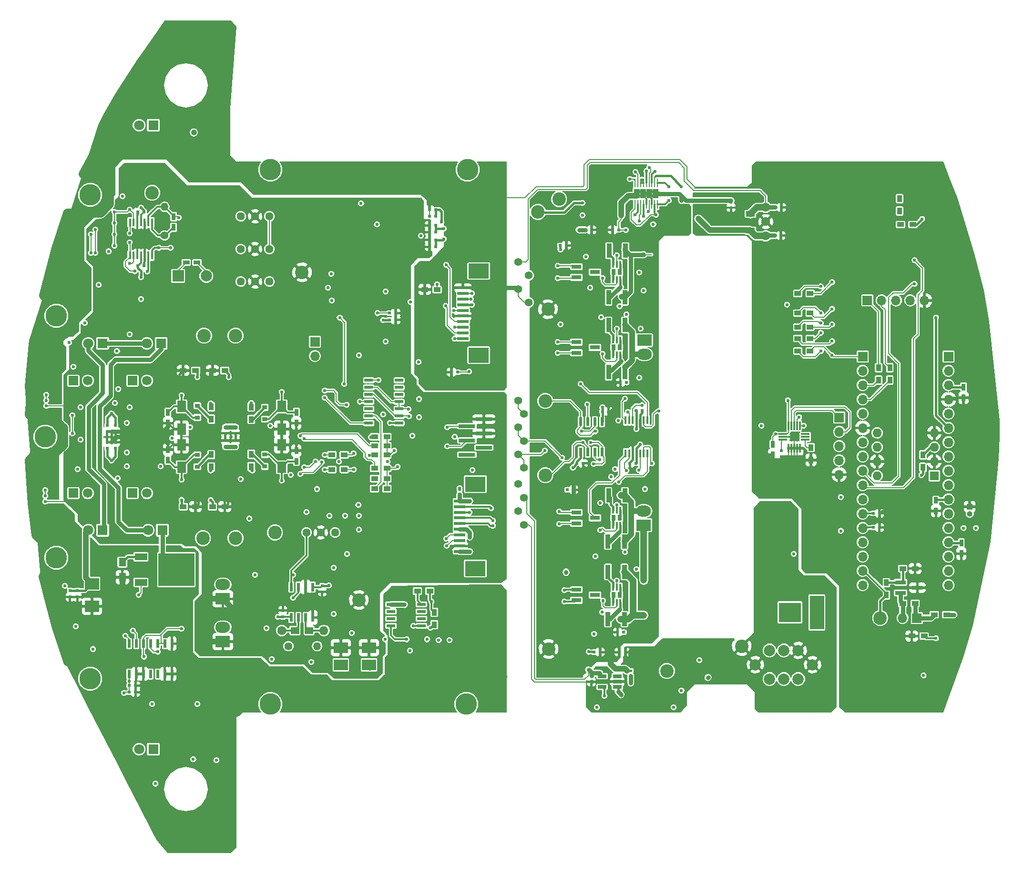
<source format=gbl>
G04 #@! TF.FileFunction,Copper,L4,Bot,Signal*
%FSLAX46Y46*%
G04 Gerber Fmt 4.6, Leading zero omitted, Abs format (unit mm)*
G04 Created by KiCad (PCBNEW 4.0.7) date 06/22/19 18:16:54*
%MOMM*%
%LPD*%
G01*
G04 APERTURE LIST*
%ADD10C,0.100000*%
%ADD11C,1.440000*%
%ADD12R,2.600000X2.000000*%
%ADD13O,2.600000X2.000000*%
%ADD14R,2.000000X2.000000*%
%ADD15C,2.000000*%
%ADD16R,1.550000X0.600000*%
%ADD17R,1.700000X1.700000*%
%ADD18O,1.700000X1.700000*%
%ADD19R,1.800000X0.800000*%
%ADD20R,0.450000X1.450000*%
%ADD21R,2.500000X2.000000*%
%ADD22R,0.750000X1.200000*%
%ADD23R,1.600000X2.000000*%
%ADD24R,1.500000X1.250000*%
%ADD25C,1.600000*%
%ADD26O,1.600000X1.600000*%
%ADD27R,1.200000X0.750000*%
%ADD28C,1.700000*%
%ADD29R,1.800000X1.800000*%
%ADD30C,1.800000*%
%ADD31R,0.900000X0.800000*%
%ADD32R,1.600000X1.000000*%
%ADD33C,2.400000*%
%ADD34R,3.000000X0.650000*%
%ADD35R,2.000000X0.610000*%
%ADD36R,3.600000X2.680000*%
%ADD37R,2.500000X6.000000*%
%ADD38R,4.000000X3.500000*%
%ADD39R,2.200000X1.200000*%
%ADD40R,6.400000X5.800000*%
%ADD41R,3.050000X2.750000*%
%ADD42R,1.900000X0.800000*%
%ADD43R,0.400000X1.250000*%
%ADD44R,0.700000X1.000000*%
%ADD45R,1.200000X0.900000*%
%ADD46R,0.900000X1.200000*%
%ADD47R,0.900000X2.500000*%
%ADD48R,0.600000X1.500000*%
%ADD49R,1.600000X1.600000*%
%ADD50R,0.600000X1.550000*%
%ADD51R,0.300000X1.600000*%
%ADD52R,1.600000X0.300000*%
%ADD53R,0.600000X0.500000*%
%ADD54R,0.500000X0.600000*%
%ADD55R,2.500000X1.950000*%
%ADD56R,1.300000X1.500000*%
%ADD57R,1.000000X1.000000*%
%ADD58O,1.000000X1.000000*%
%ADD59C,1.400000*%
%ADD60O,1.400000X1.400000*%
%ADD61R,0.600000X0.400000*%
%ADD62R,1.500000X0.600000*%
%ADD63R,1.560000X0.650000*%
%ADD64R,0.250000X1.550000*%
%ADD65R,1.100000X0.830000*%
%ADD66C,3.800000*%
%ADD67C,0.600000*%
%ADD68C,0.200000*%
%ADD69C,1.200000*%
%ADD70C,0.300000*%
%ADD71C,1.000000*%
%ADD72C,0.400000*%
%ADD73C,0.800000*%
%ADD74C,1.600000*%
G04 APERTURE END LIST*
D10*
D11*
X111400000Y-117000000D03*
X113940000Y-117000000D03*
X116480000Y-117000000D03*
D12*
X171400000Y-82800000D03*
D13*
X171400000Y-85340000D03*
D14*
X88600000Y-71400000D03*
D15*
X93600000Y-71400000D03*
D16*
X131800000Y-129795000D03*
X131800000Y-131065000D03*
X131800000Y-132335000D03*
X131800000Y-133605000D03*
X126400000Y-133605000D03*
X126400000Y-132335000D03*
X126400000Y-131065000D03*
X126400000Y-129795000D03*
D17*
X210185000Y-85725000D03*
D18*
X210185000Y-88265000D03*
X210185000Y-90805000D03*
X210185000Y-93345000D03*
X210185000Y-95885000D03*
X210185000Y-98425000D03*
X210185000Y-100965000D03*
X210185000Y-103505000D03*
X210185000Y-106045000D03*
X210185000Y-108585000D03*
X210185000Y-111125000D03*
X210185000Y-113665000D03*
X210185000Y-116205000D03*
X210185000Y-118745000D03*
X210185000Y-121285000D03*
X210185000Y-123825000D03*
X210185000Y-126365000D03*
D17*
X225425000Y-85725000D03*
D18*
X225425000Y-88265000D03*
X225425000Y-90805000D03*
X225425000Y-93345000D03*
X225425000Y-95885000D03*
X225425000Y-98425000D03*
X225425000Y-100965000D03*
X225425000Y-103505000D03*
X225425000Y-106045000D03*
X225425000Y-108585000D03*
X225425000Y-111125000D03*
X225425000Y-113665000D03*
X225425000Y-116205000D03*
X225425000Y-118745000D03*
X225425000Y-121285000D03*
X225425000Y-123825000D03*
X225425000Y-126365000D03*
D19*
X159350000Y-85050000D03*
X159350000Y-83150000D03*
X162650000Y-84100000D03*
D20*
X168050000Y-97050000D03*
X168700000Y-97050000D03*
X169350000Y-97050000D03*
X170000000Y-97050000D03*
X170650000Y-97050000D03*
X171300000Y-97050000D03*
X171950000Y-97050000D03*
X171950000Y-102950000D03*
X171300000Y-102950000D03*
X170650000Y-102950000D03*
X170000000Y-102950000D03*
X169350000Y-102950000D03*
X168700000Y-102950000D03*
X168050000Y-102950000D03*
D21*
X73300000Y-126100000D03*
X73300000Y-130100000D03*
D22*
X86800000Y-104150000D03*
X86800000Y-102250000D03*
D23*
X89200000Y-105400000D03*
X89200000Y-101400000D03*
D22*
X109600000Y-104350000D03*
X109600000Y-102450000D03*
D23*
X107000000Y-105400000D03*
X107000000Y-101400000D03*
D22*
X109600000Y-95650000D03*
X109600000Y-97550000D03*
X86800000Y-95650000D03*
X86800000Y-97550000D03*
D23*
X107000000Y-94600000D03*
X107000000Y-98600000D03*
X89200000Y-94600000D03*
X89200000Y-98600000D03*
D24*
X109350000Y-134400000D03*
X111850000Y-134400000D03*
D25*
X107000000Y-134400000D03*
D26*
X114500000Y-134400000D03*
D27*
X90050000Y-69000000D03*
X91950000Y-69000000D03*
D22*
X87800000Y-62750000D03*
X87800000Y-60850000D03*
D28*
X72560000Y-110000000D03*
D17*
X70000000Y-110000000D03*
D28*
X83060000Y-110000000D03*
D17*
X80500000Y-110000000D03*
D29*
X75200000Y-116600000D03*
D30*
X72660000Y-116600000D03*
D29*
X75200000Y-83400000D03*
D30*
X72660000Y-83400000D03*
D29*
X85600000Y-83400000D03*
D30*
X83060000Y-83400000D03*
D28*
X83060000Y-90000000D03*
D17*
X80500000Y-90000000D03*
D29*
X85800000Y-116600000D03*
D30*
X83260000Y-116600000D03*
D28*
X72560000Y-90000000D03*
D17*
X70000000Y-90000000D03*
D29*
X84200000Y-155500000D03*
D30*
X81660000Y-155500000D03*
D29*
X84200000Y-44600000D03*
D30*
X81660000Y-44600000D03*
D31*
X92000000Y-105300000D03*
X92000000Y-103200000D03*
X104000000Y-103150000D03*
X104000000Y-105250000D03*
X104000000Y-96850000D03*
X104000000Y-94750000D03*
X92000000Y-94450000D03*
X92000000Y-96550000D03*
D32*
X190250000Y-63350000D03*
X190250000Y-60350000D03*
D25*
X192975000Y-59185000D03*
X192975000Y-61725000D03*
X192975000Y-64265000D03*
D12*
X96550000Y-128800000D03*
D13*
X96550000Y-126260000D03*
D12*
X96550000Y-136400000D03*
D13*
X96550000Y-133860000D03*
D33*
X93000000Y-118000000D03*
X98800000Y-118000000D03*
X93200000Y-82000000D03*
X98800000Y-82000000D03*
X105800000Y-117000000D03*
X84000000Y-56600000D03*
D34*
X142900000Y-96825000D03*
X142900000Y-99365000D03*
X142900000Y-101905000D03*
X139900000Y-98095000D03*
X139900000Y-100635000D03*
X139900000Y-103175000D03*
D35*
X139200000Y-73500000D03*
X139200000Y-74500000D03*
X139200000Y-75500000D03*
X139200000Y-76500000D03*
X139200000Y-77500000D03*
X139200000Y-78500000D03*
X139200000Y-79500000D03*
X139200000Y-80500000D03*
X139200000Y-81500000D03*
X139200000Y-82500000D03*
D36*
X142000000Y-70510000D03*
X142000000Y-85490000D03*
D37*
X202050000Y-131200000D03*
D38*
X197264000Y-131200000D03*
D33*
X175400000Y-141600000D03*
X188700000Y-137200000D03*
X154300000Y-77300000D03*
X154400000Y-137700000D03*
X156250000Y-57750000D03*
X152500000Y-60000000D03*
D17*
X211000000Y-75750000D03*
D18*
X213540000Y-75750000D03*
X216080000Y-75750000D03*
X218620000Y-75750000D03*
X221160000Y-75750000D03*
D33*
X213300000Y-132200000D03*
D17*
X219800000Y-132200000D03*
D18*
X217260000Y-132200000D03*
D33*
X153800000Y-93600000D03*
D39*
X82000000Y-125880000D03*
X82000000Y-121320000D03*
D40*
X88300000Y-123600000D03*
D41*
X89975000Y-122075000D03*
X86625000Y-125125000D03*
X89975000Y-125125000D03*
X86625000Y-122075000D03*
D42*
X216900000Y-127750000D03*
X216900000Y-125850000D03*
X219900000Y-126800000D03*
D19*
X159350000Y-71650000D03*
X159350000Y-69750000D03*
X162650000Y-70700000D03*
D43*
X166500000Y-69350000D03*
X167150000Y-69350000D03*
X167150000Y-72050000D03*
X166500000Y-72050000D03*
X165850000Y-72050000D03*
X165850000Y-69350000D03*
D44*
X165950000Y-70700000D03*
X167050000Y-70700000D03*
D19*
X159350000Y-129050000D03*
X159350000Y-127150000D03*
X162650000Y-128100000D03*
D43*
X166500000Y-82750000D03*
X167150000Y-82750000D03*
X167150000Y-85450000D03*
X166500000Y-85450000D03*
X165850000Y-85450000D03*
X165850000Y-82750000D03*
D44*
X165950000Y-84100000D03*
X167050000Y-84100000D03*
D43*
X166500000Y-126750000D03*
X167150000Y-126750000D03*
X167150000Y-129450000D03*
X166500000Y-129450000D03*
X165850000Y-129450000D03*
X165850000Y-126750000D03*
D44*
X165950000Y-128100000D03*
X167050000Y-128100000D03*
D19*
X159350000Y-115350000D03*
X159350000Y-113450000D03*
X162650000Y-114400000D03*
D43*
X166500000Y-113050000D03*
X167150000Y-113050000D03*
X167150000Y-115750000D03*
X166500000Y-115750000D03*
X165850000Y-115750000D03*
X165850000Y-113050000D03*
D44*
X165950000Y-114400000D03*
X167050000Y-114400000D03*
D45*
X118100000Y-103200000D03*
X115900000Y-103200000D03*
X118100000Y-105800000D03*
X115900000Y-105800000D03*
D46*
X101600000Y-103100000D03*
X101600000Y-105300000D03*
D45*
X125700000Y-109200000D03*
X123500000Y-109200000D03*
X125700000Y-107400000D03*
X123500000Y-107400000D03*
X125700000Y-105600000D03*
X123500000Y-105600000D03*
X125700000Y-100000000D03*
X123500000Y-100000000D03*
X125700000Y-103200000D03*
X123500000Y-103200000D03*
X125700000Y-101600000D03*
X123500000Y-101600000D03*
X89500000Y-112400000D03*
X91700000Y-112400000D03*
X94700000Y-112400000D03*
X96900000Y-112400000D03*
D46*
X101600000Y-96900000D03*
X101600000Y-94700000D03*
X94500000Y-96850000D03*
X94500000Y-94650000D03*
D45*
X91700000Y-88200000D03*
X89500000Y-88200000D03*
X134600000Y-73800000D03*
X132400000Y-73800000D03*
X96900000Y-88200000D03*
X94700000Y-88200000D03*
X198650000Y-74500000D03*
X200850000Y-74500000D03*
X198650000Y-78000000D03*
X200850000Y-78000000D03*
X198650000Y-80500000D03*
X200850000Y-80500000D03*
X200850000Y-82500000D03*
X198650000Y-82500000D03*
D46*
X134100000Y-133400000D03*
X134100000Y-131200000D03*
X213000000Y-87700000D03*
X213000000Y-89900000D03*
X215000000Y-87700000D03*
X215000000Y-89900000D03*
D45*
X216900000Y-62250000D03*
X219100000Y-62250000D03*
D46*
X216750000Y-57650000D03*
X216750000Y-59850000D03*
X201000000Y-101900000D03*
X201000000Y-104100000D03*
X220900000Y-105400000D03*
X220900000Y-103200000D03*
X214400000Y-125900000D03*
X214400000Y-128100000D03*
D45*
X219500000Y-123400000D03*
X217300000Y-123400000D03*
X219500000Y-129600000D03*
X217300000Y-129600000D03*
D47*
X165150000Y-66900000D03*
X168050000Y-66900000D03*
X167950000Y-75200000D03*
X165050000Y-75200000D03*
X165050000Y-80100000D03*
X167950000Y-80100000D03*
X167950000Y-88500000D03*
X165050000Y-88500000D03*
X164950000Y-124000000D03*
X167850000Y-124000000D03*
X165050000Y-110400000D03*
X167950000Y-110400000D03*
D15*
X198740000Y-143040000D03*
X196200000Y-143040000D03*
X193660000Y-143040000D03*
X198740000Y-137960000D03*
X196200000Y-137960000D03*
X193660000Y-137960000D03*
X201280000Y-140500000D03*
X191120000Y-140500000D03*
D48*
X79890000Y-136750000D03*
X81160000Y-136750000D03*
X82430000Y-136750000D03*
X83700000Y-136750000D03*
X84970000Y-136750000D03*
X86240000Y-136750000D03*
X87510000Y-136750000D03*
X87510000Y-142150000D03*
X86240000Y-142150000D03*
X84970000Y-142150000D03*
X83700000Y-142150000D03*
X82430000Y-142150000D03*
X81160000Y-142150000D03*
X79890000Y-142150000D03*
D49*
X222900000Y-106900000D03*
D26*
X212740000Y-99280000D03*
X222900000Y-104360000D03*
X212740000Y-101820000D03*
X222900000Y-101820000D03*
X212740000Y-104360000D03*
X222900000Y-99280000D03*
X212740000Y-106900000D03*
D50*
X160095000Y-97300000D03*
X161365000Y-97300000D03*
X162635000Y-97300000D03*
X163905000Y-97300000D03*
X163905000Y-102700000D03*
X162635000Y-102700000D03*
X161365000Y-102700000D03*
X160095000Y-102700000D03*
D11*
X104800000Y-60800000D03*
X102260000Y-60800000D03*
X99720000Y-60800000D03*
X104800000Y-66600000D03*
X102260000Y-66600000D03*
X99720000Y-66600000D03*
X104800000Y-72400000D03*
X102260000Y-72400000D03*
X99720000Y-72400000D03*
D51*
X197000000Y-98000000D03*
X197500000Y-98000000D03*
X198000000Y-98000000D03*
X198500000Y-98000000D03*
X199000000Y-98000000D03*
D52*
X200000000Y-99500000D03*
X200000000Y-100000000D03*
X200000000Y-100500000D03*
D51*
X199000000Y-102000000D03*
X198500000Y-102000000D03*
X198000000Y-102000000D03*
X197500000Y-102000000D03*
X197000000Y-102000000D03*
D52*
X196000000Y-100500000D03*
X196000000Y-100000000D03*
X196000000Y-99500000D03*
D53*
X79950000Y-145400000D03*
X81050000Y-145400000D03*
X79950000Y-144200000D03*
X81050000Y-144200000D03*
D54*
X70700000Y-127350000D03*
X70700000Y-128450000D03*
X69400000Y-127350000D03*
X69400000Y-128450000D03*
X76000000Y-102050000D03*
X76000000Y-100950000D03*
X76000000Y-99050000D03*
X76000000Y-97950000D03*
X77500000Y-102050000D03*
X77500000Y-100950000D03*
X77500000Y-99050000D03*
X77500000Y-97950000D03*
D53*
X82550000Y-60000000D03*
X81450000Y-60000000D03*
X82550000Y-69600000D03*
X81450000Y-69600000D03*
D54*
X107200000Y-131950000D03*
X107200000Y-130850000D03*
X114200000Y-127550000D03*
X114200000Y-126450000D03*
D53*
X126150000Y-79200000D03*
X127250000Y-79200000D03*
X127250000Y-78000000D03*
X126150000Y-78000000D03*
D54*
X97000000Y-101750000D03*
X97000000Y-100650000D03*
X97000000Y-99350000D03*
X97000000Y-98250000D03*
X98800000Y-101750000D03*
X98800000Y-100650000D03*
X98800000Y-99350000D03*
X98800000Y-98250000D03*
D53*
X134350000Y-63600000D03*
X133250000Y-63600000D03*
X133250000Y-66200000D03*
X134350000Y-66200000D03*
X134350000Y-62400000D03*
X133250000Y-62400000D03*
X133250000Y-65000000D03*
X134350000Y-65000000D03*
X138250000Y-88500000D03*
X137150000Y-88500000D03*
X134350000Y-59600000D03*
X133250000Y-59600000D03*
X134350000Y-60800000D03*
X133250000Y-60800000D03*
X162450000Y-138250000D03*
X163550000Y-138250000D03*
X166950000Y-138250000D03*
X168050000Y-138250000D03*
X169950000Y-95300000D03*
X171050000Y-95300000D03*
X168850000Y-104700000D03*
X169950000Y-104700000D03*
X160950000Y-63200000D03*
X162050000Y-63200000D03*
X165750000Y-63200000D03*
X166850000Y-63200000D03*
X157750000Y-109400000D03*
X158850000Y-109400000D03*
X166650000Y-134700000D03*
X167750000Y-134700000D03*
X156450000Y-65950000D03*
X157550000Y-65950000D03*
X167150000Y-90300000D03*
X168250000Y-90300000D03*
D35*
X138600000Y-111400000D03*
X138600000Y-112400000D03*
X138600000Y-113400000D03*
X138600000Y-114400000D03*
X138600000Y-115400000D03*
X138600000Y-116400000D03*
X138600000Y-117400000D03*
X138600000Y-118400000D03*
X138600000Y-119400000D03*
X138600000Y-120400000D03*
D36*
X141400000Y-108410000D03*
X141400000Y-123390000D03*
D45*
X225100000Y-131600000D03*
X222900000Y-131600000D03*
X221100000Y-135400000D03*
X218900000Y-135400000D03*
D55*
X117500000Y-140525000D03*
X117500000Y-137475000D03*
X122500000Y-137475000D03*
X122500000Y-140525000D03*
D56*
X78700000Y-122250000D03*
X78700000Y-124950000D03*
D22*
X194250000Y-101300000D03*
X194250000Y-103200000D03*
D33*
X153800000Y-106800000D03*
D57*
X229200000Y-112400000D03*
D58*
X229200000Y-113670000D03*
D46*
X94500000Y-103150000D03*
X94500000Y-105350000D03*
D45*
X198650000Y-84750000D03*
X200850000Y-84750000D03*
D54*
X162000000Y-142450000D03*
X162000000Y-143550000D03*
D53*
X194550000Y-64200000D03*
X195650000Y-64200000D03*
X194650000Y-59200000D03*
X195750000Y-59200000D03*
X212050000Y-116100000D03*
X213150000Y-116100000D03*
D22*
X227700000Y-118850000D03*
X227700000Y-120750000D03*
D54*
X195750000Y-102450000D03*
X195750000Y-103550000D03*
D22*
X223200000Y-111250000D03*
X223200000Y-113150000D03*
D53*
X212050000Y-113600000D03*
X213150000Y-113600000D03*
D22*
X228100000Y-91150000D03*
X228100000Y-93050000D03*
D53*
X159450000Y-104700000D03*
X160550000Y-104700000D03*
X165050000Y-95500000D03*
X163950000Y-95500000D03*
D17*
X206000000Y-96550000D03*
D18*
X206000000Y-99090000D03*
X206000000Y-101630000D03*
X206000000Y-104170000D03*
X206000000Y-106710000D03*
D12*
X171300000Y-115700000D03*
D13*
X171300000Y-113160000D03*
D59*
X108200000Y-137200000D03*
D60*
X113280000Y-137200000D03*
D59*
X86200000Y-64200000D03*
D60*
X86200000Y-59120000D03*
D61*
X138600000Y-109350000D03*
X138600000Y-110250000D03*
D45*
X133300000Y-127400000D03*
X131100000Y-127400000D03*
D61*
X186800000Y-58350000D03*
X186800000Y-59250000D03*
X169000000Y-141550000D03*
X169000000Y-142450000D03*
D47*
X167850000Y-132400000D03*
X164950000Y-132400000D03*
X167850000Y-118600000D03*
X164950000Y-118600000D03*
D62*
X127850000Y-89940000D03*
X127850000Y-91210000D03*
X127850000Y-92480000D03*
X127850000Y-93750000D03*
X127850000Y-95020000D03*
X127850000Y-96290000D03*
X127850000Y-97560000D03*
X122450000Y-97560000D03*
X122450000Y-96290000D03*
X122450000Y-95020000D03*
X122450000Y-93750000D03*
X122450000Y-92480000D03*
X122450000Y-91210000D03*
X122450000Y-89940000D03*
D50*
X108695000Y-126700000D03*
X109965000Y-126700000D03*
X111235000Y-126700000D03*
X112505000Y-126700000D03*
X112505000Y-132100000D03*
X111235000Y-132100000D03*
X109965000Y-132100000D03*
X108695000Y-132100000D03*
D20*
X80050000Y-61850000D03*
X80700000Y-61850000D03*
X81350000Y-61850000D03*
X82000000Y-61850000D03*
X82650000Y-61850000D03*
X83300000Y-61850000D03*
X83950000Y-61850000D03*
X83950000Y-67750000D03*
X83300000Y-67750000D03*
X82650000Y-67750000D03*
X82000000Y-67750000D03*
X81350000Y-67750000D03*
X80700000Y-67750000D03*
X80050000Y-67750000D03*
D63*
X166600000Y-142550000D03*
X166600000Y-143500000D03*
X166600000Y-144450000D03*
X163900000Y-144450000D03*
X163900000Y-142550000D03*
D64*
X169750000Y-54850000D03*
X170250000Y-54850000D03*
X170750000Y-54850000D03*
X171250000Y-54850000D03*
X171750000Y-54850000D03*
X172250000Y-54850000D03*
X172750000Y-54850000D03*
X173250000Y-54850000D03*
X173750000Y-54850000D03*
X173750000Y-58650000D03*
X173250000Y-58650000D03*
X172750000Y-58650000D03*
X172250000Y-58650000D03*
X171750000Y-58650000D03*
X171250000Y-58650000D03*
X170750000Y-58650000D03*
X170250000Y-58650000D03*
X169750000Y-58650000D03*
D65*
X173400000Y-57165000D03*
X172300000Y-57165000D03*
X171200000Y-57165000D03*
X170100000Y-57165000D03*
X173400000Y-56335000D03*
X172300000Y-56335000D03*
X171200000Y-56335000D03*
X170100000Y-56335000D03*
D66*
X67000000Y-121500000D03*
X67000000Y-78500000D03*
X73000000Y-57000000D03*
X73000000Y-143000000D03*
X139800000Y-147500000D03*
X140000000Y-52500000D03*
X105000000Y-147500000D03*
X105000000Y-52500000D03*
X65000000Y-100000000D03*
D59*
X149000000Y-98300000D03*
X150000000Y-95900000D03*
X150000000Y-110800000D03*
X149000000Y-73700000D03*
X149000000Y-108400000D03*
X150900000Y-71300000D03*
X149000000Y-113200000D03*
X149000000Y-93500000D03*
X150000000Y-105500000D03*
X150000000Y-100700000D03*
X150000000Y-115600000D03*
X149000000Y-103100000D03*
D33*
X120700000Y-129000000D03*
X110600000Y-70750000D03*
D59*
X149000000Y-68900000D03*
X150900000Y-76100000D03*
D17*
X112900000Y-83100000D03*
D18*
X112900000Y-85640000D03*
D67*
X79000000Y-145500000D03*
X140300000Y-88400000D03*
X79900000Y-143400000D03*
X84600000Y-161650000D03*
X95400000Y-157500000D03*
X91300000Y-157300000D03*
X91400000Y-45880000D03*
X140800000Y-76500000D03*
X135400000Y-61800000D03*
X196750000Y-76500000D03*
X190250000Y-60250000D03*
X66250000Y-75300000D03*
X65250000Y-81800000D03*
X64000000Y-96900000D03*
X64000000Y-103100000D03*
X66000000Y-124750000D03*
X70250000Y-121500000D03*
X70750000Y-139900000D03*
X65750000Y-118100000D03*
X81050000Y-144200000D03*
X87510000Y-142150000D03*
X77750000Y-133700000D03*
X70000000Y-130100000D03*
X73300000Y-130100000D03*
X88950000Y-136600000D03*
X218075000Y-64575000D03*
X218075000Y-60425000D03*
X213325000Y-61325000D03*
X219900000Y-126800000D03*
X134900000Y-88400000D03*
X134750000Y-83045000D03*
X134500000Y-70600000D03*
X94100000Y-156100000D03*
X88730000Y-167680000D03*
X78700000Y-124950000D03*
X82400000Y-133500000D03*
X73300000Y-133700000D03*
X95100000Y-32200000D03*
X88730000Y-42580000D03*
X140800000Y-73500000D03*
X186450000Y-61250000D03*
X201100000Y-97500000D03*
X221800000Y-113400000D03*
X219000000Y-135400000D03*
X220000000Y-104200000D03*
X229200000Y-120750000D03*
X199750000Y-104100000D03*
X218075000Y-53675000D03*
X213250000Y-57250000D03*
X222825000Y-57175000D03*
X222750000Y-61250000D03*
X218000000Y-58000000D03*
X202400000Y-53400000D03*
X212150000Y-66750000D03*
X196750000Y-78500000D03*
X196750000Y-73500000D03*
X161050000Y-67950000D03*
X163750000Y-78750000D03*
X166800000Y-97100000D03*
X166200000Y-105700000D03*
X163600000Y-111750000D03*
X162750000Y-121250000D03*
X163925000Y-131175000D03*
X162500000Y-135000000D03*
X163000000Y-148100000D03*
X178000000Y-145100000D03*
X176600000Y-148100000D03*
X182700000Y-142800000D03*
X84000000Y-147500000D03*
X92000000Y-147500000D03*
X73500000Y-137700000D03*
X68500000Y-126500000D03*
X171000000Y-54300000D03*
X192200000Y-98000000D03*
X197950000Y-120800000D03*
X140900000Y-105900000D03*
X140400000Y-117800000D03*
X70400000Y-133700000D03*
X140400000Y-120400000D03*
X158700000Y-105500000D03*
X165500000Y-107100000D03*
X170000000Y-98600000D03*
X169950000Y-95300000D03*
X181000000Y-61200000D03*
X181200000Y-139700000D03*
X159800000Y-63200000D03*
X161500000Y-141400000D03*
X173000000Y-62200000D03*
X172100000Y-59900000D03*
X161500000Y-138200000D03*
X73300000Y-126100000D03*
X80550000Y-134450000D03*
X113000000Y-104400000D03*
X111000000Y-105400000D03*
X71250000Y-111500000D03*
X65000000Y-109500000D03*
X65000000Y-110500000D03*
X65000000Y-111500000D03*
X70250000Y-94500000D03*
X65200000Y-92500000D03*
X65200000Y-93500000D03*
X65200000Y-94500000D03*
X113940000Y-119000000D03*
X100025000Y-85275000D03*
X101850000Y-77000000D03*
X101000000Y-69500000D03*
X112250000Y-75000000D03*
X120250000Y-77000000D03*
X117500000Y-77000000D03*
X114000000Y-77000000D03*
X109500000Y-77000000D03*
X106000000Y-77000000D03*
X108500000Y-81500000D03*
X105750000Y-83500000D03*
X108500000Y-83500000D03*
X108500000Y-79500000D03*
X105750000Y-86250000D03*
X105750000Y-88750000D03*
X78500000Y-67000000D03*
X75500000Y-74500000D03*
X75500000Y-78000000D03*
X72250000Y-81750000D03*
X74250000Y-81500000D03*
X71500000Y-85000000D03*
X71750000Y-86750000D03*
X84250000Y-114500000D03*
X70000000Y-100750000D03*
X74000000Y-113500000D03*
X87250000Y-113500000D03*
X78750000Y-117500000D03*
X82050000Y-64600000D03*
X82000000Y-102750000D03*
X81750000Y-97250000D03*
X84250000Y-101000000D03*
X98000000Y-100000000D03*
X95700000Y-100000000D03*
X101750000Y-100100000D03*
X108500000Y-100000000D03*
X108150000Y-90350000D03*
X127500000Y-113700000D03*
X121250000Y-107500000D03*
X111900000Y-124300000D03*
X113100000Y-123100000D03*
X103500000Y-110250000D03*
X98000000Y-107750000D03*
X84750000Y-95000000D03*
X87000000Y-92750000D03*
X81250000Y-66250000D03*
X82550000Y-69600000D03*
X87500000Y-65500000D03*
X100250000Y-64800000D03*
X96500000Y-65500000D03*
X117250000Y-62750000D03*
X118500000Y-69000000D03*
X113500000Y-69250000D03*
X124700000Y-125000000D03*
X136750000Y-120250000D03*
X132500000Y-113700000D03*
X124750000Y-119000000D03*
X92200000Y-111200000D03*
X97400000Y-111200000D03*
X105400000Y-93000000D03*
X109600000Y-98600000D03*
X109600000Y-101400000D03*
X98000000Y-95800000D03*
X138450000Y-99300000D03*
X123400000Y-110800000D03*
X111700000Y-128200000D03*
X111700000Y-130500000D03*
X122500000Y-132300000D03*
X121200000Y-71000000D03*
X127250000Y-78000000D03*
X142900000Y-96800000D03*
X115700000Y-58500000D03*
X122650000Y-104700000D03*
X119900000Y-104400000D03*
X105400000Y-107200000D03*
X88800000Y-89400000D03*
X90800000Y-92800000D03*
X90800000Y-107200000D03*
X98000000Y-104300000D03*
X86800000Y-101200000D03*
X86800000Y-98200000D03*
X94200000Y-89400000D03*
X76750000Y-99050000D03*
X76750000Y-100950000D03*
X114100000Y-104500000D03*
X110300000Y-106600000D03*
X81600000Y-128050000D03*
X85000000Y-138200000D03*
X69800000Y-96200000D03*
X69800000Y-99400000D03*
X94400000Y-106000000D03*
X101800000Y-106000000D03*
X89200000Y-107600000D03*
X101600000Y-94000000D03*
X107000000Y-92000000D03*
X89200000Y-92600000D03*
X79500000Y-102750000D03*
X80000000Y-94750000D03*
X77875000Y-107375000D03*
X129900000Y-76000000D03*
X131750000Y-64250000D03*
X115900000Y-75750000D03*
X115250000Y-73500000D03*
X125000000Y-96000000D03*
X129750000Y-138000000D03*
X112250000Y-140000000D03*
X105250000Y-139500000D03*
X101250000Y-114500000D03*
X70750000Y-105750000D03*
X71250000Y-94750000D03*
X71300000Y-100500000D03*
X70000000Y-87500000D03*
X69250000Y-83250000D03*
X72000000Y-79750000D03*
X76250000Y-67000000D03*
X78750000Y-57250000D03*
X74500000Y-73000000D03*
X79500000Y-105250000D03*
X85500000Y-105250000D03*
X102250000Y-124500000D03*
X104300000Y-134000000D03*
X99700000Y-107500000D03*
X113250000Y-109250000D03*
X120750000Y-85500000D03*
X115800000Y-71000000D03*
X117200000Y-104400000D03*
X137700000Y-100000000D03*
X124200000Y-89900000D03*
X120600000Y-112100000D03*
X131800000Y-131065000D03*
X132800000Y-136000000D03*
X133400000Y-133900000D03*
X142900000Y-101900000D03*
X153750000Y-102405000D03*
X82000000Y-59250000D03*
X117300000Y-141000000D03*
X106300000Y-132000000D03*
X98000000Y-101750000D03*
X125450000Y-74150000D03*
X125000000Y-79250000D03*
X135800000Y-63000000D03*
X76750000Y-104200000D03*
X168250000Y-78250000D03*
X178750000Y-138800000D03*
X173000000Y-138800000D03*
X170000000Y-123500000D03*
X171500000Y-109250000D03*
X170500000Y-89500000D03*
X170500000Y-70750000D03*
X170750000Y-80750000D03*
X167300000Y-60600000D03*
X168100000Y-63200000D03*
X197600000Y-113750000D03*
X140400000Y-113400000D03*
X140400000Y-111400000D03*
X186800000Y-58000000D03*
X178000000Y-58000000D03*
X163950000Y-94750000D03*
X167300000Y-58400000D03*
X185800000Y-139800000D03*
X173500000Y-56800000D03*
X170100000Y-57165000D03*
X169300000Y-138200000D03*
X170650000Y-101350000D03*
X114650000Y-105800000D03*
X118100000Y-90600000D03*
X117300000Y-78800000D03*
X114650000Y-103200000D03*
X128800000Y-129800000D03*
X136800000Y-136100000D03*
X166300000Y-90300000D03*
X171000000Y-88250000D03*
X172000000Y-80000000D03*
X165400000Y-138200000D03*
X165000000Y-112800000D03*
X167900000Y-115600000D03*
X170550000Y-63750000D03*
X165100000Y-126650000D03*
X165000000Y-82600000D03*
X164750000Y-68750000D03*
X165550000Y-95500000D03*
X165100000Y-97000000D03*
X161000000Y-105650000D03*
X164000000Y-63200000D03*
X167900000Y-129600000D03*
X166650000Y-134700000D03*
X171100000Y-98600000D03*
X158850000Y-109400000D03*
X157550000Y-65950000D03*
X164950000Y-103000000D03*
X170250000Y-76800000D03*
X168000000Y-85400000D03*
X169800000Y-52900000D03*
X168850000Y-54150000D03*
X175750000Y-58000000D03*
X160400000Y-60600000D03*
X169750000Y-60500000D03*
X156500000Y-80000000D03*
X157750000Y-109400000D03*
X157500000Y-124100000D03*
X156500000Y-66700000D03*
X161800000Y-73500000D03*
X160400000Y-58400000D03*
X173300000Y-52800000D03*
X167000000Y-76750000D03*
X168250000Y-90300000D03*
X167750000Y-134700000D03*
X168000000Y-120500000D03*
X194750000Y-99500000D03*
X220600000Y-106800000D03*
X196900000Y-93500000D03*
X216750000Y-57500000D03*
X156000000Y-83150000D03*
X156000000Y-85050000D03*
X157200000Y-127250000D03*
X157200000Y-129300000D03*
X166500000Y-80750000D03*
X164000000Y-85250000D03*
X166500000Y-125550000D03*
X168000000Y-93200000D03*
X162700000Y-70700000D03*
X127850000Y-89940000D03*
X118550000Y-94270000D03*
X114650000Y-91750000D03*
X114650000Y-93000000D03*
X120900000Y-93750000D03*
X73100000Y-67300000D03*
X73100000Y-64000000D03*
X73900000Y-63150000D03*
X73900000Y-67300000D03*
X204750000Y-85500000D03*
X204750000Y-83000000D03*
X204750000Y-72500000D03*
X206300000Y-116700000D03*
X206300000Y-110700000D03*
X226400000Y-131600000D03*
X221000000Y-142400000D03*
X223200000Y-78800000D03*
X230300000Y-116200000D03*
X204750000Y-77250000D03*
X204750000Y-80000000D03*
X228100000Y-116200000D03*
X162750000Y-99000000D03*
X165050000Y-110400000D03*
X82000000Y-121300000D03*
X133600000Y-129300000D03*
X223200000Y-135800000D03*
X165050000Y-75200000D03*
X165150000Y-66900000D03*
X164950000Y-132400000D03*
X165000000Y-88000000D03*
X164950000Y-124000000D03*
X171300000Y-74000000D03*
X89200000Y-134100000D03*
X82550000Y-139050000D03*
X119750000Y-102950000D03*
X119800000Y-105800000D03*
X129500000Y-95100000D03*
X122450000Y-95020000D03*
X122850000Y-100050000D03*
X111000000Y-100300000D03*
X110300000Y-99800000D03*
X80000000Y-63800000D03*
X140800000Y-74500000D03*
X137700000Y-82500000D03*
X136200000Y-69400000D03*
X136100000Y-76700000D03*
X137700000Y-80500000D03*
X80900000Y-70550000D03*
X80000000Y-65400000D03*
X160250000Y-99000000D03*
X161250000Y-94250000D03*
X171000000Y-94350000D03*
X168500000Y-95550000D03*
X144200000Y-112700000D03*
X79250000Y-135350000D03*
X144500000Y-114900000D03*
X144500000Y-115800000D03*
X136200000Y-118100000D03*
X136300000Y-119400000D03*
X137600000Y-77500000D03*
X87250000Y-66400000D03*
X85200000Y-66400000D03*
X136400000Y-101700000D03*
X136400000Y-98300000D03*
X160100000Y-90600000D03*
X162700000Y-84100000D03*
X166900000Y-108000000D03*
X162650000Y-128100000D03*
X162650000Y-114400000D03*
X202750000Y-78000000D03*
X202750000Y-79750000D03*
X202750000Y-81500000D03*
X202750000Y-84750000D03*
X162400000Y-104800000D03*
X161900000Y-101000000D03*
X163500000Y-104000000D03*
X174000000Y-95400000D03*
X107000000Y-107800000D03*
X94400000Y-94050000D03*
X88700000Y-61000000D03*
X219400000Y-72800000D03*
X219400000Y-68600000D03*
X134600000Y-72850000D03*
X97600000Y-89400000D03*
X77300000Y-60000000D03*
X77300000Y-62000000D03*
X77300000Y-64000000D03*
X77300000Y-66000000D03*
X80000000Y-59600000D03*
X198900000Y-96500000D03*
X123900000Y-62250000D03*
X131300000Y-86700000D03*
X131400000Y-96500000D03*
X131400000Y-93250000D03*
X119425000Y-134825000D03*
X116250000Y-131500000D03*
X116250000Y-123250000D03*
X118575000Y-120825000D03*
X120700000Y-116500000D03*
X115500000Y-114000000D03*
X118250000Y-114000000D03*
X111375000Y-113375000D03*
X105000000Y-98000000D03*
X108600000Y-106750000D03*
X90750000Y-98250000D03*
X87500000Y-100250000D03*
X79500000Y-97500000D03*
X77400000Y-94000000D03*
X78000000Y-91500000D03*
X77750000Y-84750000D03*
X80000000Y-81750000D03*
X82000000Y-75500000D03*
X125450000Y-83045000D03*
X124000000Y-78000000D03*
X126200000Y-97500000D03*
X120700000Y-114000000D03*
X115400000Y-126400000D03*
X135800000Y-64800000D03*
X121100000Y-58500000D03*
X125800000Y-104400000D03*
X125400000Y-136000000D03*
X134900000Y-136100000D03*
X130400000Y-133600000D03*
X138600000Y-109100000D03*
X130200000Y-99800000D03*
X139900000Y-103200000D03*
X156750000Y-103675000D03*
X82000000Y-71600000D03*
X122700000Y-141000000D03*
X98000000Y-98250000D03*
X76750000Y-95800000D03*
X171250000Y-67500000D03*
X167400000Y-75100000D03*
X167800000Y-66700000D03*
X140600000Y-75500000D03*
X202750000Y-73250000D03*
X131800000Y-132335000D03*
X164300000Y-146000000D03*
X167250000Y-145850000D03*
X126400000Y-131065000D03*
X126400000Y-132335000D03*
X175750000Y-55500000D03*
X178000000Y-55500000D03*
X171750000Y-52750000D03*
X171250000Y-60750000D03*
X173500000Y-60500000D03*
X156000000Y-69600000D03*
X156000000Y-71800000D03*
X166500000Y-67750000D03*
X164000000Y-71750000D03*
X164050000Y-129100000D03*
X156300000Y-113250000D03*
X156300000Y-115500000D03*
X166500000Y-112050000D03*
X163600000Y-116600000D03*
X160500000Y-101000000D03*
X165050000Y-80100000D03*
X164950000Y-118600000D03*
X171300000Y-125500000D03*
X167300000Y-110400000D03*
X167850000Y-118600000D03*
X129600000Y-96300000D03*
X127600000Y-105300000D03*
X123500000Y-107400000D03*
X127850000Y-91210000D03*
X122550000Y-103250000D03*
X127000000Y-102450000D03*
X89200000Y-111200000D03*
X94400000Y-111250000D03*
X109000000Y-128600000D03*
X109000000Y-124500000D03*
X92000000Y-89400000D03*
X83100000Y-70600000D03*
X80000000Y-69200000D03*
X166500000Y-142500000D03*
X169000000Y-143750000D03*
X129200000Y-136000000D03*
X172300000Y-52100000D03*
X170500000Y-61600000D03*
X216900000Y-62250000D03*
X220750000Y-61250000D03*
X216750000Y-60000000D03*
X199700000Y-98000000D03*
X170400000Y-105900000D03*
X167950000Y-87650000D03*
X167950000Y-80100000D03*
X167200000Y-132400000D03*
X167850000Y-124000000D03*
X171300000Y-131700000D03*
X172750000Y-104750000D03*
X168200000Y-105950000D03*
D68*
X79950000Y-145400000D02*
X79100000Y-145400000D01*
X79100000Y-145400000D02*
X79000000Y-145500000D01*
D69*
X190250000Y-60350000D02*
X191400000Y-59200000D01*
X191400000Y-59200000D02*
X192960000Y-59200000D01*
X192960000Y-59200000D02*
X192975000Y-59185000D01*
D68*
X138250000Y-88500000D02*
X140200000Y-88500000D01*
X140200000Y-88500000D02*
X140300000Y-88400000D01*
X79890000Y-143390000D02*
X79900000Y-143400000D01*
X79890000Y-143390000D02*
X79890000Y-143300000D01*
D70*
X84600000Y-161700000D02*
X84600000Y-161650000D01*
D68*
X79950000Y-144200000D02*
X79950000Y-145400000D01*
X79890000Y-142150000D02*
X79890000Y-143300000D01*
X79890000Y-143300000D02*
X79890000Y-143500000D01*
X79890000Y-143500000D02*
X79890000Y-144140000D01*
X79890000Y-144140000D02*
X79950000Y-144200000D01*
X192975000Y-57225000D02*
X191950000Y-56200000D01*
X180000000Y-56000000D02*
X178500000Y-54500000D01*
X178500000Y-54500000D02*
X178500000Y-52250000D01*
X178500000Y-52250000D02*
X177500000Y-51250000D01*
X177500000Y-51250000D02*
X174750000Y-51250000D01*
X192975000Y-59185000D02*
X192975000Y-57225000D01*
X150350000Y-68900000D02*
X149000000Y-68900000D01*
X150750000Y-68500000D02*
X150350000Y-68900000D01*
X150750000Y-57750000D02*
X150750000Y-68500000D01*
X152500000Y-56000000D02*
X150750000Y-57750000D01*
X161000000Y-56000000D02*
X152500000Y-56000000D01*
X161250000Y-55750000D02*
X161000000Y-56000000D01*
X161250000Y-51750000D02*
X161250000Y-55750000D01*
X161750000Y-51250000D02*
X161250000Y-51750000D01*
X174750000Y-51250000D02*
X161750000Y-51250000D01*
X180200000Y-56200000D02*
X180000000Y-56000000D01*
X191950000Y-56200000D02*
X180200000Y-56200000D01*
D71*
X91400000Y-45880000D02*
X91400000Y-45900000D01*
D72*
X140800000Y-76500000D02*
X139200000Y-76500000D01*
X134350000Y-60800000D02*
X134350000Y-59600000D01*
X135400000Y-61800000D02*
X135400000Y-60000000D01*
X135400000Y-60000000D02*
X135000000Y-59600000D01*
X135000000Y-59600000D02*
X134350000Y-59600000D01*
D73*
X194650000Y-59200000D02*
X192990000Y-59200000D01*
X192990000Y-59200000D02*
X192975000Y-59185000D01*
D72*
X192985000Y-59175000D02*
X192975000Y-59185000D01*
D69*
X190250000Y-60250000D02*
X190250000Y-60350000D01*
D72*
X199750000Y-104100000D02*
X201000000Y-104100000D01*
D68*
X219900000Y-126800000D02*
X219900000Y-125400000D01*
X219500000Y-125000000D02*
X219500000Y-123400000D01*
X219900000Y-125400000D02*
X219500000Y-125000000D01*
X228100000Y-93050000D02*
X230200000Y-93050000D01*
X230200000Y-93050000D02*
X230500000Y-92750000D01*
X186800000Y-59250000D02*
X186800000Y-60900000D01*
X186800000Y-60900000D02*
X186450000Y-61250000D01*
X221160000Y-75750000D02*
X226250000Y-75750000D01*
X226250000Y-75750000D02*
X228250000Y-77750000D01*
X212150000Y-65750000D02*
X200250000Y-65750000D01*
X194000000Y-62750000D02*
X192975000Y-61725000D01*
X197250000Y-62750000D02*
X194000000Y-62750000D01*
X200250000Y-65750000D02*
X197250000Y-62750000D01*
X230500000Y-93050000D02*
X230500000Y-92750000D01*
X230500000Y-108500000D02*
X229200000Y-109800000D01*
X229200000Y-109800000D02*
X229200000Y-112400000D01*
X230500000Y-93050000D02*
X230500000Y-108500000D01*
X230500000Y-92750000D02*
X230500000Y-90500000D01*
X230500000Y-90500000D02*
X228250000Y-88250000D01*
X228250000Y-88250000D02*
X228250000Y-77750000D01*
X222250000Y-65750000D02*
X212150000Y-65750000D01*
X228250000Y-71750000D02*
X222250000Y-65750000D01*
X228250000Y-77750000D02*
X228250000Y-71750000D01*
X229200000Y-120750000D02*
X229200000Y-115450000D01*
X229200000Y-115450000D02*
X228250000Y-114500000D01*
X228250000Y-114500000D02*
X227750000Y-114500000D01*
X227750000Y-114500000D02*
X227500000Y-114250000D01*
X227500000Y-114250000D02*
X227500000Y-112750000D01*
X227500000Y-112750000D02*
X227850000Y-112400000D01*
X227850000Y-112400000D02*
X229200000Y-112400000D01*
X229200000Y-120750000D02*
X229200000Y-123800000D01*
X226750000Y-126250000D02*
X226750000Y-129500000D01*
X229200000Y-123800000D02*
X226750000Y-126250000D01*
X219900000Y-126800000D02*
X222050000Y-126800000D01*
X222050000Y-126800000D02*
X223000000Y-127750000D01*
X223000000Y-127750000D02*
X223000000Y-128000000D01*
X223000000Y-128000000D02*
X224500000Y-129500000D01*
X224500000Y-129500000D02*
X226750000Y-129500000D01*
X218900000Y-133850000D02*
X219000000Y-133750000D01*
X226750000Y-129500000D02*
X227500000Y-130250000D01*
X218900000Y-133850000D02*
X218900000Y-135400000D01*
X227500000Y-132750000D02*
X227500000Y-130250000D01*
X226500000Y-133750000D02*
X227500000Y-132750000D01*
X219000000Y-133750000D02*
X226500000Y-133750000D01*
X66500000Y-124800000D02*
X66050000Y-124800000D01*
X66050000Y-124800000D02*
X66000000Y-124750000D01*
X70200000Y-121000000D02*
X70200000Y-121450000D01*
X70200000Y-121450000D02*
X70250000Y-121500000D01*
X192975000Y-61725000D02*
X194200000Y-60500000D01*
X194200000Y-60500000D02*
X195750000Y-60500000D01*
X194200000Y-60500000D02*
X195750000Y-60500000D01*
X195750000Y-59200000D02*
X195750000Y-60500000D01*
X195750000Y-60500000D02*
X195750000Y-61725000D01*
X195750000Y-61725000D02*
X195650000Y-61825000D01*
X195650000Y-61825000D02*
X195650000Y-64200000D01*
X195650000Y-64200000D02*
X196200000Y-64200000D01*
D73*
X196750000Y-64750000D02*
X196750000Y-73500000D01*
D68*
X196200000Y-64200000D02*
X196750000Y-64750000D01*
X88800000Y-136750000D02*
X87510000Y-136750000D01*
X88950000Y-136600000D02*
X88800000Y-136750000D01*
D70*
X228100000Y-93050000D02*
X225720000Y-93050000D01*
X225720000Y-93050000D02*
X225425000Y-93345000D01*
D72*
X218075000Y-60425000D02*
X218000000Y-60500000D01*
X218075000Y-64575000D02*
X218050000Y-64600000D01*
X218000000Y-64500000D02*
X218075000Y-64575000D01*
X218000000Y-60500000D02*
X218000000Y-64500000D01*
X218075000Y-60425000D02*
X218075000Y-58075000D01*
X218050000Y-60400000D02*
X218075000Y-60425000D01*
X218075000Y-58075000D02*
X218000000Y-58000000D01*
D74*
X212150000Y-66750000D02*
X212150000Y-65750000D01*
X212150000Y-65750000D02*
X212150000Y-62500000D01*
X212150000Y-62500000D02*
X213325000Y-61325000D01*
D72*
X213250000Y-61250000D02*
X213325000Y-61325000D01*
X213325000Y-57325000D02*
X213250000Y-57250000D01*
X213325000Y-61325000D02*
X213325000Y-57325000D01*
X195750000Y-103550000D02*
X195750000Y-104100000D01*
X194250000Y-103200000D02*
X194200000Y-103250000D01*
X194200000Y-103250000D02*
X194200000Y-104100000D01*
D68*
X137150000Y-88500000D02*
X135000000Y-88500000D01*
D69*
X134750000Y-88250000D02*
X134900000Y-88400000D01*
D72*
X141300000Y-78950000D02*
X140850000Y-78500000D01*
X141300000Y-83050000D02*
X141300000Y-78950000D01*
X140850000Y-83500000D02*
X141300000Y-83050000D01*
X135205000Y-83500000D02*
X140850000Y-83500000D01*
X135205000Y-83500000D02*
X134750000Y-83045000D01*
D69*
X134750000Y-83045000D02*
X134750000Y-88250000D01*
D68*
X135000000Y-88500000D02*
X134900000Y-88400000D01*
D71*
X132400000Y-71400000D02*
X133700000Y-71400000D01*
D68*
X132400000Y-73800000D02*
X132400000Y-71400000D01*
D71*
X133700000Y-71400000D02*
X134500000Y-70600000D01*
X146000000Y-66500000D02*
X136800000Y-66500000D01*
X134500000Y-68800000D02*
X134500000Y-70600000D01*
X136800000Y-66500000D02*
X134500000Y-68800000D01*
D69*
X94100000Y-156100000D02*
X95000000Y-155200000D01*
X95000000Y-155200000D02*
X97300000Y-155200000D01*
D74*
X97300000Y-155800000D02*
X97300000Y-155200000D01*
X97300000Y-155200000D02*
X97300000Y-148900000D01*
X97100000Y-156000000D02*
X97300000Y-155800000D01*
X97100000Y-166700000D02*
X97100000Y-156000000D01*
X96120000Y-167680000D02*
X97100000Y-166700000D01*
X88730000Y-167680000D02*
X96120000Y-167680000D01*
D68*
X81050000Y-145400000D02*
X81050000Y-148900000D01*
X81000000Y-148100000D02*
X81000000Y-148900000D01*
X81000000Y-148850000D02*
X81000000Y-148100000D01*
X81050000Y-148900000D02*
X81000000Y-148850000D01*
X87300000Y-143400000D02*
X81100000Y-143400000D01*
X81100000Y-143400000D02*
X81050000Y-143450000D01*
X81050000Y-144200000D02*
X81050000Y-143450000D01*
X81160000Y-143140000D02*
X81160000Y-142150000D01*
X81050000Y-143450000D02*
X81160000Y-143340000D01*
X81160000Y-143340000D02*
X81160000Y-143140000D01*
X81050000Y-145400000D02*
X81050000Y-144200000D01*
D71*
X75700000Y-130100000D02*
X78200000Y-130100000D01*
D68*
X73300000Y-130100000D02*
X75700000Y-130100000D01*
D71*
X78700000Y-129600000D02*
X78700000Y-124950000D01*
X78200000Y-130100000D02*
X78700000Y-129600000D01*
D72*
X78700000Y-125000000D02*
X78700000Y-124950000D01*
D68*
X87300000Y-143400000D02*
X87400000Y-143400000D01*
X87510000Y-143290000D02*
X87510000Y-142150000D01*
X87400000Y-143400000D02*
X87510000Y-143290000D01*
X87320000Y-143400000D02*
X87300000Y-143400000D01*
X81160000Y-142150000D02*
X82430000Y-142150000D01*
X87510000Y-142150000D02*
X87510000Y-136750000D01*
X86240000Y-142150000D02*
X87510000Y-142150000D01*
D69*
X82400000Y-133500000D02*
X82000000Y-133100000D01*
D68*
X73300000Y-133700000D02*
X73300000Y-130100000D01*
D69*
X78600000Y-133700000D02*
X77750000Y-133700000D01*
X77750000Y-133700000D02*
X73300000Y-133700000D01*
X79200000Y-133100000D02*
X78600000Y-133700000D01*
X82000000Y-133100000D02*
X79200000Y-133100000D01*
X71000000Y-130100000D02*
X70000000Y-130100000D01*
X70000000Y-130100000D02*
X67200000Y-130100000D01*
X65555385Y-128455385D02*
X65555385Y-128455386D01*
X67200000Y-130100000D02*
X65555385Y-128455385D01*
D68*
X69400000Y-128450000D02*
X70700000Y-128450000D01*
X73300000Y-130100000D02*
X71000000Y-130100000D01*
X70700000Y-129800000D02*
X70700000Y-128450000D01*
X71000000Y-130100000D02*
X70700000Y-129800000D01*
D74*
X82900000Y-33400000D02*
X84100000Y-32200000D01*
X84100000Y-32200000D02*
X95100000Y-32200000D01*
X82900000Y-33400000D02*
X81600000Y-35000000D01*
X81600000Y-35000000D02*
X71700000Y-53200000D01*
X71700000Y-53200000D02*
X74600000Y-53200000D01*
X74600000Y-53200000D02*
X76400000Y-55000000D01*
X76400000Y-55000000D02*
X76400000Y-58100000D01*
X76400000Y-58100000D02*
X76400000Y-58600000D01*
X76400000Y-58600000D02*
X74800000Y-60200000D01*
X74800000Y-60200000D02*
X73000000Y-60200000D01*
X73000000Y-60200000D02*
X70400000Y-60200000D01*
X70400000Y-60200000D02*
X68900000Y-60200000D01*
X68900000Y-60200000D02*
X66800000Y-66700000D01*
X66800000Y-66700000D02*
X64700000Y-74800000D01*
X64700000Y-74800000D02*
X65200000Y-75300000D01*
X65200000Y-75300000D02*
X66250000Y-75300000D01*
X66250000Y-75300000D02*
X66900000Y-75300000D01*
X66900000Y-75300000D02*
X68300000Y-75300000D01*
X68300000Y-75300000D02*
X69900000Y-76900000D01*
X69900000Y-76900000D02*
X70200000Y-77200000D01*
X70200000Y-77200000D02*
X70200000Y-79100000D01*
X70200000Y-79100000D02*
X70200000Y-80000000D01*
X70200000Y-80000000D02*
X68400000Y-81800000D01*
X68400000Y-81800000D02*
X66600000Y-81800000D01*
X66600000Y-81800000D02*
X65250000Y-81800000D01*
X65250000Y-81800000D02*
X65000000Y-81800000D01*
X65000000Y-81800000D02*
X63200000Y-83600000D01*
X63200000Y-83600000D02*
X62100000Y-96000000D01*
X62100000Y-96000000D02*
X63000000Y-96900000D01*
X63000000Y-96900000D02*
X64000000Y-96900000D01*
X64000000Y-96900000D02*
X65100000Y-96900000D01*
X65100000Y-96900000D02*
X66700000Y-96900000D01*
X66700000Y-96900000D02*
X67900000Y-98100000D01*
X67900000Y-98100000D02*
X68200000Y-98400000D01*
X68200000Y-98400000D02*
X68200000Y-100300000D01*
X68200000Y-100300000D02*
X68200000Y-101400000D01*
X68200000Y-101400000D02*
X66900000Y-102700000D01*
X66900000Y-102700000D02*
X66500000Y-103100000D01*
X66500000Y-103100000D02*
X65100000Y-103100000D01*
X65100000Y-103100000D02*
X64000000Y-103100000D01*
X64000000Y-103100000D02*
X63100000Y-103100000D01*
X63100000Y-103100000D02*
X62100000Y-104100000D01*
X62100000Y-104100000D02*
X62600000Y-111800000D01*
X62600000Y-111800000D02*
X63300000Y-117400000D01*
X63300000Y-117400000D02*
X64000000Y-118100000D01*
X64000000Y-118100000D02*
X65750000Y-118100000D01*
X65750000Y-118100000D02*
X66800000Y-118100000D01*
X66800000Y-118100000D02*
X68100000Y-118100000D01*
X68100000Y-118100000D02*
X68500000Y-118100000D01*
X68500000Y-118100000D02*
X70100000Y-119700000D01*
X70100000Y-119700000D02*
X70200000Y-119800000D01*
X70200000Y-119800000D02*
X70200000Y-121000000D01*
X70200000Y-121000000D02*
X70200000Y-122300000D01*
X70200000Y-122300000D02*
X70200000Y-122800000D01*
X70200000Y-122800000D02*
X68200000Y-124800000D01*
X68200000Y-124800000D02*
X66500000Y-124800000D01*
X66500000Y-124800000D02*
X64600000Y-124800000D01*
X64600000Y-124800000D02*
X65555385Y-128455386D01*
X145100000Y-143700000D02*
X146200000Y-142600000D01*
X110000000Y-148000000D02*
X135100000Y-148000000D01*
X97300000Y-148900000D02*
X99000000Y-148900000D01*
X99000000Y-148900000D02*
X101100000Y-146800000D01*
X101100000Y-146800000D02*
X101100000Y-145400000D01*
X101100000Y-145400000D02*
X102900000Y-143600000D01*
X102900000Y-143600000D02*
X107000000Y-143600000D01*
X107000000Y-143600000D02*
X108900000Y-145500000D01*
X108900000Y-145500000D02*
X108900000Y-146900000D01*
X108900000Y-146900000D02*
X110000000Y-148000000D01*
X137600000Y-143700000D02*
X140900000Y-143700000D01*
X136000000Y-145300000D02*
X137600000Y-143700000D01*
X136000000Y-147100000D02*
X136000000Y-145300000D01*
X135100000Y-148000000D02*
X136000000Y-147100000D01*
X140900000Y-143700000D02*
X145100000Y-143700000D01*
X81000000Y-148900000D02*
X97300000Y-148900000D01*
X76500000Y-144400000D02*
X76500000Y-147000000D01*
X65555385Y-128455386D02*
X66900000Y-133600000D01*
X66900000Y-133600000D02*
X69000000Y-139900000D01*
X69000000Y-139900000D02*
X70750000Y-139900000D01*
X70750000Y-139900000D02*
X74800000Y-139900000D01*
X76500000Y-141600000D02*
X76500000Y-144400000D01*
X74800000Y-139900000D02*
X76500000Y-141600000D01*
X78400000Y-148900000D02*
X81000000Y-148900000D01*
X76500000Y-147000000D02*
X78400000Y-148900000D01*
D68*
X94300000Y-32200000D02*
X95100000Y-32200000D01*
D69*
X88730000Y-42580000D02*
X95520000Y-42580000D01*
D68*
X88710000Y-42600000D02*
X88730000Y-42580000D01*
X88700000Y-42600000D02*
X88710000Y-42600000D01*
D69*
X95520000Y-42580000D02*
X97000000Y-41100000D01*
D68*
X133250000Y-59600000D02*
X133250000Y-55600000D01*
X133300000Y-56100000D02*
X133300000Y-55600000D01*
X133300000Y-55650000D02*
X133300000Y-56100000D01*
X133250000Y-55600000D02*
X133300000Y-55650000D01*
X133250000Y-59600000D02*
X133250000Y-60800000D01*
X160500000Y-55500000D02*
X158800000Y-55500000D01*
X189649998Y-55700000D02*
X180500000Y-55700000D01*
X180500000Y-55700000D02*
X179000000Y-54200000D01*
X179000000Y-54200000D02*
X179000000Y-52000000D01*
X179000000Y-52000000D02*
X177700000Y-50700000D01*
X177700000Y-50700000D02*
X161600000Y-50700000D01*
X161600000Y-50700000D02*
X160700000Y-51600000D01*
X160700000Y-51600000D02*
X160700000Y-55300000D01*
X160700000Y-55300000D02*
X160500000Y-55500000D01*
X195750000Y-59200000D02*
X195750000Y-57250000D01*
X190349998Y-55000000D02*
X189849998Y-55500000D01*
X193500000Y-55000000D02*
X190349998Y-55000000D01*
X195750000Y-57250000D02*
X193500000Y-55000000D01*
X189849998Y-55500000D02*
X189649998Y-55700000D01*
X146200000Y-57500000D02*
X146000000Y-57700000D01*
X150200000Y-57500000D02*
X146200000Y-57500000D01*
X152200000Y-55500000D02*
X150200000Y-57500000D01*
X158800000Y-55500000D02*
X152200000Y-55500000D01*
X150900000Y-76100000D02*
X150100000Y-76100000D01*
X149000000Y-75000000D02*
X149000000Y-73700000D01*
X150100000Y-76100000D02*
X149000000Y-75000000D01*
D74*
X97000000Y-34100000D02*
X95100000Y-32200000D01*
X97000000Y-50300000D02*
X97000000Y-41100000D01*
X97000000Y-41100000D02*
X97000000Y-34100000D01*
X102300000Y-55600000D02*
X97000000Y-50300000D01*
X133300000Y-55600000D02*
X102300000Y-55600000D01*
X134200000Y-55600000D02*
X133300000Y-55600000D01*
X146000000Y-56800000D02*
X144800000Y-55600000D01*
X146000000Y-57700000D02*
X146000000Y-56800000D01*
X144800000Y-55600000D02*
X134200000Y-55600000D01*
X146000000Y-70000000D02*
X146000000Y-66500000D01*
X146000000Y-66500000D02*
X146000000Y-57700000D01*
X146000000Y-70000000D02*
X146000000Y-73500000D01*
X146200000Y-73700000D02*
X146000000Y-73500000D01*
D73*
X149000000Y-73700000D02*
X148800000Y-73500000D01*
X148800000Y-73500000D02*
X146000000Y-73500000D01*
X146000000Y-73500000D02*
X140800000Y-73500000D01*
D72*
X72350000Y-130100000D02*
X73300000Y-130100000D01*
X140850000Y-78500000D02*
X141750000Y-77600000D01*
X140800000Y-73500000D02*
X139200000Y-73500000D01*
X141100000Y-73500000D02*
X140800000Y-73500000D01*
X141750000Y-74150000D02*
X141100000Y-73500000D01*
X141750000Y-77600000D02*
X141750000Y-74150000D01*
X139200000Y-78500000D02*
X140850000Y-78500000D01*
D71*
X192975000Y-61725000D02*
X192900000Y-61800000D01*
X187200000Y-61800000D02*
X186550000Y-61150000D01*
D69*
X186450000Y-61250000D02*
X186550000Y-61150000D01*
D72*
X222050000Y-113150000D02*
X221800000Y-113400000D01*
X222050000Y-113150000D02*
X223200000Y-113150000D01*
X219000000Y-135400000D02*
X218900000Y-135400000D01*
X227700000Y-120750000D02*
X229200000Y-120750000D01*
X223200000Y-113150000D02*
X213600000Y-113150000D01*
X213600000Y-113150000D02*
X213150000Y-113600000D01*
X213150000Y-113600000D02*
X213150000Y-116100000D01*
X213250000Y-57250000D02*
X213250000Y-55500000D01*
X218075000Y-53675000D02*
X218075000Y-55750000D01*
X218075000Y-57925000D02*
X218075000Y-55750000D01*
X218000000Y-53600000D02*
X218000000Y-51800000D01*
X218000000Y-53600000D02*
X218075000Y-53675000D01*
X215075000Y-53675000D02*
X218075000Y-53675000D01*
X213250000Y-55500000D02*
X215075000Y-53675000D01*
X222825000Y-57175000D02*
X222825000Y-61175000D01*
X222000000Y-58000000D02*
X222825000Y-57175000D01*
X218000000Y-58000000D02*
X222000000Y-58000000D01*
X222825000Y-61175000D02*
X222750000Y-61250000D01*
X218075000Y-57925000D02*
X218000000Y-58000000D01*
D68*
X198500000Y-102000000D02*
X198500000Y-104100000D01*
X198500000Y-104100000D02*
X198500000Y-104000000D01*
X198500000Y-104000000D02*
X198500000Y-104100000D01*
X198000000Y-102000000D02*
X198000000Y-104100000D01*
X197500000Y-102000000D02*
X197500000Y-104100000D01*
X197400000Y-104000000D02*
X197400000Y-104100000D01*
X197500000Y-104100000D02*
X197400000Y-104000000D01*
X197000000Y-102000000D02*
X197000000Y-104100000D01*
X196900000Y-103900000D02*
X196900000Y-104100000D01*
X196900000Y-104000000D02*
X196900000Y-103900000D01*
X197000000Y-104100000D02*
X196900000Y-104000000D01*
D69*
X218000000Y-51800000D02*
X204000000Y-51800000D01*
X204000000Y-51800000D02*
X202400000Y-53400000D01*
D73*
X195750000Y-61725000D02*
X195700000Y-61775000D01*
X195700000Y-61800000D02*
X195750000Y-61800000D01*
X195700000Y-61775000D02*
X195700000Y-61800000D01*
X212150000Y-66750000D02*
X212200000Y-66800000D01*
D68*
X212150000Y-66750000D02*
X212100000Y-66800000D01*
D73*
X195700000Y-77450000D02*
X195100000Y-78050000D01*
X193900000Y-104100000D02*
X194200000Y-104100000D01*
X194200000Y-104100000D02*
X195750000Y-104100000D01*
X195750000Y-104100000D02*
X196900000Y-104100000D01*
X196900000Y-104100000D02*
X197400000Y-104100000D01*
X197400000Y-104100000D02*
X198000000Y-104100000D01*
X198000000Y-104100000D02*
X198500000Y-104100000D01*
X198500000Y-104100000D02*
X199750000Y-104100000D01*
X192700000Y-102900000D02*
X193900000Y-104100000D01*
X192700000Y-100000000D02*
X192700000Y-102900000D01*
X195100000Y-97600000D02*
X192700000Y-100000000D01*
X195100000Y-78050000D02*
X195100000Y-97600000D01*
X196750000Y-73500000D02*
X195700000Y-74550000D01*
X195700000Y-77450000D02*
X196750000Y-78500000D01*
X195700000Y-74550000D02*
X195700000Y-77450000D01*
X199750000Y-104100000D02*
X199810000Y-104160000D01*
D68*
X196000000Y-100000000D02*
X197500000Y-100000000D01*
X198000000Y-100500000D02*
X198000000Y-102000000D01*
X197500000Y-100000000D02*
X198000000Y-100500000D01*
X197500000Y-102000000D02*
X197000000Y-102000000D01*
X198000000Y-102000000D02*
X197500000Y-102000000D01*
X198500000Y-102000000D02*
X198000000Y-102000000D01*
X199000000Y-102000000D02*
X198500000Y-102000000D01*
D73*
X182700000Y-142800000D02*
X182750000Y-142750000D01*
D68*
X171000000Y-54300000D02*
X171000000Y-54850000D01*
D72*
X165850000Y-129450000D02*
X165850000Y-128200000D01*
X165850000Y-128200000D02*
X165950000Y-128100000D01*
D68*
X161500000Y-141400000D02*
X161500000Y-142400000D01*
X150500000Y-111300000D02*
X150000000Y-110800000D01*
X150500000Y-113600000D02*
X150500000Y-111300000D01*
X151900000Y-115000000D02*
X150500000Y-113600000D01*
X151900000Y-142900000D02*
X151900000Y-115000000D01*
X152100000Y-143100000D02*
X151900000Y-142900000D01*
X160800000Y-143100000D02*
X152100000Y-143100000D01*
X161500000Y-142400000D02*
X160800000Y-143100000D01*
D73*
X139800000Y-116400000D02*
X140400000Y-117000000D01*
X139800000Y-116400000D02*
X138600000Y-116400000D01*
X140400000Y-117000000D02*
X140400000Y-117800000D01*
X138600000Y-120400000D02*
X140400000Y-120400000D01*
D72*
X165850000Y-72050000D02*
X165850000Y-70800000D01*
X165850000Y-70800000D02*
X165950000Y-70700000D01*
X165850000Y-85450000D02*
X165850000Y-84200000D01*
X165850000Y-84200000D02*
X165950000Y-84100000D01*
X158700000Y-105450000D02*
X159450000Y-104700000D01*
X158700000Y-105500000D02*
X158700000Y-105450000D01*
X159450000Y-104700000D02*
X159450000Y-104350000D01*
X159450000Y-104350000D02*
X160095000Y-103705000D01*
X160095000Y-103705000D02*
X160095000Y-102700000D01*
X170000000Y-97050000D02*
X170000000Y-98600000D01*
X170000000Y-97050000D02*
X170000000Y-95350000D01*
X170000000Y-95350000D02*
X169950000Y-95300000D01*
X170000000Y-95350000D02*
X169950000Y-95300000D01*
D71*
X190250000Y-63350000D02*
X190100000Y-63200000D01*
X190100000Y-63200000D02*
X183000000Y-63200000D01*
X183000000Y-63200000D02*
X181000000Y-61200000D01*
D72*
X228100000Y-91150000D02*
X225770000Y-91150000D01*
X225770000Y-91150000D02*
X225425000Y-90805000D01*
X159450000Y-104700000D02*
X159450000Y-104750000D01*
D73*
X194550000Y-64200000D02*
X193040000Y-64200000D01*
X193040000Y-64200000D02*
X192975000Y-64265000D01*
X160950000Y-63200000D02*
X159800000Y-63200000D01*
X162000000Y-142450000D02*
X162000000Y-141900000D01*
X162000000Y-141900000D02*
X161500000Y-141400000D01*
D68*
X172250000Y-59750000D02*
X172100000Y-59900000D01*
X172250000Y-59750000D02*
X172250000Y-58650000D01*
D70*
X171250000Y-54850000D02*
X171000000Y-54850000D01*
X171000000Y-54850000D02*
X170750000Y-54850000D01*
D72*
X162450000Y-138250000D02*
X162400000Y-138200000D01*
X162400000Y-138200000D02*
X161500000Y-138200000D01*
D73*
X162000000Y-142450000D02*
X162000000Y-142250000D01*
X162000000Y-142250000D02*
X162250000Y-142000000D01*
X162250000Y-142000000D02*
X163500000Y-142000000D01*
D72*
X163500000Y-142000000D02*
X163900000Y-142400000D01*
X163900000Y-142400000D02*
X163900000Y-142550000D01*
X165850000Y-115750000D02*
X165850000Y-114500000D01*
X165850000Y-114500000D02*
X165950000Y-114400000D01*
X160095000Y-103305000D02*
X160095000Y-102700000D01*
X165850000Y-70800000D02*
X165950000Y-70700000D01*
X192985000Y-64275000D02*
X192975000Y-64265000D01*
D69*
X190250000Y-63350000D02*
X191165000Y-64265000D01*
X191165000Y-64265000D02*
X192975000Y-64265000D01*
D72*
X165850000Y-70800000D02*
X165950000Y-70700000D01*
X165850000Y-128200000D02*
X165950000Y-128100000D01*
X165850000Y-114500000D02*
X165950000Y-114400000D01*
X165850000Y-84200000D02*
X165950000Y-84100000D01*
D71*
X73300000Y-126100000D02*
X72250000Y-125050000D01*
X72250000Y-125050000D02*
X72250000Y-117010000D01*
X72250000Y-117010000D02*
X72660000Y-116600000D01*
D72*
X69400000Y-127350000D02*
X70700000Y-127350000D01*
X70700000Y-127350000D02*
X72050000Y-127350000D01*
X72050000Y-127350000D02*
X73300000Y-126100000D01*
D68*
X81160000Y-136750000D02*
X81160000Y-135060000D01*
X81160000Y-135060000D02*
X80550000Y-134450000D01*
X112000000Y-105400000D02*
X113000000Y-104400000D01*
X111000000Y-105400000D02*
X112000000Y-105400000D01*
X71250000Y-111500000D02*
X65000000Y-111500000D01*
X71300000Y-111450000D02*
X71250000Y-111500000D01*
X71300000Y-111200000D02*
X71300000Y-111450000D01*
X65000000Y-110500000D02*
X65000000Y-109500000D01*
X70250000Y-94500000D02*
X65200000Y-94500000D01*
X70600000Y-94500000D02*
X70250000Y-94500000D01*
X65200000Y-93500000D02*
X65200000Y-92500000D01*
X113940000Y-117000000D02*
X115250000Y-115690000D01*
D74*
X113940000Y-111640000D02*
X113500000Y-111200000D01*
X113500000Y-111200000D02*
X103500000Y-111200000D01*
D68*
X113940000Y-113940000D02*
X113940000Y-111640000D01*
X115250000Y-115250000D02*
X113940000Y-113940000D01*
X115250000Y-115690000D02*
X115250000Y-115250000D01*
X113940000Y-119000000D02*
X113940000Y-122260000D01*
D74*
X113940000Y-122260000D02*
X113100000Y-123100000D01*
D68*
X113940000Y-117000000D02*
X113000000Y-117940000D01*
X113000000Y-119000000D02*
X113940000Y-119000000D01*
X113000000Y-117940000D02*
X113000000Y-119000000D01*
X102250000Y-64800000D02*
X103500000Y-63550000D01*
X103500000Y-62040000D02*
X102260000Y-60800000D01*
X103500000Y-63550000D02*
X103500000Y-62040000D01*
X102000000Y-77000000D02*
X101850000Y-77000000D01*
X110600000Y-70750000D02*
X112250000Y-72400000D01*
X112250000Y-72400000D02*
X112250000Y-75000000D01*
X110600000Y-70750000D02*
X112350000Y-69000000D01*
X112350000Y-69000000D02*
X113250000Y-69000000D01*
X108500000Y-79500000D02*
X108500000Y-81500000D01*
X108500000Y-83500000D02*
X105750000Y-83500000D01*
X108500000Y-81500000D02*
X108500000Y-83500000D01*
X105750000Y-88750000D02*
X105750000Y-86250000D01*
X105750000Y-86250000D02*
X105750000Y-83500000D01*
X105750000Y-83500000D02*
X101550000Y-83500000D01*
X72250000Y-82000000D02*
X72250000Y-81750000D01*
X74250000Y-82000000D02*
X74250000Y-81500000D01*
X71250000Y-85000000D02*
X71500000Y-85000000D01*
X71250000Y-86750000D02*
X71750000Y-86750000D01*
X73900000Y-113800000D02*
X73900000Y-113600000D01*
X73900000Y-113600000D02*
X74000000Y-113500000D01*
X87250000Y-114000000D02*
X87250000Y-113500000D01*
X78750000Y-118250000D02*
X78750000Y-117500000D01*
X76000000Y-118500000D02*
X74500000Y-118500000D01*
X79150000Y-64600000D02*
X78500000Y-65250000D01*
X78500000Y-65250000D02*
X78500000Y-67000000D01*
X78500000Y-67000000D02*
X78500000Y-71500000D01*
X78500000Y-71500000D02*
X75500000Y-74500000D01*
X75500000Y-74500000D02*
X75500000Y-78000000D01*
X75500000Y-78000000D02*
X75500000Y-80750000D01*
X75500000Y-80750000D02*
X74250000Y-82000000D01*
X74250000Y-82000000D02*
X72250000Y-82000000D01*
X72250000Y-82000000D02*
X71250000Y-83000000D01*
X71250000Y-83000000D02*
X71250000Y-85000000D01*
X71250000Y-85000000D02*
X71250000Y-86750000D01*
X71250000Y-86750000D02*
X71250000Y-89250000D01*
X71250000Y-89250000D02*
X71250000Y-91500000D01*
X71250000Y-91500000D02*
X71000000Y-91750000D01*
X71000000Y-91750000D02*
X71000000Y-93250000D01*
X71000000Y-93250000D02*
X70750000Y-93500000D01*
X70750000Y-93500000D02*
X70750000Y-94000000D01*
X82050000Y-64600000D02*
X79150000Y-64600000D01*
X91700000Y-114050000D02*
X91650000Y-114000000D01*
X91650000Y-114000000D02*
X87250000Y-114000000D01*
X87250000Y-114000000D02*
X84750000Y-114000000D01*
X84750000Y-114000000D02*
X84250000Y-114500000D01*
X84250000Y-114500000D02*
X84250000Y-115500000D01*
X84250000Y-115500000D02*
X84500000Y-115750000D01*
X84500000Y-115750000D02*
X84500000Y-117500000D01*
X84500000Y-117500000D02*
X83750000Y-118250000D01*
X83750000Y-118250000D02*
X78750000Y-118250000D01*
X78750000Y-118250000D02*
X76250000Y-118250000D01*
X76250000Y-118250000D02*
X76000000Y-118500000D01*
X91700000Y-114050000D02*
X91700000Y-112400000D01*
X70600000Y-94150000D02*
X70750000Y-94000000D01*
X70600000Y-95600000D02*
X70600000Y-94500000D01*
X70600000Y-94500000D02*
X70600000Y-94150000D01*
X71800000Y-96800000D02*
X70600000Y-95600000D01*
X71800000Y-99300000D02*
X71800000Y-96800000D01*
X71400000Y-99700000D02*
X71800000Y-99300000D01*
X70900000Y-99700000D02*
X71400000Y-99700000D01*
X70000000Y-100600000D02*
X70900000Y-99700000D01*
X70000000Y-107200000D02*
X70000000Y-100750000D01*
X70000000Y-100750000D02*
X70000000Y-100600000D01*
X71300000Y-108500000D02*
X70000000Y-107200000D01*
X71300000Y-111200000D02*
X71300000Y-108500000D01*
X73900000Y-113800000D02*
X71300000Y-111200000D01*
X73900000Y-117900000D02*
X73900000Y-113800000D01*
X74500000Y-118500000D02*
X73900000Y-117900000D01*
X120700000Y-129000000D02*
X119200000Y-127500000D01*
X115950000Y-127550000D02*
X114200000Y-127550000D01*
X116000000Y-127500000D02*
X115950000Y-127550000D01*
X119200000Y-127500000D02*
X116000000Y-127500000D01*
X120700000Y-129000000D02*
X122500000Y-130800000D01*
X122500000Y-130800000D02*
X122500000Y-132300000D01*
X120700000Y-129000000D02*
X124700000Y-125000000D01*
X102260000Y-72400000D02*
X101250000Y-73410000D01*
X101250000Y-76250000D02*
X102000000Y-77000000D01*
X101250000Y-73410000D02*
X101250000Y-76250000D01*
X102260000Y-66600000D02*
X101000000Y-67860000D01*
X101000000Y-71140000D02*
X102260000Y-72400000D01*
X101000000Y-67860000D02*
X101000000Y-69500000D01*
X101000000Y-69500000D02*
X101000000Y-71140000D01*
X102260000Y-66600000D02*
X100460000Y-64800000D01*
X100750000Y-65000000D02*
X100750000Y-64800000D01*
X100550000Y-64800000D02*
X100750000Y-65000000D01*
X100460000Y-64800000D02*
X100550000Y-64800000D01*
X127250000Y-72750000D02*
X127250000Y-70250000D01*
X127250000Y-70250000D02*
X131300000Y-66200000D01*
X131300000Y-66200000D02*
X132000000Y-66200000D01*
X132000000Y-66200000D02*
X133250000Y-66200000D01*
X133250000Y-66200000D02*
X133250000Y-65000000D01*
X133250000Y-65000000D02*
X133250000Y-63600000D01*
X133250000Y-63600000D02*
X133250000Y-62400000D01*
X81750000Y-100000000D02*
X81750000Y-102500000D01*
X81750000Y-102500000D02*
X82000000Y-102750000D01*
X81750000Y-99050000D02*
X81750000Y-97250000D01*
X84000000Y-100000000D02*
X84000000Y-100750000D01*
X84000000Y-100750000D02*
X84250000Y-101000000D01*
X98000000Y-100650000D02*
X98000000Y-100000000D01*
X98000000Y-100000000D02*
X98000000Y-99350000D01*
X108500000Y-100000000D02*
X108500000Y-101300000D01*
X108500000Y-98500000D02*
X108500000Y-100000000D01*
X108500000Y-101300000D02*
X108400000Y-101400000D01*
X121300000Y-107000000D02*
X121300000Y-107450000D01*
X121300000Y-107450000D02*
X121250000Y-107500000D01*
X103750000Y-111200000D02*
X103750000Y-110500000D01*
X103750000Y-110500000D02*
X103500000Y-110250000D01*
X86875000Y-92875000D02*
X87000000Y-92750000D01*
X81350000Y-66750000D02*
X81350000Y-66350000D01*
X81350000Y-66350000D02*
X81250000Y-66250000D01*
D70*
X82650000Y-69500000D02*
X82550000Y-69600000D01*
D68*
X113500000Y-69000000D02*
X113500000Y-69250000D01*
X124700000Y-119100000D02*
X124750000Y-119050000D01*
X124750000Y-119050000D02*
X124750000Y-119000000D01*
D73*
X92200000Y-111200000D02*
X93100000Y-110300000D01*
D72*
X92200000Y-111900000D02*
X91700000Y-112400000D01*
X92200000Y-111900000D02*
X92200000Y-111200000D01*
X97400000Y-111900000D02*
X97400000Y-111200000D01*
X97400000Y-111900000D02*
X96900000Y-112400000D01*
D73*
X103500000Y-111200000D02*
X103750000Y-111200000D01*
X103750000Y-111200000D02*
X97400000Y-111200000D01*
X98000000Y-110600000D02*
X97400000Y-111200000D01*
X98000000Y-104300000D02*
X98000000Y-107750000D01*
X98000000Y-107750000D02*
X98000000Y-110600000D01*
X96500000Y-110300000D02*
X97400000Y-111200000D01*
X93100000Y-110300000D02*
X96500000Y-110300000D01*
D69*
X113500000Y-69000000D02*
X113250000Y-69000000D01*
X113250000Y-69000000D02*
X118500000Y-69000000D01*
X118500000Y-69000000D02*
X119500000Y-69000000D01*
X119500000Y-69000000D02*
X121200000Y-70700000D01*
X121200000Y-70700000D02*
X121200000Y-71000000D01*
D71*
X104800000Y-100100000D02*
X101750000Y-100100000D01*
X101750000Y-100100000D02*
X101500000Y-100100000D01*
X99300000Y-104300000D02*
X98000000Y-104300000D01*
X100000000Y-103600000D02*
X99300000Y-104300000D01*
X100000000Y-101600000D02*
X100000000Y-103600000D01*
X101500000Y-100100000D02*
X100000000Y-101600000D01*
D68*
X107000000Y-101400000D02*
X105100000Y-101400000D01*
X105300000Y-98600000D02*
X107000000Y-98600000D01*
X104800000Y-99100000D02*
X105300000Y-98600000D01*
X104800000Y-101100000D02*
X104800000Y-100100000D01*
X104800000Y-100100000D02*
X104800000Y-99100000D01*
X105100000Y-101400000D02*
X104800000Y-101100000D01*
X109600000Y-97550000D02*
X110650000Y-97550000D01*
D73*
X111000000Y-97200000D02*
X111000000Y-93200000D01*
X111000000Y-93200000D02*
X108150000Y-90350000D01*
X108150000Y-90350000D02*
X108050000Y-90250000D01*
X108050000Y-90250000D02*
X106400000Y-90250000D01*
X106400000Y-90250000D02*
X105400000Y-91250000D01*
X105400000Y-91250000D02*
X105400000Y-93000000D01*
D68*
X110650000Y-97550000D02*
X111000000Y-97200000D01*
X109600000Y-97550000D02*
X109600000Y-98600000D01*
X107000000Y-98600000D02*
X108400000Y-98600000D01*
X108400000Y-98600000D02*
X108500000Y-98500000D01*
X108500000Y-98500000D02*
X108500000Y-97600000D01*
X108500000Y-97600000D02*
X108550000Y-97550000D01*
X108550000Y-97550000D02*
X109600000Y-97550000D01*
X109600000Y-101400000D02*
X109600000Y-102450000D01*
X109600000Y-102450000D02*
X108750000Y-102450000D01*
X108400000Y-102100000D02*
X108400000Y-101400000D01*
X108750000Y-102450000D02*
X108400000Y-102100000D01*
X108400000Y-101400000D02*
X107000000Y-101400000D01*
D73*
X95950000Y-103050000D02*
X95950000Y-102350000D01*
X95950000Y-102350000D02*
X95700000Y-102100000D01*
X95700000Y-102100000D02*
X95700000Y-99500000D01*
X98000000Y-104300000D02*
X97200000Y-104300000D01*
X97200000Y-104300000D02*
X95950000Y-103050000D01*
X98000000Y-95800000D02*
X96600000Y-95800000D01*
X96600000Y-95800000D02*
X95700000Y-96700000D01*
X95700000Y-96700000D02*
X95700000Y-99500000D01*
D68*
X89200000Y-100000000D02*
X90600000Y-100000000D01*
X90600000Y-100000000D02*
X95700000Y-100000000D01*
X89200000Y-98600000D02*
X89200000Y-100000000D01*
X89200000Y-100000000D02*
X89200000Y-101400000D01*
X97000000Y-100650000D02*
X95850000Y-100650000D01*
X95850000Y-100650000D02*
X95700000Y-100500000D01*
X95700000Y-100500000D02*
X95700000Y-100000000D01*
X95850000Y-99350000D02*
X95700000Y-99500000D01*
X95850000Y-99350000D02*
X97000000Y-99350000D01*
X95700000Y-100000000D02*
X95700000Y-99500000D01*
X97000000Y-100650000D02*
X98000000Y-100650000D01*
X98000000Y-100650000D02*
X98800000Y-100650000D01*
X98800000Y-99350000D02*
X98000000Y-99350000D01*
X98000000Y-99350000D02*
X97000000Y-99350000D01*
X98800000Y-99350000D02*
X98800000Y-100650000D01*
D73*
X138450000Y-99300000D02*
X138150000Y-99000000D01*
D74*
X132600000Y-113700000D02*
X132500000Y-113700000D01*
X132500000Y-113700000D02*
X127500000Y-113700000D01*
X127500000Y-113700000D02*
X124700000Y-113700000D01*
X134100000Y-112200000D02*
X132600000Y-113700000D01*
X134100000Y-100800000D02*
X134100000Y-112200000D01*
X134900000Y-100000000D02*
X134100000Y-100800000D01*
X136200000Y-100000000D02*
X134900000Y-100000000D01*
D73*
X137200000Y-99000000D02*
X136200000Y-100000000D01*
X138150000Y-99000000D02*
X137200000Y-99000000D01*
D72*
X138600000Y-119400000D02*
X137600000Y-119400000D01*
X137600000Y-119400000D02*
X136750000Y-120250000D01*
X136750000Y-120250000D02*
X136700000Y-120300000D01*
X136700000Y-120300000D02*
X125900000Y-120300000D01*
X125900000Y-120300000D02*
X124700000Y-119100000D01*
X124700000Y-119100000D02*
X124700000Y-119100000D01*
D74*
X123300000Y-111600000D02*
X122500000Y-110800000D01*
X124700000Y-113700000D02*
X123300000Y-112300000D01*
X123300000Y-112300000D02*
X123300000Y-111600000D01*
X124700000Y-125000000D02*
X124700000Y-119100000D01*
X124700000Y-119100000D02*
X124700000Y-113700000D01*
D72*
X138450000Y-99300000D02*
X138515000Y-99365000D01*
X138515000Y-99365000D02*
X142900000Y-99365000D01*
D69*
X123400000Y-110800000D02*
X122500000Y-110800000D01*
X122500000Y-110800000D02*
X121900000Y-110800000D01*
X121900000Y-110800000D02*
X121300000Y-110200000D01*
X121300000Y-110200000D02*
X121300000Y-107000000D01*
X121300000Y-107000000D02*
X121300000Y-104700000D01*
D68*
X111235000Y-126700000D02*
X111235000Y-125065000D01*
D74*
X111900000Y-124300000D02*
X113100000Y-123100000D01*
X111900000Y-124400000D02*
X111900000Y-124300000D01*
D68*
X111235000Y-125065000D02*
X111900000Y-124400000D01*
D71*
X113000000Y-128200000D02*
X112700000Y-128500000D01*
D68*
X113350000Y-127550000D02*
X113000000Y-127900000D01*
X113000000Y-127900000D02*
X113000000Y-128200000D01*
X114200000Y-127550000D02*
X113350000Y-127550000D01*
D71*
X112700000Y-128500000D02*
X111700000Y-128500000D01*
X111700000Y-130500000D02*
X111700000Y-128500000D01*
X111700000Y-128500000D02*
X111700000Y-128200000D01*
D70*
X111235000Y-127735000D02*
X111235000Y-126700000D01*
X111700000Y-128200000D02*
X111235000Y-127735000D01*
D71*
X111100000Y-129900000D02*
X111700000Y-130500000D01*
D68*
X108800000Y-130100000D02*
X108800000Y-129900000D01*
D69*
X111100000Y-129900000D02*
X108800000Y-129900000D01*
D68*
X107200000Y-130850000D02*
X108050000Y-130850000D01*
X108050000Y-130850000D02*
X108800000Y-130100000D01*
X112300000Y-130500000D02*
X112505000Y-130705000D01*
X112505000Y-130705000D02*
X112505000Y-132100000D01*
X111700000Y-130500000D02*
X112300000Y-130500000D01*
D71*
X106000000Y-130800000D02*
X98550000Y-130800000D01*
D68*
X106050000Y-130850000D02*
X106000000Y-130800000D01*
X107200000Y-130850000D02*
X106050000Y-130850000D01*
D71*
X98550000Y-130800000D02*
X96550000Y-128800000D01*
D68*
X133250000Y-62400000D02*
X132250000Y-62400000D01*
X132250000Y-62400000D02*
X132000000Y-62400000D01*
X131600000Y-62000000D02*
X131600000Y-61750000D01*
X132000000Y-62400000D02*
X131600000Y-62000000D01*
X131600000Y-61750000D02*
X131600000Y-61400000D01*
X131300000Y-61100000D02*
X115700000Y-61100000D01*
X131600000Y-61400000D02*
X131300000Y-61100000D01*
D71*
X96550000Y-128800000D02*
X94400000Y-128800000D01*
X94000000Y-136400000D02*
X96550000Y-136400000D01*
X92800000Y-135200000D02*
X94000000Y-136400000D01*
X92800000Y-130400000D02*
X92800000Y-135200000D01*
X94400000Y-128800000D02*
X92800000Y-130400000D01*
D68*
X122500000Y-137475000D02*
X122500000Y-132300000D01*
X117500000Y-137475000D02*
X122500000Y-137475000D01*
D70*
X122400000Y-132300000D02*
X122500000Y-132300000D01*
X122500000Y-132300000D02*
X122400000Y-132300000D01*
D72*
X127200000Y-77000000D02*
X127200000Y-76100000D01*
X127200000Y-76100000D02*
X127250000Y-76050000D01*
D69*
X121200000Y-66700000D02*
X121200000Y-71000000D01*
X115700000Y-61200000D02*
X117250000Y-62750000D01*
X117250000Y-62750000D02*
X121200000Y-66700000D01*
X115700000Y-61200000D02*
X115700000Y-61100000D01*
D71*
X125500000Y-71000000D02*
X121200000Y-71000000D01*
X127250000Y-72750000D02*
X125500000Y-71000000D01*
X127250000Y-76050000D02*
X127250000Y-72750000D01*
D68*
X127250000Y-78000000D02*
X127250000Y-79200000D01*
D72*
X126400000Y-77000000D02*
X127200000Y-77000000D01*
X126400000Y-77000000D02*
X120250000Y-77000000D01*
X120250000Y-77000000D02*
X117500000Y-77000000D01*
X117500000Y-77000000D02*
X114000000Y-77000000D01*
X114000000Y-77000000D02*
X109500000Y-77000000D01*
X109500000Y-77000000D02*
X106000000Y-77000000D01*
X106000000Y-77000000D02*
X102000000Y-77000000D01*
X127200000Y-77000000D02*
X127250000Y-77000000D01*
X101550000Y-77300000D02*
X101550000Y-83500000D01*
X101550000Y-83500000D02*
X101550000Y-83750000D01*
X101550000Y-83750000D02*
X100025000Y-85275000D01*
X100025000Y-85275000D02*
X98750000Y-86550000D01*
X98750000Y-86550000D02*
X95100000Y-86550000D01*
X95100000Y-86550000D02*
X94700000Y-86950000D01*
X94700000Y-86950000D02*
X94700000Y-88200000D01*
X101550000Y-77300000D02*
X101850000Y-77000000D01*
X127250000Y-77000000D02*
X127250000Y-78000000D01*
D68*
X142900000Y-99365000D02*
X142900000Y-96825000D01*
X142900000Y-96800000D02*
X142900000Y-96825000D01*
X149000000Y-93500000D02*
X149000000Y-94900000D01*
X149000000Y-94900000D02*
X150000000Y-95900000D01*
D69*
X115700000Y-58500000D02*
X115700000Y-61100000D01*
D72*
X122650000Y-104700000D02*
X121300000Y-104700000D01*
X121300000Y-104700000D02*
X120200000Y-104700000D01*
X120200000Y-104700000D02*
X119900000Y-104400000D01*
D73*
X105400000Y-109300000D02*
X103500000Y-111200000D01*
X105400000Y-107200000D02*
X105400000Y-109300000D01*
X84150000Y-99050000D02*
X84150000Y-95600000D01*
X88800000Y-90950000D02*
X88800000Y-90800000D01*
X84150000Y-95600000D02*
X84750000Y-95000000D01*
X84750000Y-95000000D02*
X86875000Y-92875000D01*
X86875000Y-92875000D02*
X88800000Y-90950000D01*
X88800000Y-89400000D02*
X88800000Y-90800000D01*
X88800000Y-90800000D02*
X90800000Y-92800000D01*
X92200000Y-111200000D02*
X92200000Y-108600000D01*
X92200000Y-108600000D02*
X90800000Y-107200000D01*
X86800000Y-101200000D02*
X85600000Y-100000000D01*
D70*
X86800000Y-102250000D02*
X86800000Y-101200000D01*
D73*
X77700000Y-100000000D02*
X76750000Y-100950000D01*
X85600000Y-100000000D02*
X84000000Y-100000000D01*
X84000000Y-100000000D02*
X81750000Y-100000000D01*
X81750000Y-100000000D02*
X77700000Y-100000000D01*
X76750000Y-99050000D02*
X81750000Y-99050000D01*
X81750000Y-99050000D02*
X84150000Y-99050000D01*
X84150000Y-99050000D02*
X85950000Y-99050000D01*
D70*
X86800000Y-98200000D02*
X86800000Y-97550000D01*
D73*
X85950000Y-99050000D02*
X86800000Y-98200000D01*
D72*
X82050000Y-64600000D02*
X83400000Y-64600000D01*
X98750000Y-64800000D02*
X100250000Y-64800000D01*
X100250000Y-64800000D02*
X100750000Y-64800000D01*
X100750000Y-64800000D02*
X102250000Y-64800000D01*
X102250000Y-64800000D02*
X102260000Y-64800000D01*
X98050000Y-65500000D02*
X98750000Y-64800000D01*
X84300000Y-65500000D02*
X87500000Y-65500000D01*
X87500000Y-65500000D02*
X96500000Y-65500000D01*
X96500000Y-65500000D02*
X98050000Y-65500000D01*
X83400000Y-64600000D02*
X84300000Y-65500000D01*
X88800000Y-89400000D02*
X89600000Y-90200000D01*
X89600000Y-90200000D02*
X93400000Y-90200000D01*
X93400000Y-90200000D02*
X94200000Y-89400000D01*
X88800000Y-88900000D02*
X89500000Y-88200000D01*
X88800000Y-88900000D02*
X88800000Y-89400000D01*
X94700000Y-88200000D02*
X94200000Y-88700000D01*
X94200000Y-88700000D02*
X94200000Y-89400000D01*
X82050000Y-63400000D02*
X82050000Y-64600000D01*
X82050000Y-64600000D02*
X82050000Y-65800000D01*
D70*
X86800000Y-102250000D02*
X87650000Y-101400000D01*
X87650000Y-101400000D02*
X89200000Y-101400000D01*
X86800000Y-97550000D02*
X87850000Y-98600000D01*
X87850000Y-98600000D02*
X89200000Y-98600000D01*
X81450000Y-60000000D02*
X81350000Y-60100000D01*
X81350000Y-60100000D02*
X81350000Y-61850000D01*
X82650000Y-69500000D02*
X82650000Y-67750000D01*
X81350000Y-67750000D02*
X81350000Y-66750000D01*
X81350000Y-66750000D02*
X81350000Y-65850000D01*
X81350000Y-65850000D02*
X81400000Y-65800000D01*
X81400000Y-65800000D02*
X82050000Y-65800000D01*
X82600000Y-65800000D02*
X82600000Y-67700000D01*
X82050000Y-65800000D02*
X82600000Y-65800000D01*
X82600000Y-67700000D02*
X82650000Y-67750000D01*
X82650000Y-61850000D02*
X82650000Y-63350000D01*
X81350000Y-63350000D02*
X81350000Y-61850000D01*
X81400000Y-63400000D02*
X81350000Y-63350000D01*
X82600000Y-63400000D02*
X82050000Y-63400000D01*
X82050000Y-63400000D02*
X81400000Y-63400000D01*
X82650000Y-63350000D02*
X82600000Y-63400000D01*
D72*
X76750000Y-99050000D02*
X76750000Y-100950000D01*
X76750000Y-99050000D02*
X77500000Y-99050000D01*
X76750000Y-99050000D02*
X76000000Y-99050000D01*
D70*
X76750000Y-100950000D02*
X77500000Y-100950000D01*
X76750000Y-100950000D02*
X76000000Y-100950000D01*
D68*
X110300000Y-106600000D02*
X110600000Y-106300000D01*
X114100000Y-104800000D02*
X112600000Y-106300000D01*
X112600000Y-106300000D02*
X111100000Y-106300000D01*
X114100000Y-104500000D02*
X114100000Y-104800000D01*
X110600000Y-106300000D02*
X111100000Y-106300000D01*
X82000000Y-127650000D02*
X82000000Y-125880000D01*
X81600000Y-128050000D02*
X82000000Y-127650000D01*
X83700000Y-136750000D02*
X83700000Y-137600000D01*
X84300000Y-138200000D02*
X85000000Y-138200000D01*
X83700000Y-137600000D02*
X84300000Y-138200000D01*
X69800000Y-99400000D02*
X69800000Y-96200000D01*
D72*
X94500000Y-105350000D02*
X94400000Y-105450000D01*
X94400000Y-105450000D02*
X94400000Y-106000000D01*
X101600000Y-105300000D02*
X101600000Y-105800000D01*
X101600000Y-105800000D02*
X101800000Y-106000000D01*
D70*
X89200000Y-107600000D02*
X89200000Y-105400000D01*
X89200000Y-105400000D02*
X91400000Y-103200000D01*
X91400000Y-103200000D02*
X92000000Y-103200000D01*
X86800000Y-104150000D02*
X88050000Y-105400000D01*
X88050000Y-105400000D02*
X89200000Y-105400000D01*
D72*
X89250000Y-107550000D02*
X89200000Y-107600000D01*
X91800000Y-103200000D02*
X92000000Y-103200000D01*
X101600000Y-94700000D02*
X101600000Y-94000000D01*
D70*
X107000000Y-94600000D02*
X107000000Y-92000000D01*
X107000000Y-94600000D02*
X108050000Y-95650000D01*
X108050000Y-95650000D02*
X109600000Y-95650000D01*
X104000000Y-96850000D02*
X104750000Y-96850000D01*
X104750000Y-96850000D02*
X107000000Y-94600000D01*
D72*
X107000000Y-93800000D02*
X107000000Y-93850000D01*
D70*
X89200000Y-94600000D02*
X91150000Y-96550000D01*
X91150000Y-96550000D02*
X92000000Y-96550000D01*
X86800000Y-95650000D02*
X87850000Y-94600000D01*
X87850000Y-94600000D02*
X89200000Y-94600000D01*
X89200000Y-92600000D02*
X89200000Y-94600000D01*
D72*
X89200000Y-92600000D02*
X89250000Y-92650000D01*
X89700000Y-94250000D02*
X89250000Y-94250000D01*
D73*
X97000000Y-101750000D02*
X98000000Y-101750000D01*
D68*
X124200000Y-89900000D02*
X122490000Y-89900000D01*
X122490000Y-89900000D02*
X122450000Y-89940000D01*
X124160000Y-89940000D02*
X124200000Y-89900000D01*
D70*
X134100000Y-133400000D02*
X133900000Y-133400000D01*
X133900000Y-133400000D02*
X133400000Y-133900000D01*
D68*
X142900000Y-101900000D02*
X142900000Y-101905000D01*
X149000000Y-103100000D02*
X150000000Y-104100000D01*
X150000000Y-104100000D02*
X150000000Y-105500000D01*
X153750000Y-102405000D02*
X153055000Y-103100000D01*
D72*
X153750000Y-102400000D02*
X153750000Y-102405000D01*
D68*
X153055000Y-103100000D02*
X149000000Y-103100000D01*
D72*
X82550000Y-59800000D02*
X82000000Y-59250000D01*
X107150000Y-132000000D02*
X106300000Y-132000000D01*
X107150000Y-132000000D02*
X107200000Y-131950000D01*
D73*
X98000000Y-101750000D02*
X98800000Y-101750000D01*
D72*
X82550000Y-60000000D02*
X82550000Y-59800000D01*
D70*
X107200000Y-131950000D02*
X108545000Y-131950000D01*
X108545000Y-131950000D02*
X108695000Y-132100000D01*
D72*
X126150000Y-79200000D02*
X126100000Y-79250000D01*
X126100000Y-79250000D02*
X125000000Y-79250000D01*
X134350000Y-63000000D02*
X135800000Y-63000000D01*
X134350000Y-62400000D02*
X134350000Y-63000000D01*
X134350000Y-63000000D02*
X134350000Y-63600000D01*
D70*
X82550000Y-60000000D02*
X82000000Y-60550000D01*
X82000000Y-60550000D02*
X82000000Y-61850000D01*
D72*
X76750000Y-104200000D02*
X77500000Y-103450000D01*
X77500000Y-103450000D02*
X77500000Y-102050000D01*
X76000000Y-102050000D02*
X76000000Y-103450000D01*
X76000000Y-103450000D02*
X76750000Y-104200000D01*
D68*
X191120000Y-140500000D02*
X191120000Y-140370000D01*
X191120000Y-140370000D02*
X190000000Y-139250000D01*
X186350000Y-139250000D02*
X185800000Y-139800000D01*
X190000000Y-139250000D02*
X186350000Y-139250000D01*
X166600000Y-143500000D02*
X167750000Y-143500000D01*
X168750000Y-145000000D02*
X170900000Y-145000000D01*
X168250000Y-144500000D02*
X168750000Y-145000000D01*
X168250000Y-144000000D02*
X168250000Y-144500000D01*
X167750000Y-143500000D02*
X168250000Y-144000000D01*
X162000000Y-143550000D02*
X166550000Y-143550000D01*
X166550000Y-143550000D02*
X166600000Y-143500000D01*
X201280000Y-140500000D02*
X198740000Y-137960000D01*
X191120000Y-140500000D02*
X192120000Y-139500000D01*
X192120000Y-139500000D02*
X197200000Y-139500000D01*
X197200000Y-139500000D02*
X198740000Y-137960000D01*
D72*
X167150000Y-82750000D02*
X167150000Y-84000000D01*
X167150000Y-84000000D02*
X167050000Y-84100000D01*
X167150000Y-126750000D02*
X167150000Y-128000000D01*
X167150000Y-128000000D02*
X167050000Y-128100000D01*
D68*
X171750000Y-57715000D02*
X171200000Y-57165000D01*
X171200000Y-57165000D02*
X172300000Y-57165000D01*
X172300000Y-57165000D02*
X172750000Y-57615000D01*
X172750000Y-57615000D02*
X172750000Y-58650000D01*
D72*
X172300000Y-57165000D02*
X173400000Y-57165000D01*
X172300000Y-56335000D02*
X173400000Y-56335000D01*
X172300000Y-56335000D02*
X172300000Y-57165000D01*
X171200000Y-56335000D02*
X171200000Y-57165000D01*
X171200000Y-56335000D02*
X170100000Y-56335000D01*
X170100000Y-57165000D02*
X170100000Y-56335000D01*
D70*
X171750000Y-58650000D02*
X171750000Y-57715000D01*
X171200000Y-57165000D02*
X170100000Y-57165000D01*
D68*
X167300000Y-60600000D02*
X167300000Y-61300000D01*
X166850000Y-61750000D02*
X166850000Y-63200000D01*
X167300000Y-61300000D02*
X166850000Y-61750000D01*
X166850000Y-63200000D02*
X168100000Y-63200000D01*
X161950000Y-143600000D02*
X160500000Y-143600000D01*
X150900000Y-115600000D02*
X151400000Y-116100000D01*
X151400000Y-116100000D02*
X151400000Y-143100000D01*
X151400000Y-143100000D02*
X151850000Y-143550000D01*
X151850000Y-143550000D02*
X160450000Y-143550000D01*
X160450000Y-143550000D02*
X160500000Y-143600000D01*
X150900000Y-115600000D02*
X150000000Y-115600000D01*
X161950000Y-143600000D02*
X162000000Y-143550000D01*
D70*
X138600000Y-113400000D02*
X140400000Y-113400000D01*
D73*
X140400000Y-111400000D02*
X138600000Y-111400000D01*
X138600000Y-110250000D02*
X138600000Y-111400000D01*
X177600000Y-56800000D02*
X174400000Y-56800000D01*
X174400000Y-56800000D02*
X173865000Y-56800000D01*
X173865000Y-56800000D02*
X173400000Y-56335000D01*
X178000000Y-58000000D02*
X178000000Y-57200000D01*
X177600000Y-56800000D02*
X178800000Y-58000000D01*
X178800000Y-58000000D02*
X186800000Y-58000000D01*
D72*
X186800000Y-58000000D02*
X186800000Y-58350000D01*
X178000000Y-57200000D02*
X177600000Y-56800000D01*
X163950000Y-95500000D02*
X163950000Y-94750000D01*
D71*
X167300000Y-60600000D02*
X167300000Y-58400000D01*
X170100000Y-57165000D02*
X168535000Y-57165000D01*
X167300000Y-58400000D02*
X168535000Y-57165000D01*
X167300000Y-60500000D02*
X167300000Y-60600000D01*
D74*
X169300000Y-138200000D02*
X169300000Y-139100000D01*
X170900000Y-140700000D02*
X170900000Y-145000000D01*
X169300000Y-139100000D02*
X170900000Y-140700000D01*
D72*
X171700000Y-56700000D02*
X171335000Y-56335000D01*
X171335000Y-56335000D02*
X171200000Y-56335000D01*
X173500000Y-56800000D02*
X173400000Y-56900000D01*
X173400000Y-56900000D02*
X173400000Y-57165000D01*
X173765000Y-56800000D02*
X173400000Y-57165000D01*
D70*
X172750000Y-58650000D02*
X172750000Y-57615000D01*
X172750000Y-57615000D02*
X172300000Y-57165000D01*
D72*
X168050000Y-138250000D02*
X169250000Y-138250000D01*
X169250000Y-138250000D02*
X169300000Y-138200000D01*
D73*
X162050000Y-143500000D02*
X162000000Y-143550000D01*
D72*
X170000000Y-102000000D02*
X170650000Y-101350000D01*
X170000000Y-102950000D02*
X170000000Y-102000000D01*
X167150000Y-113050000D02*
X167150000Y-114300000D01*
X167150000Y-114300000D02*
X167050000Y-114400000D01*
X163950000Y-95500000D02*
X163950000Y-97255000D01*
X163950000Y-97255000D02*
X163905000Y-97300000D01*
X169950000Y-104700000D02*
X170000000Y-104650000D01*
X170000000Y-104650000D02*
X170000000Y-102950000D01*
X167150000Y-69350000D02*
X167150000Y-70600000D01*
X167150000Y-70600000D02*
X167050000Y-70700000D01*
X167150000Y-128000000D02*
X167050000Y-128100000D01*
X167150000Y-114300000D02*
X167050000Y-114400000D01*
X167150000Y-84000000D02*
X167050000Y-84100000D01*
D70*
X109350000Y-134400000D02*
X109965000Y-133785000D01*
X109965000Y-133785000D02*
X109965000Y-132100000D01*
X109350000Y-134400000D02*
X107000000Y-134400000D01*
D68*
X115900000Y-105800000D02*
X114650000Y-105800000D01*
X91950000Y-69000000D02*
X93600000Y-70650000D01*
X93600000Y-70650000D02*
X93600000Y-71400000D01*
X118200000Y-90500000D02*
X118100000Y-90600000D01*
X118200000Y-79700000D02*
X118200000Y-90500000D01*
X117300000Y-78800000D02*
X118200000Y-79700000D01*
X115900000Y-103200000D02*
X114650000Y-103200000D01*
D70*
X86200000Y-64200000D02*
X86350000Y-64200000D01*
X86350000Y-64200000D02*
X87800000Y-62750000D01*
X83950000Y-61850000D02*
X83950000Y-63150000D01*
X85000000Y-64200000D02*
X86200000Y-64200000D01*
X83950000Y-63150000D02*
X85000000Y-64200000D01*
D73*
X126400000Y-129795000D02*
X128795000Y-129795000D01*
X128795000Y-129795000D02*
X128800000Y-129800000D01*
D68*
X170250000Y-76800000D02*
X172000000Y-78550000D01*
X172000000Y-78550000D02*
X172000000Y-80000000D01*
X155350000Y-136000000D02*
X164500000Y-136000000D01*
X164500000Y-136000000D02*
X164750000Y-136250000D01*
X166650000Y-134700000D02*
X165550000Y-134700000D01*
X165550000Y-134700000D02*
X164750000Y-135500000D01*
X164750000Y-135500000D02*
X164750000Y-136250000D01*
X164750000Y-137550000D02*
X165400000Y-138200000D01*
X164750000Y-136250000D02*
X164750000Y-137550000D01*
X154300000Y-77300000D02*
X153000000Y-78600000D01*
X153000000Y-81100000D02*
X154300000Y-82400000D01*
X153000000Y-78600000D02*
X153000000Y-81100000D01*
X157550000Y-65950000D02*
X160850000Y-65950000D01*
X160850000Y-65950000D02*
X160800000Y-66000000D01*
X160750000Y-66000000D02*
X160750000Y-65850000D01*
X160800000Y-66000000D02*
X160750000Y-66000000D01*
X164000000Y-63200000D02*
X165750000Y-63200000D01*
X162050000Y-63200000D02*
X164000000Y-63200000D01*
X154400000Y-137700000D02*
X155350000Y-136750000D01*
X155350000Y-136750000D02*
X155350000Y-136000000D01*
X155350000Y-136000000D02*
X155350000Y-133050000D01*
X163550000Y-138250000D02*
X163600000Y-138200000D01*
X163600000Y-138200000D02*
X165400000Y-138200000D01*
X165400000Y-138200000D02*
X165350000Y-138250000D01*
D72*
X165400000Y-138200000D02*
X165350000Y-138250000D01*
D68*
X166950000Y-138250000D02*
X165450000Y-138250000D01*
X165450000Y-138250000D02*
X165400000Y-138200000D01*
D74*
X154400000Y-134000000D02*
X155350000Y-133050000D01*
D73*
X157400000Y-112200000D02*
X155400000Y-112200000D01*
X157400000Y-112200000D02*
X158850000Y-110750000D01*
X158850000Y-109400000D02*
X158850000Y-110750000D01*
X155225000Y-116825000D02*
X158325000Y-116825000D01*
X154500000Y-116100000D02*
X155225000Y-116825000D01*
X154500000Y-113100000D02*
X154500000Y-116100000D01*
X155400000Y-112200000D02*
X154500000Y-113100000D01*
X158325000Y-116825000D02*
X161675000Y-116825000D01*
X161675000Y-116825000D02*
X163050000Y-115450000D01*
X163050000Y-115450000D02*
X164450000Y-115450000D01*
X164450000Y-115450000D02*
X164600000Y-115300000D01*
X164600000Y-115300000D02*
X164600000Y-113200000D01*
X164600000Y-113200000D02*
X165000000Y-112800000D01*
D72*
X170325000Y-100125000D02*
X165200000Y-100125000D01*
X165000000Y-100000000D02*
X165200000Y-100000000D01*
X165075000Y-100000000D02*
X165000000Y-100000000D01*
X165200000Y-100125000D02*
X165075000Y-100000000D01*
D73*
X170550000Y-63750000D02*
X170550000Y-64050000D01*
D68*
X170500000Y-63700000D02*
X170550000Y-63750000D01*
D73*
X165400000Y-64600000D02*
X164000000Y-63200000D01*
X170000000Y-64600000D02*
X165400000Y-64600000D01*
X170550000Y-64050000D02*
X170000000Y-64600000D01*
D72*
X165100000Y-126650000D02*
X164750000Y-126650000D01*
D69*
X164000000Y-125900000D02*
X155100000Y-125900000D01*
X164750000Y-126650000D02*
X164000000Y-125900000D01*
D73*
X165000000Y-82600000D02*
X164500000Y-82600000D01*
D69*
X164500000Y-82600000D02*
X163500000Y-81600000D01*
X163500000Y-81600000D02*
X155100000Y-81600000D01*
X155100000Y-81600000D02*
X154300000Y-82400000D01*
D72*
X164750000Y-68750000D02*
X163650000Y-68750000D01*
X163650000Y-68750000D02*
X160750000Y-65850000D01*
X160750000Y-65850000D02*
X160850000Y-65950000D01*
D73*
X154300000Y-82400000D02*
X154300000Y-85500000D01*
X154300000Y-85500000D02*
X158900000Y-90100000D01*
X154600000Y-77000000D02*
X154300000Y-77300000D01*
X160850000Y-65950000D02*
X161250000Y-65950000D01*
X161250000Y-65950000D02*
X164000000Y-63200000D01*
X165550000Y-95500000D02*
X166000000Y-95050000D01*
X166000000Y-95050000D02*
X166000000Y-94100000D01*
X166000000Y-94100000D02*
X165000000Y-93100000D01*
X165000000Y-93100000D02*
X160800000Y-93100000D01*
X160800000Y-93100000D02*
X158900000Y-91200000D01*
X158900000Y-91200000D02*
X158900000Y-90100000D01*
X158900000Y-90100000D02*
X159500000Y-89500000D01*
X159500000Y-89500000D02*
X162000000Y-89500000D01*
X162000000Y-89500000D02*
X163300000Y-90800000D01*
X163300000Y-90800000D02*
X165800000Y-90800000D01*
X165800000Y-90800000D02*
X166300000Y-90300000D01*
D72*
X166300000Y-90300000D02*
X167150000Y-90300000D01*
D73*
X165100000Y-97000000D02*
X165550000Y-96550000D01*
D72*
X165550000Y-95500000D02*
X165050000Y-95500000D01*
D73*
X165200000Y-100000000D02*
X165200000Y-97100000D01*
X165200000Y-97100000D02*
X165100000Y-97000000D01*
X165550000Y-96550000D02*
X165550000Y-95500000D01*
X164950000Y-103000000D02*
X165200000Y-102750000D01*
X165200000Y-102750000D02*
X165200000Y-100000000D01*
D72*
X165100000Y-97000000D02*
X164950000Y-97000000D01*
X165100000Y-97000000D02*
X164950000Y-97000000D01*
D73*
X161000000Y-105650000D02*
X161850000Y-105650000D01*
X165100000Y-103150000D02*
X164950000Y-103000000D01*
X165100000Y-105000000D02*
X165100000Y-103150000D01*
X164300000Y-105800000D02*
X165100000Y-105000000D01*
X162000000Y-105800000D02*
X164300000Y-105800000D01*
X161850000Y-105650000D02*
X162000000Y-105800000D01*
X158900000Y-121700000D02*
X158900000Y-117400000D01*
D69*
X155100000Y-122500000D02*
X155900000Y-121700000D01*
X155100000Y-125900000D02*
X155100000Y-122500000D01*
X155900000Y-121700000D02*
X158900000Y-121700000D01*
D73*
X158900000Y-117400000D02*
X158325000Y-116825000D01*
X158850000Y-109400000D02*
X158850000Y-107800000D01*
X158850000Y-107800000D02*
X161000000Y-105650000D01*
D72*
X160550000Y-104700000D02*
X160550000Y-105150000D01*
X161000000Y-105600000D02*
X161000000Y-105650000D01*
X160550000Y-105150000D02*
X161000000Y-105600000D01*
D69*
X155350000Y-133050000D02*
X155100000Y-132800000D01*
X155100000Y-132800000D02*
X155100000Y-125900000D01*
D72*
X165450000Y-138250000D02*
X165400000Y-138200000D01*
X169000000Y-141550000D02*
X168300000Y-141550000D01*
D71*
X168300000Y-141550000D02*
X168000000Y-141250000D01*
X168000000Y-141250000D02*
X166250000Y-141250000D01*
X166250000Y-141250000D02*
X165400000Y-140400000D01*
X165400000Y-140400000D02*
X165400000Y-138200000D01*
D72*
X169350000Y-102950000D02*
X169350000Y-101100000D01*
X170650000Y-98150000D02*
X171100000Y-98600000D01*
X170650000Y-98150000D02*
X170650000Y-97050000D01*
X171100000Y-99350000D02*
X171100000Y-98600000D01*
X169350000Y-101100000D02*
X170325000Y-100125000D01*
X170325000Y-100125000D02*
X171100000Y-99350000D01*
D68*
X170250000Y-76800000D02*
X170300000Y-76800000D01*
D72*
X168850000Y-104700000D02*
X168850000Y-104550000D01*
X168850000Y-104550000D02*
X169350000Y-104050000D01*
X169350000Y-104050000D02*
X169350000Y-102950000D01*
X170650000Y-97050000D02*
X170650000Y-96100000D01*
X171050000Y-95700000D02*
X171050000Y-95300000D01*
X170650000Y-96100000D02*
X171050000Y-95700000D01*
X167150000Y-90300000D02*
X167100000Y-90350000D01*
D68*
X170250000Y-54850000D02*
X170250000Y-53350000D01*
X170250000Y-53350000D02*
X169800000Y-52900000D01*
X169750000Y-54850000D02*
X169750000Y-54450000D01*
X169750000Y-54450000D02*
X169450000Y-54150000D01*
X169450000Y-54150000D02*
X168850000Y-54150000D01*
D70*
X173750000Y-58650000D02*
X175100000Y-58650000D01*
X175100000Y-58650000D02*
X175750000Y-58000000D01*
X170250000Y-58650000D02*
X170250000Y-60000000D01*
X170250000Y-60000000D02*
X169750000Y-60500000D01*
D73*
X157500000Y-124100000D02*
X157500000Y-124000000D01*
D72*
X156450000Y-65950000D02*
X156450000Y-66650000D01*
X156450000Y-66650000D02*
X156500000Y-66700000D01*
X160400000Y-58400000D02*
X158900000Y-58400000D01*
X157200000Y-60100000D02*
X152600000Y-60100000D01*
X158900000Y-58400000D02*
X157200000Y-60100000D01*
X152600000Y-60100000D02*
X152500000Y-60000000D01*
D70*
X172750000Y-54850000D02*
X172750000Y-53350000D01*
X172750000Y-53350000D02*
X173300000Y-52800000D01*
D72*
X220900000Y-105400000D02*
X220900000Y-106500000D01*
X220900000Y-106500000D02*
X220600000Y-106800000D01*
D68*
X197000000Y-98000000D02*
X197000000Y-93600000D01*
X197000000Y-93600000D02*
X196900000Y-93500000D01*
X196000000Y-99500000D02*
X196750000Y-99500000D01*
X196750000Y-99500000D02*
X197000000Y-99250000D01*
X197000000Y-99250000D02*
X197000000Y-98000000D01*
X194250000Y-101700000D02*
X194250000Y-100000000D01*
X194500000Y-99750000D02*
X194750000Y-99500000D01*
X194250000Y-100000000D02*
X194500000Y-99750000D01*
X194750000Y-99500000D02*
X196000000Y-99500000D01*
D72*
X227700000Y-118850000D02*
X225530000Y-118850000D01*
X225530000Y-118850000D02*
X225425000Y-118745000D01*
X225425000Y-111125000D02*
X223325000Y-111125000D01*
X223325000Y-111125000D02*
X223200000Y-111250000D01*
X216750000Y-57500000D02*
X216750000Y-57650000D01*
D68*
X156000000Y-83150000D02*
X159350000Y-83150000D01*
X156000000Y-85050000D02*
X159350000Y-85050000D01*
D70*
X159350000Y-127150000D02*
X157300000Y-127150000D01*
X157300000Y-127150000D02*
X157200000Y-127250000D01*
X157200000Y-129300000D02*
X159100000Y-129300000D01*
X159100000Y-129300000D02*
X159350000Y-129050000D01*
D68*
X166500000Y-80750000D02*
X166500000Y-82750000D01*
X164500000Y-86500000D02*
X164600000Y-86600000D01*
X164500000Y-86500000D02*
X164000000Y-86000000D01*
X164000000Y-86000000D02*
X164000000Y-85250000D01*
X166500000Y-86260048D02*
X166500000Y-85450000D01*
X166160048Y-86600000D02*
X166500000Y-86260048D01*
X165800000Y-86600000D02*
X166160048Y-86600000D01*
X164600000Y-86600000D02*
X165800000Y-86600000D01*
X166500000Y-126750000D02*
X166500000Y-125550000D01*
D73*
X72700000Y-103300000D02*
X72700000Y-105700000D01*
X72700000Y-94700000D02*
X72700000Y-103300000D01*
X72660000Y-83400000D02*
X72660000Y-84660000D01*
X75200000Y-87200000D02*
X72660000Y-84660000D01*
X75200000Y-92200000D02*
X75200000Y-87200000D01*
X73900000Y-93500000D02*
X75200000Y-92200000D01*
X73900000Y-93500000D02*
X72700000Y-94700000D01*
X75400000Y-108400000D02*
X75400000Y-116400000D01*
X72700000Y-105700000D02*
X75400000Y-108400000D01*
X75400000Y-116400000D02*
X75200000Y-116600000D01*
X75200000Y-83400000D02*
X83060000Y-83400000D01*
X75600000Y-93700000D02*
X74700000Y-94600000D01*
X85600000Y-84400000D02*
X83700000Y-86300000D01*
X83700000Y-86300000D02*
X77500000Y-86300000D01*
X77500000Y-86300000D02*
X76600000Y-87200000D01*
X76600000Y-87200000D02*
X76600000Y-92700000D01*
X76600000Y-92700000D02*
X75600000Y-93700000D01*
X85600000Y-83400000D02*
X85600000Y-84400000D01*
X79500000Y-116600000D02*
X83260000Y-116600000D01*
X78000000Y-115100000D02*
X79500000Y-116600000D01*
X78000000Y-109000000D02*
X78000000Y-115100000D01*
X74700000Y-105700000D02*
X78000000Y-109000000D01*
X74700000Y-94600000D02*
X74700000Y-105700000D01*
X85800000Y-116600000D02*
X85800000Y-121100000D01*
X85800000Y-121100000D02*
X88300000Y-123600000D01*
D72*
X101600000Y-96900000D02*
X101850000Y-96900000D01*
X101850000Y-96900000D02*
X104000000Y-94750000D01*
X92000000Y-94450000D02*
X94400000Y-96850000D01*
X94400000Y-96850000D02*
X94500000Y-96850000D01*
X92000000Y-94450000D02*
X92200000Y-94650000D01*
D68*
X168000000Y-93200000D02*
X167500000Y-93700000D01*
X167500000Y-93700000D02*
X167500000Y-96500000D01*
X168050000Y-97050000D02*
X167500000Y-96500000D01*
X162700000Y-70700000D02*
X162650000Y-70700000D01*
X116200000Y-91750000D02*
X114650000Y-91750000D01*
X116700000Y-92250000D02*
X116200000Y-91750000D01*
X116700000Y-93650000D02*
X116700000Y-92250000D01*
X117320000Y-94270000D02*
X116700000Y-93650000D01*
X118550000Y-94270000D02*
X117320000Y-94270000D01*
X122450000Y-97560000D02*
X119210000Y-97560000D01*
X119210000Y-97560000D02*
X114650000Y-93000000D01*
X120900000Y-93750000D02*
X122450000Y-93750000D01*
X73100000Y-67300000D02*
X73100000Y-64000000D01*
X73900000Y-67300000D02*
X73900000Y-63150000D01*
X213000000Y-87700000D02*
X213000000Y-77750000D01*
X213000000Y-77750000D02*
X211000000Y-75750000D01*
X213540000Y-75750000D02*
X213540000Y-76740000D01*
X214200000Y-86900000D02*
X215000000Y-87700000D01*
X214200000Y-77400000D02*
X214200000Y-86900000D01*
X213540000Y-76740000D02*
X214200000Y-77400000D01*
X198000000Y-98000000D02*
X198000000Y-95700000D01*
X198000000Y-95700000D02*
X198400000Y-95300000D01*
X198400000Y-95300000D02*
X204750000Y-95300000D01*
X204750000Y-95300000D02*
X206000000Y-96550000D01*
X201600000Y-94700000D02*
X207000000Y-94700000D01*
X207210000Y-99090000D02*
X206000000Y-99090000D01*
X207900000Y-98400000D02*
X207210000Y-99090000D01*
X207900000Y-95600000D02*
X207900000Y-98400000D01*
X207000000Y-94700000D02*
X207900000Y-95600000D01*
X197500000Y-98000000D02*
X197500000Y-95300000D01*
X198100000Y-94700000D02*
X201600000Y-94700000D01*
X201600000Y-94700000D02*
X201700000Y-94700000D01*
X197500000Y-95300000D02*
X198100000Y-94700000D01*
X205025000Y-85725000D02*
X204975000Y-85725000D01*
X200850000Y-84750000D02*
X201600000Y-84000000D01*
X203250000Y-84000000D02*
X204750000Y-85500000D01*
X201600000Y-84000000D02*
X203250000Y-84000000D01*
X205025000Y-85725000D02*
X210185000Y-85725000D01*
X204975000Y-85725000D02*
X204750000Y-85500000D01*
X210185000Y-90805000D02*
X212095000Y-90805000D01*
X212095000Y-90805000D02*
X213000000Y-89900000D01*
X210185000Y-93345000D02*
X211555000Y-93345000D01*
X211555000Y-93345000D02*
X215000000Y-89900000D01*
X225270000Y-95820000D02*
X225070000Y-95820000D01*
X198650000Y-82500000D02*
X198650000Y-82650000D01*
X198650000Y-82650000D02*
X199500000Y-83500000D01*
X204250000Y-83500000D02*
X204750000Y-83000000D01*
X199500000Y-83500000D02*
X204250000Y-83500000D01*
X200850000Y-74500000D02*
X202750000Y-74500000D01*
X202750000Y-74500000D02*
X204750000Y-72500000D01*
D73*
X226400000Y-131600000D02*
X225100000Y-131600000D01*
D72*
X223200000Y-96200000D02*
X225425000Y-98425000D01*
X223200000Y-96200000D02*
X223200000Y-78800000D01*
D68*
X200850000Y-78000000D02*
X201600000Y-78750000D01*
X203250000Y-78750000D02*
X204750000Y-77250000D01*
X201600000Y-78750000D02*
X203250000Y-78750000D01*
X200850000Y-80500000D02*
X204250000Y-80500000D01*
X204250000Y-80500000D02*
X204750000Y-80000000D01*
X160095000Y-97300000D02*
X160095000Y-95495000D01*
X158200000Y-93600000D02*
X153800000Y-93600000D01*
X160095000Y-95495000D02*
X158200000Y-93600000D01*
X162500000Y-99000000D02*
X162750000Y-99000000D01*
X160095000Y-98155000D02*
X159500000Y-98750000D01*
X159500000Y-98750000D02*
X159500000Y-99250000D01*
X159500000Y-99250000D02*
X160000000Y-99750000D01*
X160000000Y-99750000D02*
X161750000Y-99750000D01*
X161750000Y-99750000D02*
X162500000Y-99000000D01*
X160095000Y-97300000D02*
X160095000Y-98155000D01*
D72*
X165850000Y-113050000D02*
X165850000Y-112450000D01*
X165850000Y-112450000D02*
X165400000Y-112000000D01*
X165400000Y-112000000D02*
X165400000Y-110750000D01*
X165400000Y-110750000D02*
X165050000Y-110400000D01*
X82000000Y-121320000D02*
X79630000Y-121320000D01*
X79630000Y-121320000D02*
X78700000Y-122250000D01*
X82000000Y-121300000D02*
X82000000Y-121320000D01*
D70*
X133600000Y-129300000D02*
X133600000Y-130700000D01*
X133600000Y-130700000D02*
X134100000Y-131200000D01*
X133300000Y-127400000D02*
X133300000Y-129000000D01*
X133300000Y-129000000D02*
X133600000Y-129300000D01*
D72*
X216900000Y-125850000D02*
X214450000Y-125850000D01*
X214450000Y-125850000D02*
X214400000Y-125900000D01*
X217300000Y-123400000D02*
X217300000Y-125450000D01*
X217300000Y-125450000D02*
X216900000Y-125850000D01*
D70*
X216900000Y-123800000D02*
X217300000Y-123400000D01*
X216850000Y-125900000D02*
X216900000Y-125850000D01*
X221100000Y-135400000D02*
X221500000Y-135800000D01*
X221500000Y-135800000D02*
X223200000Y-135800000D01*
D72*
X167150000Y-72050000D02*
X167150000Y-73350000D01*
D73*
X167150000Y-73350000D02*
X165300000Y-75200000D01*
X165300000Y-75200000D02*
X165050000Y-75200000D01*
D72*
X165150000Y-67550000D02*
X165150000Y-66900000D01*
X165850000Y-69350000D02*
X165850000Y-68250000D01*
X165850000Y-68250000D02*
X165150000Y-67550000D01*
X167150000Y-129450000D02*
X167150000Y-130500000D01*
D73*
X167050000Y-130600000D02*
X165250000Y-132400000D01*
D72*
X167150000Y-130500000D02*
X167050000Y-130600000D01*
D73*
X164950000Y-132400000D02*
X165250000Y-132400000D01*
D72*
X167150000Y-85450000D02*
X167150000Y-86600000D01*
X167150000Y-86600000D02*
X167250000Y-86500000D01*
D73*
X165050000Y-88500000D02*
X165300000Y-88250000D01*
X165300000Y-88250000D02*
X165500000Y-88250000D01*
X165500000Y-88250000D02*
X167250000Y-86500000D01*
X167250000Y-86500000D02*
X167000000Y-86750000D01*
D68*
X165000000Y-88000000D02*
X165050000Y-88050000D01*
X165050000Y-88050000D02*
X165050000Y-88500000D01*
D72*
X165850000Y-126750000D02*
X165850000Y-125900000D01*
X165850000Y-125900000D02*
X164950000Y-125000000D01*
X164950000Y-125000000D02*
X164950000Y-124000000D01*
D68*
X82430000Y-136750000D02*
X82430000Y-135770000D01*
X85400000Y-135300000D02*
X85600000Y-135100000D01*
X82900000Y-135300000D02*
X85400000Y-135300000D01*
X82430000Y-135770000D02*
X82900000Y-135300000D01*
X85600000Y-136700000D02*
X85550000Y-136750000D01*
X85550000Y-136750000D02*
X84970000Y-136750000D01*
X86600000Y-134100000D02*
X89200000Y-134100000D01*
X86600000Y-134100000D02*
X85600000Y-135100000D01*
X86240000Y-136750000D02*
X85650000Y-136750000D01*
X85600000Y-136700000D02*
X85650000Y-136750000D01*
X85600000Y-135100000D02*
X85600000Y-136700000D01*
X82430000Y-136750000D02*
X82430000Y-138930000D01*
X82430000Y-138930000D02*
X82550000Y-139050000D01*
X119500000Y-103200000D02*
X118100000Y-103200000D01*
X119750000Y-102950000D02*
X119500000Y-103200000D01*
X119800000Y-105800000D02*
X118100000Y-105800000D01*
X129500000Y-95100000D02*
X129420000Y-95020000D01*
X127850000Y-95020000D02*
X129420000Y-95020000D01*
X127850000Y-95020000D02*
X127850000Y-93750000D01*
X122450000Y-91210000D02*
X123910000Y-91210000D01*
X126450000Y-93750000D02*
X127850000Y-93750000D01*
X123910000Y-91210000D02*
X126450000Y-93750000D01*
X123500000Y-100000000D02*
X122900000Y-100000000D01*
X122900000Y-100000000D02*
X122850000Y-100050000D01*
X111200000Y-100500000D02*
X119500000Y-100500000D01*
X119500000Y-100500000D02*
X121600000Y-102600000D01*
X111000000Y-100300000D02*
X111200000Y-100500000D01*
X121800000Y-102800000D02*
X121600000Y-102600000D01*
X121800000Y-103500000D02*
X121800000Y-102800000D01*
X122300000Y-104000000D02*
X121800000Y-103500000D01*
X122950000Y-104000000D02*
X122300000Y-104000000D01*
X123500000Y-104550000D02*
X122950000Y-104000000D01*
X123500000Y-104550000D02*
X123500000Y-105600000D01*
X110600000Y-99500000D02*
X120400000Y-99500000D01*
X120400000Y-99500000D02*
X122500000Y-101600000D01*
X123500000Y-101600000D02*
X122500000Y-101600000D01*
X110300000Y-99800000D02*
X110600000Y-99500000D01*
X104800000Y-60800000D02*
X104800000Y-66600000D01*
X80050000Y-63750000D02*
X80050000Y-61850000D01*
X80000000Y-63800000D02*
X80050000Y-63750000D01*
X140800000Y-74500000D02*
X139200000Y-74500000D01*
X137700000Y-82500000D02*
X139200000Y-82500000D01*
X139200000Y-79500000D02*
X137700000Y-79500000D01*
X136900000Y-70100000D02*
X136200000Y-69400000D01*
X136900000Y-78700000D02*
X136900000Y-70100000D01*
X137700000Y-79500000D02*
X136900000Y-78700000D01*
X137700000Y-81500000D02*
X139200000Y-81500000D01*
X136400000Y-80200000D02*
X137700000Y-81500000D01*
X136400000Y-77000000D02*
X136400000Y-80200000D01*
X136100000Y-76700000D02*
X136400000Y-77000000D01*
X139200000Y-80500000D02*
X137700000Y-80500000D01*
X80050000Y-67750000D02*
X80050000Y-68050000D01*
X80050000Y-68050000D02*
X79250000Y-68850000D01*
X80100000Y-70550000D02*
X80900000Y-70550000D01*
X79250000Y-69700000D02*
X80100000Y-70550000D01*
X79250000Y-68850000D02*
X79250000Y-69700000D01*
X80050000Y-65450000D02*
X80050000Y-67750000D01*
X80000000Y-65400000D02*
X80050000Y-65450000D01*
X162635000Y-97300000D02*
X162635000Y-98115000D01*
X161750000Y-99000000D02*
X160250000Y-99000000D01*
X162635000Y-98115000D02*
X161750000Y-99000000D01*
X161365000Y-97300000D02*
X161365000Y-94365000D01*
X161365000Y-94365000D02*
X161250000Y-94250000D01*
X169350000Y-97050000D02*
X169350000Y-95750000D01*
X169900000Y-94350000D02*
X171000000Y-94350000D01*
X169300000Y-94950000D02*
X169900000Y-94350000D01*
X169300000Y-95700000D02*
X169300000Y-94950000D01*
X169350000Y-95750000D02*
X169300000Y-95700000D01*
X168700000Y-97050000D02*
X168700000Y-95750000D01*
X168700000Y-95750000D02*
X168500000Y-95550000D01*
D70*
X138600000Y-112400000D02*
X144000000Y-112400000D01*
X144200000Y-112600000D02*
X144000000Y-112400000D01*
X144200000Y-112700000D02*
X144200000Y-112600000D01*
D68*
X79890000Y-135990000D02*
X79890000Y-136750000D01*
X79250000Y-135350000D02*
X79890000Y-135990000D01*
D70*
X143100000Y-114400000D02*
X144000000Y-114400000D01*
X144000000Y-114400000D02*
X144500000Y-114900000D01*
X138600000Y-114400000D02*
X143100000Y-114400000D01*
X143100000Y-114400000D02*
X143200000Y-114400000D01*
X142400000Y-115400000D02*
X138600000Y-115400000D01*
X143700000Y-115400000D02*
X142400000Y-115400000D01*
X144100000Y-115800000D02*
X143700000Y-115400000D01*
X144500000Y-115800000D02*
X144100000Y-115800000D01*
D68*
X138600000Y-117400000D02*
X136900000Y-117400000D01*
X136900000Y-117400000D02*
X136200000Y-118100000D01*
X138600000Y-118400000D02*
X137300000Y-118400000D01*
X137300000Y-118400000D02*
X136300000Y-119400000D01*
X139200000Y-77500000D02*
X137600000Y-77500000D01*
D73*
X219800000Y-132200000D02*
X219500000Y-131900000D01*
X219500000Y-131900000D02*
X219500000Y-129600000D01*
X222900000Y-131600000D02*
X222300000Y-132200000D01*
X222300000Y-132200000D02*
X219800000Y-132200000D01*
X217300000Y-129600000D02*
X216900000Y-129200000D01*
X216900000Y-129200000D02*
X216900000Y-127750000D01*
X217260000Y-132200000D02*
X217300000Y-132160000D01*
X217300000Y-132160000D02*
X217300000Y-129600000D01*
D72*
X217260000Y-129640000D02*
X217300000Y-129600000D01*
D68*
X85200000Y-66400000D02*
X87250000Y-66400000D01*
D70*
X83950000Y-67750000D02*
X83950000Y-66850000D01*
X84400000Y-66400000D02*
X85200000Y-66400000D01*
X83950000Y-66850000D02*
X84400000Y-66400000D01*
D68*
X136400000Y-101700000D02*
X138835000Y-101700000D01*
X138835000Y-101700000D02*
X139900000Y-100635000D01*
X139900000Y-98095000D02*
X136605000Y-98095000D01*
X136605000Y-98095000D02*
X136400000Y-98300000D01*
X171950000Y-97050000D02*
X171950000Y-93850000D01*
X161600000Y-92100000D02*
X160100000Y-90600000D01*
X170200000Y-92100000D02*
X161600000Y-92100000D01*
X171950000Y-93850000D02*
X170200000Y-92100000D01*
X162700000Y-84100000D02*
X162650000Y-84100000D01*
X168000000Y-106900000D02*
X166900000Y-108000000D01*
X171200000Y-106900000D02*
X168000000Y-106900000D01*
X171950000Y-102950000D02*
X171950000Y-106150000D01*
X171950000Y-106150000D02*
X171200000Y-106900000D01*
X168050000Y-102950000D02*
X168050000Y-103250000D01*
X168050000Y-103250000D02*
X167000000Y-104300000D01*
X167000000Y-104300000D02*
X167000000Y-106800000D01*
X167000000Y-106800000D02*
X165600000Y-108200000D01*
X165600000Y-108200000D02*
X162900000Y-108200000D01*
X162900000Y-108200000D02*
X161700000Y-109400000D01*
X161700000Y-109400000D02*
X161700000Y-113450000D01*
X161700000Y-113450000D02*
X162650000Y-114400000D01*
X168050000Y-103350000D02*
X168050000Y-102950000D01*
X168050000Y-103450000D02*
X168050000Y-102950000D01*
X202750000Y-78000000D02*
X201750000Y-77000000D01*
X201750000Y-77000000D02*
X199650000Y-77000000D01*
X199650000Y-77000000D02*
X198650000Y-78000000D01*
X198650000Y-80500000D02*
X199650000Y-79500000D01*
X202500000Y-79750000D02*
X202750000Y-79750000D01*
X202250000Y-79500000D02*
X202500000Y-79750000D01*
X199650000Y-79500000D02*
X202250000Y-79500000D01*
X200850000Y-82500000D02*
X201750000Y-82500000D01*
X201750000Y-82500000D02*
X202750000Y-81500000D01*
X199650000Y-85750000D02*
X201750000Y-85750000D01*
X201750000Y-85750000D02*
X202750000Y-84750000D01*
X199650000Y-85750000D02*
X198650000Y-84750000D01*
X163905000Y-102700000D02*
X163905000Y-103305000D01*
X163905000Y-103305000D02*
X164200000Y-103600000D01*
X163900000Y-104800000D02*
X162400000Y-104800000D01*
X164200000Y-104500000D02*
X163900000Y-104800000D01*
X164200000Y-103600000D02*
X164200000Y-104500000D01*
X163905000Y-102700000D02*
X163905000Y-101655000D01*
X163250000Y-101000000D02*
X163905000Y-101655000D01*
X163250000Y-101000000D02*
X161900000Y-101000000D01*
X162635000Y-102700000D02*
X162635000Y-103635000D01*
X163000000Y-104000000D02*
X163500000Y-104000000D01*
X162635000Y-103635000D02*
X163000000Y-104000000D01*
X173000000Y-97800000D02*
X173000000Y-96000000D01*
X171300000Y-97900000D02*
X171600000Y-98200000D01*
X171600000Y-98200000D02*
X172600000Y-98200000D01*
X172600000Y-98200000D02*
X173000000Y-97800000D01*
X171300000Y-97050000D02*
X171300000Y-97900000D01*
X173600000Y-95400000D02*
X174000000Y-95400000D01*
X173000000Y-96000000D02*
X173600000Y-95400000D01*
D70*
X104000000Y-103150000D02*
X104750000Y-103150000D01*
X104750000Y-103150000D02*
X107000000Y-105400000D01*
X107000000Y-105400000D02*
X108050000Y-104350000D01*
X108050000Y-104350000D02*
X109600000Y-104350000D01*
X107000000Y-105400000D02*
X107000000Y-107800000D01*
D72*
X104000000Y-103150000D02*
X104000000Y-103200000D01*
X94500000Y-94650000D02*
X94400000Y-94550000D01*
X94400000Y-94550000D02*
X94400000Y-94050000D01*
D70*
X111850000Y-134400000D02*
X111235000Y-133785000D01*
X111235000Y-133785000D02*
X111235000Y-132100000D01*
X114500000Y-134400000D02*
X111850000Y-134400000D01*
D68*
X88600000Y-71400000D02*
X88600000Y-70450000D01*
X88600000Y-70450000D02*
X90050000Y-69000000D01*
X88550000Y-60850000D02*
X87800000Y-60850000D01*
X88700000Y-61000000D02*
X88550000Y-60850000D01*
D70*
X86200000Y-59120000D02*
X87800000Y-60720000D01*
X87800000Y-60720000D02*
X87800000Y-60850000D01*
X83300000Y-61850000D02*
X83300000Y-60700000D01*
X84880000Y-59120000D02*
X86200000Y-59120000D01*
X83300000Y-60700000D02*
X84880000Y-59120000D01*
D68*
X216600000Y-107000000D02*
X216600000Y-87000000D01*
X217400000Y-74400000D02*
X219000000Y-72800000D01*
X219000000Y-72800000D02*
X219400000Y-72800000D01*
X212200000Y-108200000D02*
X215400000Y-108200000D01*
X210185000Y-106185000D02*
X212200000Y-108200000D01*
X214800000Y-75200000D02*
X215600000Y-74400000D01*
X214800000Y-76200000D02*
X214800000Y-75200000D01*
X215400000Y-108200000D02*
X216600000Y-107000000D01*
X215600000Y-74400000D02*
X217400000Y-74400000D01*
X214800000Y-85200000D02*
X214800000Y-76200000D01*
X216600000Y-87000000D02*
X214800000Y-85200000D01*
X210185000Y-106045000D02*
X210185000Y-106185000D01*
X219200000Y-86600000D02*
X219200000Y-82600000D01*
X219400000Y-68600000D02*
X220800000Y-70000000D01*
X220800000Y-70000000D02*
X220800000Y-74000000D01*
X220800000Y-74000000D02*
X220000000Y-74800000D01*
X220000000Y-74800000D02*
X220000000Y-81800000D01*
X220000000Y-81800000D02*
X219400000Y-82400000D01*
X219200000Y-82600000D02*
X219400000Y-82400000D01*
X219200000Y-107200000D02*
X219200000Y-86600000D01*
X219200000Y-86600000D02*
X219200000Y-86549998D01*
X217400000Y-109000000D02*
X210600000Y-109000000D01*
X218400000Y-108000000D02*
X217400000Y-109000000D01*
X218400000Y-108000000D02*
X219200000Y-107200000D01*
X210600000Y-109000000D02*
X210185000Y-108585000D01*
X134600000Y-73800000D02*
X134600000Y-72850000D01*
D72*
X97600000Y-89400000D02*
X97600000Y-88900000D01*
X97600000Y-88900000D02*
X96900000Y-88200000D01*
D68*
X77300000Y-60000000D02*
X79600000Y-60000000D01*
X79600000Y-60000000D02*
X80000000Y-59600000D01*
X77300000Y-62000000D02*
X77300000Y-60000000D01*
X77300000Y-60000000D02*
X77400000Y-59900000D01*
X77300000Y-64000000D02*
X77300000Y-66000000D01*
X77300000Y-66000000D02*
X77400000Y-65900000D01*
X77300000Y-64000000D02*
X77300000Y-62000000D01*
X77300000Y-64000000D02*
X77400000Y-63900000D01*
X77300000Y-62000000D02*
X77400000Y-61900000D01*
X80700000Y-61850000D02*
X80700000Y-60300000D01*
X80700000Y-60300000D02*
X80000000Y-59600000D01*
X198500000Y-98000000D02*
X198500000Y-96900000D01*
X198500000Y-96900000D02*
X198900000Y-96500000D01*
X125450000Y-83045000D02*
X125450000Y-83050000D01*
X126150000Y-78000000D02*
X124000000Y-78000000D01*
D70*
X126260000Y-97560000D02*
X126200000Y-97500000D01*
X127850000Y-97560000D02*
X126260000Y-97560000D01*
D72*
X114200000Y-126450000D02*
X115350000Y-126450000D01*
X115350000Y-126450000D02*
X115400000Y-126400000D01*
X134350000Y-65000000D02*
X135600000Y-65000000D01*
X135600000Y-65000000D02*
X135800000Y-64800000D01*
D70*
X130405000Y-133605000D02*
X130400000Y-133600000D01*
X131800000Y-133605000D02*
X130405000Y-133605000D01*
D72*
X138600000Y-109350000D02*
X138600000Y-109100000D01*
D68*
X139900000Y-103200000D02*
X139900000Y-103175000D01*
X150000000Y-100700000D02*
X149000000Y-99700000D01*
X149000000Y-99700000D02*
X149000000Y-98300000D01*
X156750000Y-103675000D02*
X153775000Y-100700000D01*
D72*
X156750000Y-103650000D02*
X156750000Y-103675000D01*
D68*
X153775000Y-100700000D02*
X150000000Y-100700000D01*
D72*
X81450000Y-70000000D02*
X82000000Y-70550000D01*
X82000000Y-70550000D02*
X82000000Y-71600000D01*
X81450000Y-69600000D02*
X81450000Y-70000000D01*
D71*
X122700000Y-141000000D02*
X122500000Y-140800000D01*
X122500000Y-140800000D02*
X122500000Y-140525000D01*
D73*
X97000000Y-98250000D02*
X98000000Y-98250000D01*
X98000000Y-98250000D02*
X98800000Y-98250000D01*
D70*
X112505000Y-126700000D02*
X113950000Y-126700000D01*
X113950000Y-126700000D02*
X114200000Y-126450000D01*
D72*
X126150000Y-78000000D02*
X126100000Y-77950000D01*
X134350000Y-65000000D02*
X134350000Y-66200000D01*
D70*
X81450000Y-69600000D02*
X82000000Y-69050000D01*
X82000000Y-69050000D02*
X82000000Y-67750000D01*
D72*
X77500000Y-97950000D02*
X77500000Y-96550000D01*
X77500000Y-96550000D02*
X76750000Y-95800000D01*
X76000000Y-97950000D02*
X76000000Y-96550000D01*
X76000000Y-96550000D02*
X76750000Y-95800000D01*
D68*
X171250000Y-67650000D02*
X171250000Y-67500000D01*
D71*
X167850000Y-75100000D02*
X167400000Y-75100000D01*
X167950000Y-75200000D02*
X167850000Y-75100000D01*
D73*
X167950000Y-75200000D02*
X169000000Y-74150000D01*
X169000000Y-67850000D02*
X168900000Y-67750000D01*
X169000000Y-74150000D02*
X169000000Y-67850000D01*
X168900000Y-67750000D02*
X168050000Y-66900000D01*
X171250000Y-67650000D02*
X168800000Y-67650000D01*
X168800000Y-67650000D02*
X168900000Y-67750000D01*
D68*
X172700000Y-67600000D02*
X171300000Y-67600000D01*
X140600000Y-75500000D02*
X139200000Y-75500000D01*
X199900000Y-73250000D02*
X198650000Y-74500000D01*
X202750000Y-73250000D02*
X199900000Y-73250000D01*
D72*
X213300000Y-132200000D02*
X213300000Y-129200000D01*
X213300000Y-129200000D02*
X214400000Y-128100000D01*
D70*
X214400000Y-128100000D02*
X214400000Y-127800000D01*
X214400000Y-127800000D02*
X210425000Y-123825000D01*
X210425000Y-123825000D02*
X210185000Y-123825000D01*
D68*
X210040000Y-123750000D02*
X210030000Y-123760000D01*
D70*
X210185000Y-116205000D02*
X210290000Y-116100000D01*
X210290000Y-116100000D02*
X212050000Y-116100000D01*
D68*
X210090000Y-116200000D02*
X210030000Y-116140000D01*
D70*
X210185000Y-113665000D02*
X210250000Y-113600000D01*
X210250000Y-113600000D02*
X212050000Y-113600000D01*
X163900000Y-144450000D02*
X164300000Y-144850000D01*
X164300000Y-144850000D02*
X164300000Y-146000000D01*
D72*
X166750000Y-144600000D02*
X166750000Y-145250000D01*
D73*
X167250000Y-145750000D02*
X166750000Y-145250000D01*
X167250000Y-145750000D02*
X167250000Y-145850000D01*
D72*
X166750000Y-144600000D02*
X166600000Y-144450000D01*
X166700000Y-144450000D02*
X166600000Y-144450000D01*
D70*
X173750000Y-54850000D02*
X175100000Y-54850000D01*
X175100000Y-54850000D02*
X175750000Y-55500000D01*
D72*
X173400000Y-53700000D02*
X173500000Y-53600000D01*
D68*
X173250000Y-53850000D02*
X173400000Y-53700000D01*
X173250000Y-54850000D02*
X173250000Y-53850000D01*
D72*
X176100000Y-53600000D02*
X178000000Y-55500000D01*
X173500000Y-53600000D02*
X176100000Y-53600000D01*
D70*
X171750000Y-54850000D02*
X171750000Y-52750000D01*
X171250000Y-58650000D02*
X171250000Y-60750000D01*
D68*
X169750000Y-58650000D02*
X169750000Y-59450000D01*
D70*
X173250000Y-60250000D02*
X173500000Y-60500000D01*
X173250000Y-60250000D02*
X173250000Y-58650000D01*
D68*
X172500000Y-60500000D02*
X173500000Y-60500000D01*
X170700000Y-62300000D02*
X172500000Y-60500000D01*
X170000000Y-62300000D02*
X170700000Y-62300000D01*
X169100000Y-61400000D02*
X170000000Y-62300000D01*
X169100000Y-60100000D02*
X169100000Y-61400000D01*
X169750000Y-59450000D02*
X169100000Y-60100000D01*
X195750000Y-102450000D02*
X195750000Y-100750000D01*
X195750000Y-100750000D02*
X196000000Y-100500000D01*
X159350000Y-69750000D02*
X159200000Y-69600000D01*
X159200000Y-69600000D02*
X156000000Y-69600000D01*
X159350000Y-71650000D02*
X159200000Y-71800000D01*
X159200000Y-71800000D02*
X156000000Y-71800000D01*
X166500000Y-69350000D02*
X166500000Y-67750000D01*
X166500000Y-72050000D02*
X166500000Y-72750000D01*
X164000000Y-72500000D02*
X164000000Y-71750000D01*
X164500000Y-73000000D02*
X164000000Y-72500000D01*
X166250000Y-73000000D02*
X164500000Y-73000000D01*
X166500000Y-72750000D02*
X166250000Y-73000000D01*
X166500000Y-129450000D02*
X166500000Y-130100000D01*
X164050000Y-130050000D02*
X164050000Y-129100000D01*
X164400000Y-130400000D02*
X164050000Y-130050000D01*
X166200000Y-130400000D02*
X164400000Y-130400000D01*
X166500000Y-130100000D02*
X166200000Y-130400000D01*
X159350000Y-113450000D02*
X156500000Y-113450000D01*
X156500000Y-113450000D02*
X156300000Y-113250000D01*
X159350000Y-115350000D02*
X156450000Y-115350000D01*
X156450000Y-115350000D02*
X156300000Y-115500000D01*
X166500000Y-113050000D02*
X166500000Y-112100000D01*
X166500000Y-112100000D02*
X166500000Y-112050000D01*
X164000000Y-116300000D02*
X163900000Y-116300000D01*
X166500000Y-116400000D02*
X166200000Y-116700000D01*
X166200000Y-116700000D02*
X164400000Y-116700000D01*
X164400000Y-116700000D02*
X164000000Y-116300000D01*
X166500000Y-115750000D02*
X166500000Y-116400000D01*
X163900000Y-116300000D02*
X163600000Y-116600000D01*
X153800000Y-106800000D02*
X154800000Y-106800000D01*
X154800000Y-106800000D02*
X157200000Y-104400000D01*
X157200000Y-104400000D02*
X158000000Y-104400000D01*
X158000000Y-104400000D02*
X158800000Y-103600000D01*
X158800000Y-103600000D02*
X158800000Y-101600000D01*
X158800000Y-101600000D02*
X159400000Y-101000000D01*
X159400000Y-101000000D02*
X160500000Y-101000000D01*
X161365000Y-101865000D02*
X160500000Y-101000000D01*
X161365000Y-102700000D02*
X161365000Y-101865000D01*
D72*
X165850000Y-82750000D02*
X165850000Y-81850000D01*
X165850000Y-81850000D02*
X165050000Y-81050000D01*
X165050000Y-81050000D02*
X165050000Y-80100000D01*
D73*
X166950000Y-116950000D02*
X165300000Y-118600000D01*
D72*
X167150000Y-116750000D02*
X166950000Y-116950000D01*
X167150000Y-115750000D02*
X167150000Y-116750000D01*
D73*
X164950000Y-118600000D02*
X165300000Y-118600000D01*
D69*
X171300000Y-125500000D02*
X171300000Y-115700000D01*
X167300000Y-110400000D02*
X167950000Y-110400000D01*
D71*
X169100000Y-117350000D02*
X169100000Y-113150000D01*
X167850000Y-118600000D02*
X169100000Y-117350000D01*
X171300000Y-113160000D02*
X171290000Y-113150000D01*
X171290000Y-113150000D02*
X169100000Y-113150000D01*
X169100000Y-111550000D02*
X167950000Y-110400000D01*
X169100000Y-113150000D02*
X169100000Y-111550000D01*
D68*
X127850000Y-96290000D02*
X129590000Y-96290000D01*
X129590000Y-96290000D02*
X129600000Y-96300000D01*
X122450000Y-92480000D02*
X123330000Y-92480000D01*
X123330000Y-92480000D02*
X127140000Y-96290000D01*
X127140000Y-96290000D02*
X127850000Y-96290000D01*
X125700000Y-105600000D02*
X127300000Y-105600000D01*
X127300000Y-105600000D02*
X127600000Y-105300000D01*
X125700000Y-109200000D02*
X125700000Y-107400000D01*
X125700000Y-107400000D02*
X125700000Y-105600000D01*
X122450000Y-96290000D02*
X123590000Y-96290000D01*
X124650000Y-108050000D02*
X123500000Y-109200000D01*
X124650000Y-97350000D02*
X124650000Y-108050000D01*
X123590000Y-96290000D02*
X124650000Y-97350000D01*
X123500000Y-103200000D02*
X122600000Y-103200000D01*
X122550000Y-103250000D02*
X122600000Y-103200000D01*
X127000000Y-102450000D02*
X126250000Y-103200000D01*
X126250000Y-103200000D02*
X125700000Y-103200000D01*
X125700000Y-101600000D02*
X125700000Y-103200000D01*
X125700000Y-100000000D02*
X125700000Y-101600000D01*
D72*
X89200000Y-111200000D02*
X89200000Y-112100000D01*
X89200000Y-112100000D02*
X89500000Y-112400000D01*
X94700000Y-111550000D02*
X94700000Y-112400000D01*
X94400000Y-111250000D02*
X94700000Y-111550000D01*
D70*
X109000000Y-128600000D02*
X109965000Y-127635000D01*
X109965000Y-127635000D02*
X109965000Y-126700000D01*
X109000000Y-124500000D02*
X108695000Y-124500000D01*
X108695000Y-124500000D02*
X108800000Y-124500000D01*
X108800000Y-124500000D02*
X108695000Y-124500000D01*
X108695000Y-126700000D02*
X108695000Y-124500000D01*
X108695000Y-124500000D02*
X108695000Y-123805000D01*
X111400000Y-121100000D02*
X111400000Y-117000000D01*
X108695000Y-123805000D02*
X111400000Y-121100000D01*
D72*
X91700000Y-88200000D02*
X92000000Y-88500000D01*
X92000000Y-88500000D02*
X92000000Y-89400000D01*
D70*
X83300000Y-70400000D02*
X83300000Y-67750000D01*
X83100000Y-70600000D02*
X83300000Y-70400000D01*
D68*
X80700000Y-67750000D02*
X80700000Y-68900000D01*
X80400000Y-69200000D02*
X80000000Y-69200000D01*
X80700000Y-68900000D02*
X80400000Y-69200000D01*
D72*
X166500000Y-142500000D02*
X166550000Y-142550000D01*
X166550000Y-142550000D02*
X166600000Y-142550000D01*
D70*
X131100000Y-127400000D02*
X131100000Y-129095000D01*
X131100000Y-129095000D02*
X131800000Y-129795000D01*
D73*
X169000000Y-142450000D02*
X169000000Y-143750000D01*
D70*
X126400000Y-135300000D02*
X127100000Y-136000000D01*
X127100000Y-136000000D02*
X129200000Y-136000000D01*
X126400000Y-135300000D02*
X126400000Y-133605000D01*
D68*
X172500000Y-52400000D02*
X172300000Y-52200000D01*
X172300000Y-52200000D02*
X172300000Y-52100000D01*
X172250000Y-53150000D02*
X172250000Y-54850000D01*
X172250000Y-53150000D02*
X172500000Y-52900000D01*
X172500000Y-52900000D02*
X172500000Y-52400000D01*
X170750000Y-60350000D02*
X170500000Y-60600000D01*
X170500000Y-60600000D02*
X170500000Y-61600000D01*
X170750000Y-60350000D02*
X170750000Y-58650000D01*
D72*
X219100000Y-62250000D02*
X219750000Y-62250000D01*
X219750000Y-62250000D02*
X220750000Y-61250000D01*
X216750000Y-60000000D02*
X216750000Y-59850000D01*
D68*
X199700000Y-98000000D02*
X199000000Y-98000000D01*
X201000000Y-101900000D02*
X200300000Y-101900000D01*
X200000000Y-101600000D02*
X200000000Y-100500000D01*
X200300000Y-101900000D02*
X200000000Y-101600000D01*
D72*
X220900000Y-103200000D02*
X222280000Y-101820000D01*
X222280000Y-101820000D02*
X222900000Y-101820000D01*
D68*
X170650000Y-105650000D02*
X170650000Y-102950000D01*
X170400000Y-105900000D02*
X170650000Y-105650000D01*
D72*
X167950000Y-88500000D02*
X167950000Y-87650000D01*
D71*
X169200000Y-85200000D02*
X169200000Y-86400000D01*
X169200000Y-86400000D02*
X167950000Y-87650000D01*
X169200000Y-81350000D02*
X167950000Y-80100000D01*
X169200000Y-85200000D02*
X169200000Y-81350000D01*
X169200000Y-85340000D02*
X169340000Y-85200000D01*
X169340000Y-85200000D02*
X169400000Y-85200000D01*
X169400000Y-85200000D02*
X169200000Y-85200000D01*
X171400000Y-85340000D02*
X169200000Y-85340000D01*
X171400000Y-85340000D02*
X171240000Y-85500000D01*
D69*
X167850000Y-132400000D02*
X167200000Y-132400000D01*
X169400000Y-131600000D02*
X169400000Y-125550000D01*
X167850000Y-124000000D02*
X169400000Y-125550000D01*
X169400000Y-131600000D02*
X169500000Y-131700000D01*
X169500000Y-131700000D02*
X171300000Y-131700000D01*
X168600000Y-132400000D02*
X167850000Y-132400000D01*
X169400000Y-131600000D02*
X168600000Y-132400000D01*
D68*
X167950000Y-124950000D02*
X167950000Y-124100000D01*
X171300000Y-101900000D02*
X171300000Y-102950000D01*
X171450000Y-101750000D02*
X171300000Y-101900000D01*
X172300000Y-101750000D02*
X171450000Y-101750000D01*
X172550000Y-102000000D02*
X172300000Y-101750000D01*
X172550000Y-104550000D02*
X172550000Y-102000000D01*
X172750000Y-104750000D02*
X172550000Y-104550000D01*
X168700000Y-102950000D02*
X168700000Y-103800000D01*
X167850000Y-105600000D02*
X168200000Y-105950000D01*
X167850000Y-104650000D02*
X167850000Y-105600000D01*
X168700000Y-103800000D02*
X167850000Y-104650000D01*
D72*
X92000000Y-105300000D02*
X94150000Y-103150000D01*
X94150000Y-103150000D02*
X94500000Y-103150000D01*
X101600000Y-103100000D02*
X101850000Y-103100000D01*
X101850000Y-103100000D02*
X104000000Y-105250000D01*
D68*
G36*
X198700000Y-112841422D02*
X198700000Y-123600000D01*
X198707879Y-123638906D01*
X198729289Y-123670711D01*
X199729289Y-124670711D01*
X199762371Y-124692650D01*
X199800000Y-124700000D01*
X203358578Y-124700000D01*
X205500000Y-126841422D01*
X205500000Y-147958578D01*
X204558578Y-148900000D01*
X191641422Y-148900000D01*
X191100000Y-148358578D01*
X191100000Y-145400000D01*
X191092121Y-145361094D01*
X191070711Y-145329289D01*
X189670711Y-143929289D01*
X189637629Y-143907350D01*
X189600000Y-143900000D01*
X180400000Y-143900000D01*
X180361094Y-143907879D01*
X180329289Y-143929289D01*
X178929289Y-145329289D01*
X178907350Y-145362371D01*
X178900000Y-145400000D01*
X178900000Y-147758578D01*
X177758578Y-148900000D01*
X162041422Y-148900000D01*
X161360246Y-148218824D01*
X162399896Y-148218824D01*
X162491048Y-148439429D01*
X162659683Y-148608359D01*
X162880129Y-148699896D01*
X163118824Y-148700104D01*
X163339429Y-148608952D01*
X163508359Y-148440317D01*
X163599896Y-148219871D01*
X163599896Y-148218824D01*
X175999896Y-148218824D01*
X176091048Y-148439429D01*
X176259683Y-148608359D01*
X176480129Y-148699896D01*
X176718824Y-148700104D01*
X176939429Y-148608952D01*
X177108359Y-148440317D01*
X177199896Y-148219871D01*
X177200104Y-147981176D01*
X177108952Y-147760571D01*
X176940317Y-147591641D01*
X176719871Y-147500104D01*
X176481176Y-147499896D01*
X176260571Y-147591048D01*
X176091641Y-147759683D01*
X176000104Y-147980129D01*
X175999896Y-148218824D01*
X163599896Y-148218824D01*
X163600104Y-147981176D01*
X163508952Y-147760571D01*
X163340317Y-147591641D01*
X163119871Y-147500104D01*
X162881176Y-147499896D01*
X162660571Y-147591048D01*
X162491641Y-147759683D01*
X162400104Y-147980129D01*
X162399896Y-148218824D01*
X161360246Y-148218824D01*
X161100000Y-147958578D01*
X161100000Y-143852000D01*
X161142000Y-143852000D01*
X161142000Y-143970939D01*
X161234563Y-144194405D01*
X161405596Y-144365438D01*
X161629062Y-144458000D01*
X161723000Y-144458000D01*
X161875000Y-144306000D01*
X161875000Y-143700000D01*
X162125000Y-143700000D01*
X162125000Y-144306000D01*
X162277000Y-144458000D01*
X162370938Y-144458000D01*
X162594404Y-144365438D01*
X162765437Y-144194405D01*
X162833194Y-144030826D01*
X162814123Y-144125000D01*
X162814123Y-144775000D01*
X162835042Y-144886173D01*
X162900745Y-144988279D01*
X163000997Y-145056778D01*
X163120000Y-145080877D01*
X163850000Y-145080877D01*
X163850000Y-145601426D01*
X163791641Y-145659683D01*
X163700104Y-145880129D01*
X163699896Y-146118824D01*
X163791048Y-146339429D01*
X163959683Y-146508359D01*
X164180129Y-146599896D01*
X164418824Y-146600104D01*
X164639429Y-146508952D01*
X164808359Y-146340317D01*
X164899896Y-146119871D01*
X164900104Y-145881176D01*
X164808952Y-145660571D01*
X164750000Y-145601516D01*
X164750000Y-145067705D01*
X164791173Y-145059958D01*
X164893279Y-144994255D01*
X164961778Y-144894003D01*
X164985877Y-144775000D01*
X164985877Y-144125000D01*
X164964958Y-144013827D01*
X164899255Y-143911721D01*
X164799003Y-143843222D01*
X164680000Y-143819123D01*
X163120000Y-143819123D01*
X163008827Y-143840042D01*
X162906721Y-143905745D01*
X162851571Y-143986460D01*
X162858000Y-143970939D01*
X162858000Y-143852000D01*
X162812000Y-143806000D01*
X165212000Y-143806000D01*
X165212000Y-143945938D01*
X165304562Y-144169404D01*
X165475595Y-144340437D01*
X165514123Y-144356396D01*
X165514123Y-144775000D01*
X165535042Y-144886173D01*
X165600745Y-144988279D01*
X165700997Y-145056778D01*
X165820000Y-145080877D01*
X166083640Y-145080877D01*
X166050000Y-145250000D01*
X166103284Y-145517879D01*
X166255025Y-145744975D01*
X166597165Y-146087115D01*
X166603284Y-146117878D01*
X166755025Y-146344975D01*
X166982122Y-146496716D01*
X167250000Y-146550000D01*
X167517878Y-146496716D01*
X167744975Y-146344975D01*
X167896716Y-146117878D01*
X167950000Y-145850000D01*
X167950000Y-145750005D01*
X167950001Y-145750000D01*
X167896716Y-145482121D01*
X167744975Y-145255025D01*
X167708774Y-145218824D01*
X177399896Y-145218824D01*
X177491048Y-145439429D01*
X177659683Y-145608359D01*
X177880129Y-145699896D01*
X178118824Y-145700104D01*
X178339429Y-145608952D01*
X178508359Y-145440317D01*
X178599896Y-145219871D01*
X178600104Y-144981176D01*
X178508952Y-144760571D01*
X178340317Y-144591641D01*
X178119871Y-144500104D01*
X177881176Y-144499896D01*
X177660571Y-144591048D01*
X177491641Y-144759683D01*
X177400104Y-144980129D01*
X177399896Y-145218824D01*
X167708774Y-145218824D01*
X167526911Y-145036961D01*
X167593279Y-144994255D01*
X167661778Y-144894003D01*
X167685877Y-144775000D01*
X167685877Y-144356396D01*
X167724405Y-144340437D01*
X167895438Y-144169404D01*
X167988000Y-143945938D01*
X167988000Y-143806000D01*
X167836000Y-143654000D01*
X166754000Y-143654000D01*
X166754000Y-143674000D01*
X166446000Y-143674000D01*
X166446000Y-143654000D01*
X165364000Y-143654000D01*
X165212000Y-143806000D01*
X162812000Y-143806000D01*
X162706000Y-143700000D01*
X162125000Y-143700000D01*
X161875000Y-143700000D01*
X161294000Y-143700000D01*
X161142000Y-143852000D01*
X161100000Y-143852000D01*
X161100000Y-143365686D01*
X161179843Y-143285843D01*
X161294000Y-143400000D01*
X161875000Y-143400000D01*
X161875000Y-143376000D01*
X162125000Y-143376000D01*
X162125000Y-143400000D01*
X162706000Y-143400000D01*
X162858000Y-143248000D01*
X162858000Y-143129061D01*
X162765437Y-142905595D01*
X162619080Y-142759238D01*
X162646716Y-142717878D01*
X162650272Y-142700000D01*
X162814123Y-142700000D01*
X162814123Y-142875000D01*
X162835042Y-142986173D01*
X162900745Y-143088279D01*
X163000997Y-143156778D01*
X163120000Y-143180877D01*
X164680000Y-143180877D01*
X164791173Y-143159958D01*
X164893279Y-143094255D01*
X164961778Y-142994003D01*
X164985877Y-142875000D01*
X164985877Y-142225000D01*
X164964958Y-142113827D01*
X164899255Y-142011721D01*
X164799003Y-141943222D01*
X164680000Y-141919123D01*
X164183913Y-141919123D01*
X164146716Y-141732122D01*
X163994975Y-141505025D01*
X163767878Y-141353284D01*
X163500000Y-141300000D01*
X162441422Y-141300000D01*
X162841422Y-140900000D01*
X164790425Y-140900000D01*
X164834315Y-140965685D01*
X165684315Y-141815686D01*
X165810500Y-141900000D01*
X165839120Y-141919123D01*
X165820000Y-141919123D01*
X165708827Y-141940042D01*
X165606721Y-142005745D01*
X165538222Y-142105997D01*
X165514123Y-142225000D01*
X165514123Y-142643604D01*
X165475595Y-142659563D01*
X165304562Y-142830596D01*
X165212000Y-143054062D01*
X165212000Y-143194000D01*
X165364000Y-143346000D01*
X166446000Y-143346000D01*
X166446000Y-143326000D01*
X166754000Y-143326000D01*
X166754000Y-143346000D01*
X167836000Y-143346000D01*
X167988000Y-143194000D01*
X167988000Y-143054062D01*
X167895438Y-142830596D01*
X167724405Y-142659563D01*
X167685877Y-142643604D01*
X167685877Y-142225000D01*
X167664958Y-142113827D01*
X167623887Y-142050000D01*
X167668630Y-142050000D01*
X167734315Y-142115685D01*
X167993853Y-142289104D01*
X168300000Y-142349999D01*
X168320711Y-142345879D01*
X168300000Y-142450000D01*
X168300000Y-143750000D01*
X168353284Y-144017878D01*
X168505025Y-144244975D01*
X168732122Y-144396716D01*
X169000000Y-144450000D01*
X169267878Y-144396716D01*
X169494975Y-144244975D01*
X169646716Y-144017878D01*
X169700000Y-143750000D01*
X169700000Y-142450000D01*
X169646716Y-142182122D01*
X169507128Y-141973213D01*
X169513279Y-141969255D01*
X169562608Y-141897059D01*
X173899740Y-141897059D01*
X174127620Y-142448572D01*
X174549209Y-142870897D01*
X175100323Y-143099739D01*
X175697059Y-143100260D01*
X176248572Y-142872380D01*
X176321078Y-142800000D01*
X182000000Y-142800000D01*
X182053284Y-143067879D01*
X182205025Y-143294975D01*
X182432121Y-143446716D01*
X182700000Y-143500000D01*
X182967879Y-143446716D01*
X183191267Y-143297452D01*
X192359774Y-143297452D01*
X192557271Y-143775429D01*
X192922647Y-144141444D01*
X193400279Y-144339774D01*
X193917452Y-144340226D01*
X194395429Y-144142729D01*
X194761444Y-143777353D01*
X194930170Y-143371015D01*
X195097271Y-143775429D01*
X195462647Y-144141444D01*
X195940279Y-144339774D01*
X196457452Y-144340226D01*
X196935429Y-144142729D01*
X197301444Y-143777353D01*
X197470170Y-143371015D01*
X197637271Y-143775429D01*
X198002647Y-144141444D01*
X198480279Y-144339774D01*
X198997452Y-144340226D01*
X199475429Y-144142729D01*
X199841444Y-143777353D01*
X200039774Y-143299721D01*
X200040226Y-142782548D01*
X199842729Y-142304571D01*
X199477353Y-141938556D01*
X198999721Y-141740226D01*
X198482548Y-141739774D01*
X198004571Y-141937271D01*
X197638556Y-142302647D01*
X197469830Y-142708985D01*
X197302729Y-142304571D01*
X196937353Y-141938556D01*
X196459721Y-141740226D01*
X195942548Y-141739774D01*
X195464571Y-141937271D01*
X195098556Y-142302647D01*
X194929830Y-142708985D01*
X194762729Y-142304571D01*
X194397353Y-141938556D01*
X193919721Y-141740226D01*
X193402548Y-141739774D01*
X192924571Y-141937271D01*
X192558556Y-142302647D01*
X192360226Y-142780279D01*
X192359774Y-143297452D01*
X183191267Y-143297452D01*
X183194975Y-143294975D01*
X183244975Y-143244975D01*
X183396716Y-143017879D01*
X183450001Y-142750000D01*
X183396716Y-142482121D01*
X183244975Y-142255025D01*
X183017879Y-142103284D01*
X182750000Y-142049999D01*
X182482121Y-142103284D01*
X182255025Y-142255025D01*
X182205025Y-142305025D01*
X182053284Y-142532121D01*
X182000000Y-142800000D01*
X176321078Y-142800000D01*
X176670897Y-142450791D01*
X176899739Y-141899677D01*
X176899952Y-141655066D01*
X190182723Y-141655066D01*
X190285174Y-141911040D01*
X190888703Y-142123105D01*
X191527445Y-142088067D01*
X191954826Y-141911040D01*
X192057277Y-141655066D01*
X200342723Y-141655066D01*
X200445174Y-141911040D01*
X201048703Y-142123105D01*
X201687445Y-142088067D01*
X202114826Y-141911040D01*
X202217277Y-141655066D01*
X201280000Y-140717789D01*
X200342723Y-141655066D01*
X192057277Y-141655066D01*
X191120000Y-140717789D01*
X190182723Y-141655066D01*
X176899952Y-141655066D01*
X176900260Y-141302941D01*
X176672380Y-140751428D01*
X176250791Y-140329103D01*
X175699677Y-140100261D01*
X175102941Y-140099740D01*
X174551428Y-140327620D01*
X174129103Y-140749209D01*
X173900261Y-141300323D01*
X173899740Y-141897059D01*
X169562608Y-141897059D01*
X169581778Y-141869003D01*
X169605877Y-141750000D01*
X169605877Y-141350000D01*
X169584958Y-141238827D01*
X169519255Y-141136721D01*
X169419003Y-141068222D01*
X169300000Y-141044123D01*
X168905648Y-141044123D01*
X168865685Y-140984315D01*
X168565685Y-140684315D01*
X168306147Y-140510896D01*
X168000000Y-140450000D01*
X167291422Y-140450000D01*
X167670711Y-140070711D01*
X167692650Y-140037629D01*
X167700000Y-140000000D01*
X167700000Y-139818824D01*
X180599896Y-139818824D01*
X180691048Y-140039429D01*
X180859683Y-140208359D01*
X181080129Y-140299896D01*
X181318824Y-140300104D01*
X181394820Y-140268703D01*
X189496895Y-140268703D01*
X189531933Y-140907445D01*
X189708960Y-141334826D01*
X189964934Y-141437277D01*
X190902211Y-140500000D01*
X191337789Y-140500000D01*
X192275066Y-141437277D01*
X192531040Y-141334826D01*
X192743105Y-140731297D01*
X192717730Y-140268703D01*
X199656895Y-140268703D01*
X199691933Y-140907445D01*
X199868960Y-141334826D01*
X200124934Y-141437277D01*
X201062211Y-140500000D01*
X201497789Y-140500000D01*
X202435066Y-141437277D01*
X202691040Y-141334826D01*
X202903105Y-140731297D01*
X202868067Y-140092555D01*
X202691040Y-139665174D01*
X202435066Y-139562723D01*
X201497789Y-140500000D01*
X201062211Y-140500000D01*
X200124934Y-139562723D01*
X199868960Y-139665174D01*
X199656895Y-140268703D01*
X192717730Y-140268703D01*
X192708067Y-140092555D01*
X192531040Y-139665174D01*
X192275066Y-139562723D01*
X191337789Y-140500000D01*
X190902211Y-140500000D01*
X189964934Y-139562723D01*
X189708960Y-139665174D01*
X189496895Y-140268703D01*
X181394820Y-140268703D01*
X181539429Y-140208952D01*
X181708359Y-140040317D01*
X181799896Y-139819871D01*
X181800104Y-139581176D01*
X181708952Y-139360571D01*
X181693343Y-139344934D01*
X190182723Y-139344934D01*
X191120000Y-140282211D01*
X192057277Y-139344934D01*
X191954826Y-139088960D01*
X191351297Y-138876895D01*
X190712555Y-138911933D01*
X190285174Y-139088960D01*
X190182723Y-139344934D01*
X181693343Y-139344934D01*
X181540317Y-139191641D01*
X181319871Y-139100104D01*
X181081176Y-139099896D01*
X180860571Y-139191048D01*
X180691641Y-139359683D01*
X180600104Y-139580129D01*
X180599896Y-139818824D01*
X167700000Y-139818824D01*
X167700000Y-139108000D01*
X167748000Y-139108000D01*
X167900000Y-138956000D01*
X167900000Y-138375000D01*
X168200000Y-138375000D01*
X168200000Y-138956000D01*
X168352000Y-139108000D01*
X168470939Y-139108000D01*
X168694405Y-139015437D01*
X168865438Y-138844404D01*
X168958000Y-138620938D01*
X168958000Y-138527000D01*
X168930942Y-138499942D01*
X187617847Y-138499942D01*
X187744841Y-138776665D01*
X188420911Y-139022172D01*
X189139470Y-138990271D01*
X189655159Y-138776665D01*
X189782153Y-138499942D01*
X188700000Y-137417789D01*
X187617847Y-138499942D01*
X168930942Y-138499942D01*
X168806000Y-138375000D01*
X168200000Y-138375000D01*
X167900000Y-138375000D01*
X167876000Y-138375000D01*
X167876000Y-138125000D01*
X167900000Y-138125000D01*
X167900000Y-137544000D01*
X168200000Y-137544000D01*
X168200000Y-138125000D01*
X168806000Y-138125000D01*
X168958000Y-137973000D01*
X168958000Y-137879062D01*
X168865438Y-137655596D01*
X168694405Y-137484563D01*
X168470939Y-137392000D01*
X168352000Y-137392000D01*
X168200000Y-137544000D01*
X167900000Y-137544000D01*
X167848711Y-137492711D01*
X168041422Y-137300000D01*
X173200000Y-137300000D01*
X173238906Y-137292121D01*
X173270711Y-137270711D01*
X174641422Y-135900000D01*
X187395780Y-135900000D01*
X187288994Y-136006786D01*
X187400056Y-136117848D01*
X187123335Y-136244841D01*
X186877828Y-136920911D01*
X186909729Y-137639470D01*
X187123335Y-138155159D01*
X187400058Y-138282153D01*
X188482211Y-137200000D01*
X188917789Y-137200000D01*
X189999942Y-138282153D01*
X190140927Y-138217452D01*
X192359774Y-138217452D01*
X192557271Y-138695429D01*
X192922647Y-139061444D01*
X193400279Y-139259774D01*
X193917452Y-139260226D01*
X194395429Y-139062729D01*
X194761444Y-138697353D01*
X194930170Y-138291015D01*
X195097271Y-138695429D01*
X195462647Y-139061444D01*
X195940279Y-139259774D01*
X196457452Y-139260226D01*
X196808764Y-139115066D01*
X197802723Y-139115066D01*
X197905174Y-139371040D01*
X198508703Y-139583105D01*
X199147445Y-139548067D01*
X199574826Y-139371040D01*
X199585274Y-139344934D01*
X200342723Y-139344934D01*
X201280000Y-140282211D01*
X202217277Y-139344934D01*
X202114826Y-139088960D01*
X201511297Y-138876895D01*
X200872555Y-138911933D01*
X200445174Y-139088960D01*
X200342723Y-139344934D01*
X199585274Y-139344934D01*
X199677277Y-139115066D01*
X198740000Y-138177789D01*
X197802723Y-139115066D01*
X196808764Y-139115066D01*
X196935429Y-139062729D01*
X197292347Y-138706434D01*
X197328960Y-138794826D01*
X197584934Y-138897277D01*
X198522211Y-137960000D01*
X198957789Y-137960000D01*
X199895066Y-138897277D01*
X200151040Y-138794826D01*
X200363105Y-138191297D01*
X200328067Y-137552555D01*
X200151040Y-137125174D01*
X199895066Y-137022723D01*
X198957789Y-137960000D01*
X198522211Y-137960000D01*
X197584934Y-137022723D01*
X197328960Y-137125174D01*
X197296298Y-137218129D01*
X196937353Y-136858556D01*
X196808217Y-136804934D01*
X197802723Y-136804934D01*
X198740000Y-137742211D01*
X199677277Y-136804934D01*
X199574826Y-136548960D01*
X198971297Y-136336895D01*
X198332555Y-136371933D01*
X197905174Y-136548960D01*
X197802723Y-136804934D01*
X196808217Y-136804934D01*
X196459721Y-136660226D01*
X195942548Y-136659774D01*
X195464571Y-136857271D01*
X195098556Y-137222647D01*
X194929830Y-137628985D01*
X194762729Y-137224571D01*
X194397353Y-136858556D01*
X193919721Y-136660226D01*
X193402548Y-136659774D01*
X192924571Y-136857271D01*
X192558556Y-137222647D01*
X192360226Y-137700279D01*
X192359774Y-138217452D01*
X190140927Y-138217452D01*
X190276665Y-138155159D01*
X190522172Y-137479089D01*
X190490271Y-136760530D01*
X190276665Y-136244841D01*
X189999942Y-136117847D01*
X188917789Y-137200000D01*
X188482211Y-137200000D01*
X188468069Y-137185858D01*
X188685858Y-136968069D01*
X188700000Y-136982211D01*
X189782153Y-135900058D01*
X189782126Y-135900000D01*
X189800000Y-135900000D01*
X189838906Y-135892121D01*
X189870711Y-135870711D01*
X190870711Y-134870711D01*
X190892650Y-134837629D01*
X190900000Y-134800000D01*
X190900000Y-129450000D01*
X194958123Y-129450000D01*
X194958123Y-132950000D01*
X194979042Y-133061173D01*
X195044745Y-133163279D01*
X195144997Y-133231778D01*
X195264000Y-133255877D01*
X199264000Y-133255877D01*
X199375173Y-133234958D01*
X199477279Y-133169255D01*
X199545778Y-133069003D01*
X199569877Y-132950000D01*
X199569877Y-129450000D01*
X199548958Y-129338827D01*
X199483255Y-129236721D01*
X199383003Y-129168222D01*
X199264000Y-129144123D01*
X195264000Y-129144123D01*
X195152827Y-129165042D01*
X195050721Y-129230745D01*
X194982222Y-129330997D01*
X194958123Y-129450000D01*
X190900000Y-129450000D01*
X190900000Y-128200000D01*
X200494123Y-128200000D01*
X200494123Y-134200000D01*
X200515042Y-134311173D01*
X200580745Y-134413279D01*
X200680997Y-134481778D01*
X200800000Y-134505877D01*
X203300000Y-134505877D01*
X203411173Y-134484958D01*
X203513279Y-134419255D01*
X203581778Y-134319003D01*
X203605877Y-134200000D01*
X203605877Y-128200000D01*
X203584958Y-128088827D01*
X203519255Y-127986721D01*
X203419003Y-127918222D01*
X203300000Y-127894123D01*
X200800000Y-127894123D01*
X200688827Y-127915042D01*
X200586721Y-127980745D01*
X200518222Y-128080997D01*
X200494123Y-128200000D01*
X190900000Y-128200000D01*
X190900000Y-120918824D01*
X197349896Y-120918824D01*
X197441048Y-121139429D01*
X197609683Y-121308359D01*
X197830129Y-121399896D01*
X198068824Y-121400104D01*
X198289429Y-121308952D01*
X198458359Y-121140317D01*
X198549896Y-120919871D01*
X198550104Y-120681176D01*
X198458952Y-120460571D01*
X198290317Y-120291641D01*
X198069871Y-120200104D01*
X197831176Y-120199896D01*
X197610571Y-120291048D01*
X197441641Y-120459683D01*
X197350104Y-120680129D01*
X197349896Y-120918824D01*
X190900000Y-120918824D01*
X190900000Y-112641422D01*
X192041422Y-111500000D01*
X197358578Y-111500000D01*
X198700000Y-112841422D01*
X198700000Y-112841422D01*
G37*
X198700000Y-112841422D02*
X198700000Y-123600000D01*
X198707879Y-123638906D01*
X198729289Y-123670711D01*
X199729289Y-124670711D01*
X199762371Y-124692650D01*
X199800000Y-124700000D01*
X203358578Y-124700000D01*
X205500000Y-126841422D01*
X205500000Y-147958578D01*
X204558578Y-148900000D01*
X191641422Y-148900000D01*
X191100000Y-148358578D01*
X191100000Y-145400000D01*
X191092121Y-145361094D01*
X191070711Y-145329289D01*
X189670711Y-143929289D01*
X189637629Y-143907350D01*
X189600000Y-143900000D01*
X180400000Y-143900000D01*
X180361094Y-143907879D01*
X180329289Y-143929289D01*
X178929289Y-145329289D01*
X178907350Y-145362371D01*
X178900000Y-145400000D01*
X178900000Y-147758578D01*
X177758578Y-148900000D01*
X162041422Y-148900000D01*
X161360246Y-148218824D01*
X162399896Y-148218824D01*
X162491048Y-148439429D01*
X162659683Y-148608359D01*
X162880129Y-148699896D01*
X163118824Y-148700104D01*
X163339429Y-148608952D01*
X163508359Y-148440317D01*
X163599896Y-148219871D01*
X163599896Y-148218824D01*
X175999896Y-148218824D01*
X176091048Y-148439429D01*
X176259683Y-148608359D01*
X176480129Y-148699896D01*
X176718824Y-148700104D01*
X176939429Y-148608952D01*
X177108359Y-148440317D01*
X177199896Y-148219871D01*
X177200104Y-147981176D01*
X177108952Y-147760571D01*
X176940317Y-147591641D01*
X176719871Y-147500104D01*
X176481176Y-147499896D01*
X176260571Y-147591048D01*
X176091641Y-147759683D01*
X176000104Y-147980129D01*
X175999896Y-148218824D01*
X163599896Y-148218824D01*
X163600104Y-147981176D01*
X163508952Y-147760571D01*
X163340317Y-147591641D01*
X163119871Y-147500104D01*
X162881176Y-147499896D01*
X162660571Y-147591048D01*
X162491641Y-147759683D01*
X162400104Y-147980129D01*
X162399896Y-148218824D01*
X161360246Y-148218824D01*
X161100000Y-147958578D01*
X161100000Y-143852000D01*
X161142000Y-143852000D01*
X161142000Y-143970939D01*
X161234563Y-144194405D01*
X161405596Y-144365438D01*
X161629062Y-144458000D01*
X161723000Y-144458000D01*
X161875000Y-144306000D01*
X161875000Y-143700000D01*
X162125000Y-143700000D01*
X162125000Y-144306000D01*
X162277000Y-144458000D01*
X162370938Y-144458000D01*
X162594404Y-144365438D01*
X162765437Y-144194405D01*
X162833194Y-144030826D01*
X162814123Y-144125000D01*
X162814123Y-144775000D01*
X162835042Y-144886173D01*
X162900745Y-144988279D01*
X163000997Y-145056778D01*
X163120000Y-145080877D01*
X163850000Y-145080877D01*
X163850000Y-145601426D01*
X163791641Y-145659683D01*
X163700104Y-145880129D01*
X163699896Y-146118824D01*
X163791048Y-146339429D01*
X163959683Y-146508359D01*
X164180129Y-146599896D01*
X164418824Y-146600104D01*
X164639429Y-146508952D01*
X164808359Y-146340317D01*
X164899896Y-146119871D01*
X164900104Y-145881176D01*
X164808952Y-145660571D01*
X164750000Y-145601516D01*
X164750000Y-145067705D01*
X164791173Y-145059958D01*
X164893279Y-144994255D01*
X164961778Y-144894003D01*
X164985877Y-144775000D01*
X164985877Y-144125000D01*
X164964958Y-144013827D01*
X164899255Y-143911721D01*
X164799003Y-143843222D01*
X164680000Y-143819123D01*
X163120000Y-143819123D01*
X163008827Y-143840042D01*
X162906721Y-143905745D01*
X162851571Y-143986460D01*
X162858000Y-143970939D01*
X162858000Y-143852000D01*
X162812000Y-143806000D01*
X165212000Y-143806000D01*
X165212000Y-143945938D01*
X165304562Y-144169404D01*
X165475595Y-144340437D01*
X165514123Y-144356396D01*
X165514123Y-144775000D01*
X165535042Y-144886173D01*
X165600745Y-144988279D01*
X165700997Y-145056778D01*
X165820000Y-145080877D01*
X166083640Y-145080877D01*
X166050000Y-145250000D01*
X166103284Y-145517879D01*
X166255025Y-145744975D01*
X166597165Y-146087115D01*
X166603284Y-146117878D01*
X166755025Y-146344975D01*
X166982122Y-146496716D01*
X167250000Y-146550000D01*
X167517878Y-146496716D01*
X167744975Y-146344975D01*
X167896716Y-146117878D01*
X167950000Y-145850000D01*
X167950000Y-145750005D01*
X167950001Y-145750000D01*
X167896716Y-145482121D01*
X167744975Y-145255025D01*
X167708774Y-145218824D01*
X177399896Y-145218824D01*
X177491048Y-145439429D01*
X177659683Y-145608359D01*
X177880129Y-145699896D01*
X178118824Y-145700104D01*
X178339429Y-145608952D01*
X178508359Y-145440317D01*
X178599896Y-145219871D01*
X178600104Y-144981176D01*
X178508952Y-144760571D01*
X178340317Y-144591641D01*
X178119871Y-144500104D01*
X177881176Y-144499896D01*
X177660571Y-144591048D01*
X177491641Y-144759683D01*
X177400104Y-144980129D01*
X177399896Y-145218824D01*
X167708774Y-145218824D01*
X167526911Y-145036961D01*
X167593279Y-144994255D01*
X167661778Y-144894003D01*
X167685877Y-144775000D01*
X167685877Y-144356396D01*
X167724405Y-144340437D01*
X167895438Y-144169404D01*
X167988000Y-143945938D01*
X167988000Y-143806000D01*
X167836000Y-143654000D01*
X166754000Y-143654000D01*
X166754000Y-143674000D01*
X166446000Y-143674000D01*
X166446000Y-143654000D01*
X165364000Y-143654000D01*
X165212000Y-143806000D01*
X162812000Y-143806000D01*
X162706000Y-143700000D01*
X162125000Y-143700000D01*
X161875000Y-143700000D01*
X161294000Y-143700000D01*
X161142000Y-143852000D01*
X161100000Y-143852000D01*
X161100000Y-143365686D01*
X161179843Y-143285843D01*
X161294000Y-143400000D01*
X161875000Y-143400000D01*
X161875000Y-143376000D01*
X162125000Y-143376000D01*
X162125000Y-143400000D01*
X162706000Y-143400000D01*
X162858000Y-143248000D01*
X162858000Y-143129061D01*
X162765437Y-142905595D01*
X162619080Y-142759238D01*
X162646716Y-142717878D01*
X162650272Y-142700000D01*
X162814123Y-142700000D01*
X162814123Y-142875000D01*
X162835042Y-142986173D01*
X162900745Y-143088279D01*
X163000997Y-143156778D01*
X163120000Y-143180877D01*
X164680000Y-143180877D01*
X164791173Y-143159958D01*
X164893279Y-143094255D01*
X164961778Y-142994003D01*
X164985877Y-142875000D01*
X164985877Y-142225000D01*
X164964958Y-142113827D01*
X164899255Y-142011721D01*
X164799003Y-141943222D01*
X164680000Y-141919123D01*
X164183913Y-141919123D01*
X164146716Y-141732122D01*
X163994975Y-141505025D01*
X163767878Y-141353284D01*
X163500000Y-141300000D01*
X162441422Y-141300000D01*
X162841422Y-140900000D01*
X164790425Y-140900000D01*
X164834315Y-140965685D01*
X165684315Y-141815686D01*
X165810500Y-141900000D01*
X165839120Y-141919123D01*
X165820000Y-141919123D01*
X165708827Y-141940042D01*
X165606721Y-142005745D01*
X165538222Y-142105997D01*
X165514123Y-142225000D01*
X165514123Y-142643604D01*
X165475595Y-142659563D01*
X165304562Y-142830596D01*
X165212000Y-143054062D01*
X165212000Y-143194000D01*
X165364000Y-143346000D01*
X166446000Y-143346000D01*
X166446000Y-143326000D01*
X166754000Y-143326000D01*
X166754000Y-143346000D01*
X167836000Y-143346000D01*
X167988000Y-143194000D01*
X167988000Y-143054062D01*
X167895438Y-142830596D01*
X167724405Y-142659563D01*
X167685877Y-142643604D01*
X167685877Y-142225000D01*
X167664958Y-142113827D01*
X167623887Y-142050000D01*
X167668630Y-142050000D01*
X167734315Y-142115685D01*
X167993853Y-142289104D01*
X168300000Y-142349999D01*
X168320711Y-142345879D01*
X168300000Y-142450000D01*
X168300000Y-143750000D01*
X168353284Y-144017878D01*
X168505025Y-144244975D01*
X168732122Y-144396716D01*
X169000000Y-144450000D01*
X169267878Y-144396716D01*
X169494975Y-144244975D01*
X169646716Y-144017878D01*
X169700000Y-143750000D01*
X169700000Y-142450000D01*
X169646716Y-142182122D01*
X169507128Y-141973213D01*
X169513279Y-141969255D01*
X169562608Y-141897059D01*
X173899740Y-141897059D01*
X174127620Y-142448572D01*
X174549209Y-142870897D01*
X175100323Y-143099739D01*
X175697059Y-143100260D01*
X176248572Y-142872380D01*
X176321078Y-142800000D01*
X182000000Y-142800000D01*
X182053284Y-143067879D01*
X182205025Y-143294975D01*
X182432121Y-143446716D01*
X182700000Y-143500000D01*
X182967879Y-143446716D01*
X183191267Y-143297452D01*
X192359774Y-143297452D01*
X192557271Y-143775429D01*
X192922647Y-144141444D01*
X193400279Y-144339774D01*
X193917452Y-144340226D01*
X194395429Y-144142729D01*
X194761444Y-143777353D01*
X194930170Y-143371015D01*
X195097271Y-143775429D01*
X195462647Y-144141444D01*
X195940279Y-144339774D01*
X196457452Y-144340226D01*
X196935429Y-144142729D01*
X197301444Y-143777353D01*
X197470170Y-143371015D01*
X197637271Y-143775429D01*
X198002647Y-144141444D01*
X198480279Y-144339774D01*
X198997452Y-144340226D01*
X199475429Y-144142729D01*
X199841444Y-143777353D01*
X200039774Y-143299721D01*
X200040226Y-142782548D01*
X199842729Y-142304571D01*
X199477353Y-141938556D01*
X198999721Y-141740226D01*
X198482548Y-141739774D01*
X198004571Y-141937271D01*
X197638556Y-142302647D01*
X197469830Y-142708985D01*
X197302729Y-142304571D01*
X196937353Y-141938556D01*
X196459721Y-141740226D01*
X195942548Y-141739774D01*
X195464571Y-141937271D01*
X195098556Y-142302647D01*
X194929830Y-142708985D01*
X194762729Y-142304571D01*
X194397353Y-141938556D01*
X193919721Y-141740226D01*
X193402548Y-141739774D01*
X192924571Y-141937271D01*
X192558556Y-142302647D01*
X192360226Y-142780279D01*
X192359774Y-143297452D01*
X183191267Y-143297452D01*
X183194975Y-143294975D01*
X183244975Y-143244975D01*
X183396716Y-143017879D01*
X183450001Y-142750000D01*
X183396716Y-142482121D01*
X183244975Y-142255025D01*
X183017879Y-142103284D01*
X182750000Y-142049999D01*
X182482121Y-142103284D01*
X182255025Y-142255025D01*
X182205025Y-142305025D01*
X182053284Y-142532121D01*
X182000000Y-142800000D01*
X176321078Y-142800000D01*
X176670897Y-142450791D01*
X176899739Y-141899677D01*
X176899952Y-141655066D01*
X190182723Y-141655066D01*
X190285174Y-141911040D01*
X190888703Y-142123105D01*
X191527445Y-142088067D01*
X191954826Y-141911040D01*
X192057277Y-141655066D01*
X200342723Y-141655066D01*
X200445174Y-141911040D01*
X201048703Y-142123105D01*
X201687445Y-142088067D01*
X202114826Y-141911040D01*
X202217277Y-141655066D01*
X201280000Y-140717789D01*
X200342723Y-141655066D01*
X192057277Y-141655066D01*
X191120000Y-140717789D01*
X190182723Y-141655066D01*
X176899952Y-141655066D01*
X176900260Y-141302941D01*
X176672380Y-140751428D01*
X176250791Y-140329103D01*
X175699677Y-140100261D01*
X175102941Y-140099740D01*
X174551428Y-140327620D01*
X174129103Y-140749209D01*
X173900261Y-141300323D01*
X173899740Y-141897059D01*
X169562608Y-141897059D01*
X169581778Y-141869003D01*
X169605877Y-141750000D01*
X169605877Y-141350000D01*
X169584958Y-141238827D01*
X169519255Y-141136721D01*
X169419003Y-141068222D01*
X169300000Y-141044123D01*
X168905648Y-141044123D01*
X168865685Y-140984315D01*
X168565685Y-140684315D01*
X168306147Y-140510896D01*
X168000000Y-140450000D01*
X167291422Y-140450000D01*
X167670711Y-140070711D01*
X167692650Y-140037629D01*
X167700000Y-140000000D01*
X167700000Y-139818824D01*
X180599896Y-139818824D01*
X180691048Y-140039429D01*
X180859683Y-140208359D01*
X181080129Y-140299896D01*
X181318824Y-140300104D01*
X181394820Y-140268703D01*
X189496895Y-140268703D01*
X189531933Y-140907445D01*
X189708960Y-141334826D01*
X189964934Y-141437277D01*
X190902211Y-140500000D01*
X191337789Y-140500000D01*
X192275066Y-141437277D01*
X192531040Y-141334826D01*
X192743105Y-140731297D01*
X192717730Y-140268703D01*
X199656895Y-140268703D01*
X199691933Y-140907445D01*
X199868960Y-141334826D01*
X200124934Y-141437277D01*
X201062211Y-140500000D01*
X201497789Y-140500000D01*
X202435066Y-141437277D01*
X202691040Y-141334826D01*
X202903105Y-140731297D01*
X202868067Y-140092555D01*
X202691040Y-139665174D01*
X202435066Y-139562723D01*
X201497789Y-140500000D01*
X201062211Y-140500000D01*
X200124934Y-139562723D01*
X199868960Y-139665174D01*
X199656895Y-140268703D01*
X192717730Y-140268703D01*
X192708067Y-140092555D01*
X192531040Y-139665174D01*
X192275066Y-139562723D01*
X191337789Y-140500000D01*
X190902211Y-140500000D01*
X189964934Y-139562723D01*
X189708960Y-139665174D01*
X189496895Y-140268703D01*
X181394820Y-140268703D01*
X181539429Y-140208952D01*
X181708359Y-140040317D01*
X181799896Y-139819871D01*
X181800104Y-139581176D01*
X181708952Y-139360571D01*
X181693343Y-139344934D01*
X190182723Y-139344934D01*
X191120000Y-140282211D01*
X192057277Y-139344934D01*
X191954826Y-139088960D01*
X191351297Y-138876895D01*
X190712555Y-138911933D01*
X190285174Y-139088960D01*
X190182723Y-139344934D01*
X181693343Y-139344934D01*
X181540317Y-139191641D01*
X181319871Y-139100104D01*
X181081176Y-139099896D01*
X180860571Y-139191048D01*
X180691641Y-139359683D01*
X180600104Y-139580129D01*
X180599896Y-139818824D01*
X167700000Y-139818824D01*
X167700000Y-139108000D01*
X167748000Y-139108000D01*
X167900000Y-138956000D01*
X167900000Y-138375000D01*
X168200000Y-138375000D01*
X168200000Y-138956000D01*
X168352000Y-139108000D01*
X168470939Y-139108000D01*
X168694405Y-139015437D01*
X168865438Y-138844404D01*
X168958000Y-138620938D01*
X168958000Y-138527000D01*
X168930942Y-138499942D01*
X187617847Y-138499942D01*
X187744841Y-138776665D01*
X188420911Y-139022172D01*
X189139470Y-138990271D01*
X189655159Y-138776665D01*
X189782153Y-138499942D01*
X188700000Y-137417789D01*
X187617847Y-138499942D01*
X168930942Y-138499942D01*
X168806000Y-138375000D01*
X168200000Y-138375000D01*
X167900000Y-138375000D01*
X167876000Y-138375000D01*
X167876000Y-138125000D01*
X167900000Y-138125000D01*
X167900000Y-137544000D01*
X168200000Y-137544000D01*
X168200000Y-138125000D01*
X168806000Y-138125000D01*
X168958000Y-137973000D01*
X168958000Y-137879062D01*
X168865438Y-137655596D01*
X168694405Y-137484563D01*
X168470939Y-137392000D01*
X168352000Y-137392000D01*
X168200000Y-137544000D01*
X167900000Y-137544000D01*
X167848711Y-137492711D01*
X168041422Y-137300000D01*
X173200000Y-137300000D01*
X173238906Y-137292121D01*
X173270711Y-137270711D01*
X174641422Y-135900000D01*
X187395780Y-135900000D01*
X187288994Y-136006786D01*
X187400056Y-136117848D01*
X187123335Y-136244841D01*
X186877828Y-136920911D01*
X186909729Y-137639470D01*
X187123335Y-138155159D01*
X187400058Y-138282153D01*
X188482211Y-137200000D01*
X188917789Y-137200000D01*
X189999942Y-138282153D01*
X190140927Y-138217452D01*
X192359774Y-138217452D01*
X192557271Y-138695429D01*
X192922647Y-139061444D01*
X193400279Y-139259774D01*
X193917452Y-139260226D01*
X194395429Y-139062729D01*
X194761444Y-138697353D01*
X194930170Y-138291015D01*
X195097271Y-138695429D01*
X195462647Y-139061444D01*
X195940279Y-139259774D01*
X196457452Y-139260226D01*
X196808764Y-139115066D01*
X197802723Y-139115066D01*
X197905174Y-139371040D01*
X198508703Y-139583105D01*
X199147445Y-139548067D01*
X199574826Y-139371040D01*
X199585274Y-139344934D01*
X200342723Y-139344934D01*
X201280000Y-140282211D01*
X202217277Y-139344934D01*
X202114826Y-139088960D01*
X201511297Y-138876895D01*
X200872555Y-138911933D01*
X200445174Y-139088960D01*
X200342723Y-139344934D01*
X199585274Y-139344934D01*
X199677277Y-139115066D01*
X198740000Y-138177789D01*
X197802723Y-139115066D01*
X196808764Y-139115066D01*
X196935429Y-139062729D01*
X197292347Y-138706434D01*
X197328960Y-138794826D01*
X197584934Y-138897277D01*
X198522211Y-137960000D01*
X198957789Y-137960000D01*
X199895066Y-138897277D01*
X200151040Y-138794826D01*
X200363105Y-138191297D01*
X200328067Y-137552555D01*
X200151040Y-137125174D01*
X199895066Y-137022723D01*
X198957789Y-137960000D01*
X198522211Y-137960000D01*
X197584934Y-137022723D01*
X197328960Y-137125174D01*
X197296298Y-137218129D01*
X196937353Y-136858556D01*
X196808217Y-136804934D01*
X197802723Y-136804934D01*
X198740000Y-137742211D01*
X199677277Y-136804934D01*
X199574826Y-136548960D01*
X198971297Y-136336895D01*
X198332555Y-136371933D01*
X197905174Y-136548960D01*
X197802723Y-136804934D01*
X196808217Y-136804934D01*
X196459721Y-136660226D01*
X195942548Y-136659774D01*
X195464571Y-136857271D01*
X195098556Y-137222647D01*
X194929830Y-137628985D01*
X194762729Y-137224571D01*
X194397353Y-136858556D01*
X193919721Y-136660226D01*
X193402548Y-136659774D01*
X192924571Y-136857271D01*
X192558556Y-137222647D01*
X192360226Y-137700279D01*
X192359774Y-138217452D01*
X190140927Y-138217452D01*
X190276665Y-138155159D01*
X190522172Y-137479089D01*
X190490271Y-136760530D01*
X190276665Y-136244841D01*
X189999942Y-136117847D01*
X188917789Y-137200000D01*
X188482211Y-137200000D01*
X188468069Y-137185858D01*
X188685858Y-136968069D01*
X188700000Y-136982211D01*
X189782153Y-135900058D01*
X189782126Y-135900000D01*
X189800000Y-135900000D01*
X189838906Y-135892121D01*
X189870711Y-135870711D01*
X190870711Y-134870711D01*
X190892650Y-134837629D01*
X190900000Y-134800000D01*
X190900000Y-129450000D01*
X194958123Y-129450000D01*
X194958123Y-132950000D01*
X194979042Y-133061173D01*
X195044745Y-133163279D01*
X195144997Y-133231778D01*
X195264000Y-133255877D01*
X199264000Y-133255877D01*
X199375173Y-133234958D01*
X199477279Y-133169255D01*
X199545778Y-133069003D01*
X199569877Y-132950000D01*
X199569877Y-129450000D01*
X199548958Y-129338827D01*
X199483255Y-129236721D01*
X199383003Y-129168222D01*
X199264000Y-129144123D01*
X195264000Y-129144123D01*
X195152827Y-129165042D01*
X195050721Y-129230745D01*
X194982222Y-129330997D01*
X194958123Y-129450000D01*
X190900000Y-129450000D01*
X190900000Y-128200000D01*
X200494123Y-128200000D01*
X200494123Y-134200000D01*
X200515042Y-134311173D01*
X200580745Y-134413279D01*
X200680997Y-134481778D01*
X200800000Y-134505877D01*
X203300000Y-134505877D01*
X203411173Y-134484958D01*
X203513279Y-134419255D01*
X203581778Y-134319003D01*
X203605877Y-134200000D01*
X203605877Y-128200000D01*
X203584958Y-128088827D01*
X203519255Y-127986721D01*
X203419003Y-127918222D01*
X203300000Y-127894123D01*
X200800000Y-127894123D01*
X200688827Y-127915042D01*
X200586721Y-127980745D01*
X200518222Y-128080997D01*
X200494123Y-128200000D01*
X190900000Y-128200000D01*
X190900000Y-120918824D01*
X197349896Y-120918824D01*
X197441048Y-121139429D01*
X197609683Y-121308359D01*
X197830129Y-121399896D01*
X198068824Y-121400104D01*
X198289429Y-121308952D01*
X198458359Y-121140317D01*
X198549896Y-120919871D01*
X198550104Y-120681176D01*
X198458952Y-120460571D01*
X198290317Y-120291641D01*
X198069871Y-120200104D01*
X197831176Y-120199896D01*
X197610571Y-120291048D01*
X197441641Y-120459683D01*
X197350104Y-120680129D01*
X197349896Y-120918824D01*
X190900000Y-120918824D01*
X190900000Y-112641422D01*
X192041422Y-111500000D01*
X197358578Y-111500000D01*
X198700000Y-112841422D01*
G36*
X171791641Y-51759683D02*
X171700104Y-51980129D01*
X171699956Y-52149956D01*
X171631176Y-52149896D01*
X171410571Y-52241048D01*
X171241641Y-52409683D01*
X171150104Y-52630129D01*
X171149896Y-52868824D01*
X171241048Y-53089429D01*
X171300000Y-53148484D01*
X171300000Y-53769123D01*
X171286088Y-53769123D01*
X171119871Y-53700104D01*
X170881176Y-53699896D01*
X170713634Y-53769123D01*
X170650000Y-53769123D01*
X170650000Y-53350000D01*
X170633998Y-53269552D01*
X170619552Y-53196926D01*
X170532843Y-53067157D01*
X170399971Y-52934285D01*
X170400104Y-52781176D01*
X170308952Y-52560571D01*
X170140317Y-52391641D01*
X169919871Y-52300104D01*
X169681176Y-52299896D01*
X169460571Y-52391048D01*
X169291641Y-52559683D01*
X169200104Y-52780129D01*
X169199896Y-53018824D01*
X169291048Y-53239429D01*
X169459683Y-53408359D01*
X169680129Y-53499896D01*
X169834344Y-53500030D01*
X169850000Y-53515686D01*
X169850000Y-53769123D01*
X169625000Y-53769123D01*
X169584475Y-53776748D01*
X169450000Y-53750000D01*
X169298487Y-53750000D01*
X169190317Y-53641641D01*
X168969871Y-53550104D01*
X168731176Y-53549896D01*
X168510571Y-53641048D01*
X168341641Y-53809683D01*
X168250104Y-54030129D01*
X168249896Y-54268824D01*
X168341048Y-54489429D01*
X168509683Y-54658359D01*
X168730129Y-54749896D01*
X168968824Y-54750104D01*
X169189429Y-54658952D01*
X169291437Y-54557123D01*
X169319123Y-54584809D01*
X169319123Y-55625000D01*
X169334098Y-55704584D01*
X169268222Y-55800997D01*
X169244123Y-55920000D01*
X169244123Y-56365000D01*
X168535000Y-56365000D01*
X168228853Y-56425896D01*
X167969315Y-56599314D01*
X166734315Y-57834315D01*
X166560896Y-58093853D01*
X166500000Y-58400000D01*
X166500000Y-60600000D01*
X166560896Y-60906147D01*
X166734315Y-61165685D01*
X166814830Y-61219484D01*
X166567157Y-61467157D01*
X166480448Y-61596926D01*
X166480448Y-61596927D01*
X166450000Y-61750000D01*
X166450000Y-62490158D01*
X166394405Y-62434563D01*
X166170939Y-62342000D01*
X166052000Y-62342000D01*
X165900000Y-62494000D01*
X165900000Y-63075000D01*
X165924000Y-63075000D01*
X165924000Y-63325000D01*
X165900000Y-63325000D01*
X165900000Y-63906000D01*
X166052000Y-64058000D01*
X166170939Y-64058000D01*
X166394405Y-63965437D01*
X166565438Y-63794404D01*
X166581396Y-63755877D01*
X167150000Y-63755877D01*
X167261173Y-63734958D01*
X167363279Y-63669255D01*
X167410599Y-63600000D01*
X167651513Y-63600000D01*
X167759683Y-63708359D01*
X167980129Y-63799896D01*
X168218824Y-63800104D01*
X168439429Y-63708952D01*
X168608359Y-63540317D01*
X168699896Y-63319871D01*
X168700104Y-63081176D01*
X168608952Y-62860571D01*
X168440317Y-62691641D01*
X168219871Y-62600104D01*
X167981176Y-62599896D01*
X167760571Y-62691048D01*
X167651428Y-62800000D01*
X167409974Y-62800000D01*
X167369255Y-62736721D01*
X167269003Y-62668222D01*
X167250000Y-62664374D01*
X167250000Y-61915686D01*
X167582843Y-61582843D01*
X167669552Y-61453074D01*
X167700000Y-61300000D01*
X167700000Y-61276393D01*
X167865685Y-61165685D01*
X168039104Y-60906147D01*
X168100000Y-60600000D01*
X168100000Y-58731370D01*
X168866371Y-57965000D01*
X169319123Y-57965000D01*
X169319123Y-59315191D01*
X168817157Y-59817157D01*
X168730448Y-59946926D01*
X168713358Y-60032843D01*
X168700000Y-60100000D01*
X168700000Y-61400000D01*
X168730448Y-61553074D01*
X168817157Y-61682843D01*
X169717157Y-62582843D01*
X169846926Y-62669552D01*
X170000000Y-62700000D01*
X170700000Y-62700000D01*
X170853074Y-62669552D01*
X170982843Y-62582843D01*
X171246861Y-62318824D01*
X172399896Y-62318824D01*
X172491048Y-62539429D01*
X172659683Y-62708359D01*
X172880129Y-62799896D01*
X173118824Y-62800104D01*
X173339429Y-62708952D01*
X173508359Y-62540317D01*
X173599896Y-62319871D01*
X173600104Y-62081176D01*
X173508952Y-61860571D01*
X173340317Y-61691641D01*
X173119871Y-61600104D01*
X172881176Y-61599896D01*
X172660571Y-61691048D01*
X172491641Y-61859683D01*
X172400104Y-62080129D01*
X172399896Y-62318824D01*
X171246861Y-62318824D01*
X172665685Y-60900000D01*
X173051513Y-60900000D01*
X173159683Y-61008359D01*
X173380129Y-61099896D01*
X173618824Y-61100104D01*
X173839429Y-61008952D01*
X174008359Y-60840317D01*
X174099896Y-60619871D01*
X174100104Y-60381176D01*
X174008952Y-60160571D01*
X173840317Y-59991641D01*
X173700000Y-59933376D01*
X173700000Y-59730877D01*
X173875000Y-59730877D01*
X173986173Y-59709958D01*
X174088279Y-59644255D01*
X174156778Y-59544003D01*
X174180877Y-59425000D01*
X174180877Y-59100000D01*
X175100000Y-59100000D01*
X175272208Y-59065746D01*
X175418198Y-58968198D01*
X175786364Y-58600032D01*
X175868824Y-58600104D01*
X176089429Y-58508952D01*
X176258359Y-58340317D01*
X176349896Y-58119871D01*
X176350104Y-57881176D01*
X176258952Y-57660571D01*
X176098661Y-57500000D01*
X177300000Y-57500000D01*
X177300000Y-58000000D01*
X177353284Y-58267878D01*
X177505025Y-58494975D01*
X177732122Y-58646716D01*
X178000000Y-58700000D01*
X178267878Y-58646716D01*
X178400000Y-58558435D01*
X178532122Y-58646716D01*
X178800000Y-58700000D01*
X179308578Y-58700000D01*
X179650000Y-59041422D01*
X179650000Y-63708578D01*
X179208578Y-64150000D01*
X175000000Y-64150000D01*
X174961094Y-64157879D01*
X174929289Y-64179289D01*
X173929289Y-65179289D01*
X173907350Y-65212371D01*
X173900000Y-65250000D01*
X173900000Y-94799912D01*
X173881176Y-94799896D01*
X173660571Y-94891048D01*
X173539342Y-95012066D01*
X173446926Y-95030448D01*
X173317157Y-95117157D01*
X172717157Y-95717157D01*
X172630448Y-95846926D01*
X172603860Y-95980595D01*
X172600000Y-96000000D01*
X172600000Y-97634315D01*
X172480877Y-97753437D01*
X172480877Y-96325000D01*
X172459958Y-96213827D01*
X172394255Y-96111721D01*
X172350000Y-96081483D01*
X172350000Y-93850005D01*
X172350001Y-93850000D01*
X172319552Y-93696926D01*
X172232843Y-93567157D01*
X170482843Y-91817157D01*
X170353074Y-91730448D01*
X170200000Y-91700000D01*
X161765685Y-91700000D01*
X160699971Y-90634285D01*
X160700020Y-90577000D01*
X166242000Y-90577000D01*
X166242000Y-90670938D01*
X166334562Y-90894404D01*
X166505595Y-91065437D01*
X166729061Y-91158000D01*
X166848000Y-91158000D01*
X167000000Y-91006000D01*
X167000000Y-90425000D01*
X166394000Y-90425000D01*
X166242000Y-90577000D01*
X160700020Y-90577000D01*
X160700104Y-90481176D01*
X160608952Y-90260571D01*
X160440317Y-90091641D01*
X160219871Y-90000104D01*
X159981176Y-89999896D01*
X159760571Y-90091048D01*
X159591641Y-90259683D01*
X159500104Y-90480129D01*
X159499896Y-90718824D01*
X159591048Y-90939429D01*
X159759683Y-91108359D01*
X159980129Y-91199896D01*
X160134345Y-91200030D01*
X161317155Y-92382840D01*
X161317157Y-92382843D01*
X161446927Y-92469552D01*
X161600000Y-92500000D01*
X170034314Y-92500000D01*
X171550000Y-94015686D01*
X171550000Y-94109915D01*
X171508952Y-94010571D01*
X171340317Y-93841641D01*
X171119871Y-93750104D01*
X170881176Y-93749896D01*
X170660571Y-93841048D01*
X170551428Y-93950000D01*
X169900000Y-93950000D01*
X169746926Y-93980448D01*
X169617157Y-94067157D01*
X169017157Y-94667157D01*
X168930448Y-94796926D01*
X168912321Y-94888060D01*
X168900000Y-94950000D01*
X168900000Y-95101428D01*
X168840317Y-95041641D01*
X168619871Y-94950104D01*
X168381176Y-94949896D01*
X168160571Y-95041048D01*
X167991641Y-95209683D01*
X167900104Y-95430129D01*
X167900000Y-95549477D01*
X167900000Y-93865686D01*
X167965715Y-93799971D01*
X168118824Y-93800104D01*
X168339429Y-93708952D01*
X168508359Y-93540317D01*
X168599896Y-93319871D01*
X168600104Y-93081176D01*
X168508952Y-92860571D01*
X168340317Y-92691641D01*
X168119871Y-92600104D01*
X167881176Y-92599896D01*
X167660571Y-92691048D01*
X167491641Y-92859683D01*
X167400104Y-93080129D01*
X167399970Y-93234344D01*
X167217157Y-93417157D01*
X167130448Y-93546926D01*
X167130448Y-93546927D01*
X167100000Y-93700000D01*
X167100000Y-96500000D01*
X167116240Y-96581643D01*
X166919871Y-96500104D01*
X166681176Y-96499896D01*
X166460571Y-96591048D01*
X166291641Y-96759683D01*
X166200104Y-96980129D01*
X166199896Y-97218824D01*
X166291048Y-97439429D01*
X166459683Y-97608359D01*
X166680129Y-97699896D01*
X166918824Y-97700104D01*
X167139429Y-97608952D01*
X167308359Y-97440317D01*
X167399896Y-97219871D01*
X167400104Y-96981176D01*
X167389270Y-96954956D01*
X167519123Y-97084808D01*
X167519123Y-97775000D01*
X167540042Y-97886173D01*
X167605745Y-97988279D01*
X167705997Y-98056778D01*
X167825000Y-98080877D01*
X168275000Y-98080877D01*
X168378671Y-98061370D01*
X168475000Y-98080877D01*
X168925000Y-98080877D01*
X169028671Y-98061370D01*
X169125000Y-98080877D01*
X169500000Y-98080877D01*
X169500000Y-98251339D01*
X169491641Y-98259683D01*
X169400104Y-98480129D01*
X169399896Y-98718824D01*
X169491048Y-98939429D01*
X169659683Y-99108359D01*
X169880129Y-99199896D01*
X170118824Y-99200104D01*
X170339429Y-99108952D01*
X170508359Y-98940317D01*
X170599896Y-98719871D01*
X170600104Y-98481176D01*
X170508952Y-98260571D01*
X170508441Y-98260059D01*
X170537500Y-98231000D01*
X170537500Y-97204000D01*
X170530877Y-97204000D01*
X170530877Y-96896000D01*
X170537500Y-96896000D01*
X170537500Y-96876000D01*
X170762500Y-96876000D01*
X170762500Y-96896000D01*
X170769123Y-96896000D01*
X170769123Y-97204000D01*
X170762500Y-97204000D01*
X170762500Y-98231000D01*
X170914500Y-98383000D01*
X170995938Y-98383000D01*
X171152475Y-98318161D01*
X171317157Y-98482843D01*
X171446926Y-98569552D01*
X171600000Y-98600000D01*
X172600000Y-98600000D01*
X172753074Y-98569552D01*
X172882843Y-98482843D01*
X173282840Y-98082845D01*
X173282843Y-98082843D01*
X173369552Y-97953073D01*
X173400000Y-97800000D01*
X173400000Y-96165686D01*
X173658506Y-95907180D01*
X173659683Y-95908359D01*
X173880129Y-95999896D01*
X173900000Y-95999913D01*
X173900000Y-135458578D01*
X172708578Y-136650000D01*
X167750000Y-136650000D01*
X167711094Y-136657879D01*
X167679289Y-136679289D01*
X167179289Y-137179289D01*
X167157350Y-137212371D01*
X167150000Y-137250000D01*
X167150000Y-137494000D01*
X167100000Y-137544000D01*
X167100000Y-138125000D01*
X167124000Y-138125000D01*
X167124000Y-138375000D01*
X167100000Y-138375000D01*
X167100000Y-138956000D01*
X167150000Y-139006000D01*
X167150000Y-139208578D01*
X166458578Y-139900000D01*
X163000000Y-139900000D01*
X162961094Y-139907879D01*
X162929289Y-139929289D01*
X161970144Y-140888434D01*
X161767879Y-140753284D01*
X161500000Y-140700000D01*
X161232121Y-140753284D01*
X161005025Y-140905025D01*
X160853284Y-141132121D01*
X160800000Y-141400000D01*
X160853284Y-141667879D01*
X160988434Y-141870144D01*
X160429289Y-142429289D01*
X160407350Y-142462371D01*
X160400000Y-142500000D01*
X160400000Y-142700000D01*
X152300000Y-142700000D01*
X152300000Y-138999942D01*
X153317847Y-138999942D01*
X153444841Y-139276665D01*
X154120911Y-139522172D01*
X154839470Y-139490271D01*
X155355159Y-139276665D01*
X155482153Y-138999942D01*
X154400000Y-137917789D01*
X153317847Y-138999942D01*
X152300000Y-138999942D01*
X152300000Y-137420911D01*
X152577828Y-137420911D01*
X152609729Y-138139470D01*
X152823335Y-138655159D01*
X153100058Y-138782153D01*
X154182211Y-137700000D01*
X154617789Y-137700000D01*
X155699942Y-138782153D01*
X155976665Y-138655159D01*
X156098801Y-138318824D01*
X160899896Y-138318824D01*
X160991048Y-138539429D01*
X161159683Y-138708359D01*
X161380129Y-138799896D01*
X161618824Y-138800104D01*
X161839429Y-138708952D01*
X161848397Y-138700000D01*
X161922200Y-138700000D01*
X161930745Y-138713279D01*
X162030997Y-138781778D01*
X162150000Y-138805877D01*
X162718604Y-138805877D01*
X162734562Y-138844404D01*
X162905595Y-139015437D01*
X163129061Y-139108000D01*
X163248000Y-139108000D01*
X163400000Y-138956000D01*
X163400000Y-138375000D01*
X163700000Y-138375000D01*
X163700000Y-138956000D01*
X163852000Y-139108000D01*
X163970939Y-139108000D01*
X164194405Y-139015437D01*
X164365438Y-138844404D01*
X164458000Y-138620938D01*
X164458000Y-138527000D01*
X166042000Y-138527000D01*
X166042000Y-138620938D01*
X166134562Y-138844404D01*
X166305595Y-139015437D01*
X166529061Y-139108000D01*
X166648000Y-139108000D01*
X166800000Y-138956000D01*
X166800000Y-138375000D01*
X166194000Y-138375000D01*
X166042000Y-138527000D01*
X164458000Y-138527000D01*
X164306000Y-138375000D01*
X163700000Y-138375000D01*
X163400000Y-138375000D01*
X163376000Y-138375000D01*
X163376000Y-138125000D01*
X163400000Y-138125000D01*
X163400000Y-137544000D01*
X163700000Y-137544000D01*
X163700000Y-138125000D01*
X164306000Y-138125000D01*
X164458000Y-137973000D01*
X164458000Y-137879062D01*
X166042000Y-137879062D01*
X166042000Y-137973000D01*
X166194000Y-138125000D01*
X166800000Y-138125000D01*
X166800000Y-137544000D01*
X166648000Y-137392000D01*
X166529061Y-137392000D01*
X166305595Y-137484563D01*
X166134562Y-137655596D01*
X166042000Y-137879062D01*
X164458000Y-137879062D01*
X164365438Y-137655596D01*
X164194405Y-137484563D01*
X163970939Y-137392000D01*
X163852000Y-137392000D01*
X163700000Y-137544000D01*
X163400000Y-137544000D01*
X163248000Y-137392000D01*
X163129061Y-137392000D01*
X162905595Y-137484563D01*
X162734562Y-137655596D01*
X162718604Y-137694123D01*
X162150000Y-137694123D01*
X162118767Y-137700000D01*
X161848661Y-137700000D01*
X161840317Y-137691641D01*
X161619871Y-137600104D01*
X161381176Y-137599896D01*
X161160571Y-137691048D01*
X160991641Y-137859683D01*
X160900104Y-138080129D01*
X160899896Y-138318824D01*
X156098801Y-138318824D01*
X156222172Y-137979089D01*
X156190271Y-137260530D01*
X155976665Y-136744841D01*
X155699942Y-136617847D01*
X154617789Y-137700000D01*
X154182211Y-137700000D01*
X153100058Y-136617847D01*
X152823335Y-136744841D01*
X152577828Y-137420911D01*
X152300000Y-137420911D01*
X152300000Y-136400058D01*
X153317847Y-136400058D01*
X154400000Y-137482211D01*
X155482153Y-136400058D01*
X155355159Y-136123335D01*
X154679089Y-135877828D01*
X153960530Y-135909729D01*
X153444841Y-136123335D01*
X153317847Y-136400058D01*
X152300000Y-136400058D01*
X152300000Y-135118824D01*
X161899896Y-135118824D01*
X161991048Y-135339429D01*
X162159683Y-135508359D01*
X162380129Y-135599896D01*
X162618824Y-135600104D01*
X162839429Y-135508952D01*
X163008359Y-135340317D01*
X163099896Y-135119871D01*
X163100020Y-134977000D01*
X165742000Y-134977000D01*
X165742000Y-135070938D01*
X165834562Y-135294404D01*
X166005595Y-135465437D01*
X166229061Y-135558000D01*
X166348000Y-135558000D01*
X166500000Y-135406000D01*
X166500000Y-134825000D01*
X165894000Y-134825000D01*
X165742000Y-134977000D01*
X163100020Y-134977000D01*
X163100104Y-134881176D01*
X163008952Y-134660571D01*
X162840317Y-134491641D01*
X162619871Y-134400104D01*
X162381176Y-134399896D01*
X162160571Y-134491048D01*
X161991641Y-134659683D01*
X161900104Y-134880129D01*
X161899896Y-135118824D01*
X152300000Y-135118824D01*
X152300000Y-134329062D01*
X165742000Y-134329062D01*
X165742000Y-134423000D01*
X165894000Y-134575000D01*
X166500000Y-134575000D01*
X166500000Y-133994000D01*
X166348000Y-133842000D01*
X166229061Y-133842000D01*
X166005595Y-133934563D01*
X165834562Y-134105596D01*
X165742000Y-134329062D01*
X152300000Y-134329062D01*
X152300000Y-129418824D01*
X156599896Y-129418824D01*
X156691048Y-129639429D01*
X156859683Y-129808359D01*
X157080129Y-129899896D01*
X157318824Y-129900104D01*
X157539429Y-129808952D01*
X157598484Y-129750000D01*
X158420979Y-129750000D01*
X158450000Y-129755877D01*
X160250000Y-129755877D01*
X160361173Y-129734958D01*
X160463279Y-129669255D01*
X160531778Y-129569003D01*
X160555877Y-129450000D01*
X160555877Y-128650000D01*
X160534958Y-128538827D01*
X160469255Y-128436721D01*
X160369003Y-128368222D01*
X160250000Y-128344123D01*
X158450000Y-128344123D01*
X158338827Y-128365042D01*
X158236721Y-128430745D01*
X158168222Y-128530997D01*
X158144123Y-128650000D01*
X158144123Y-128850000D01*
X157598574Y-128850000D01*
X157540317Y-128791641D01*
X157319871Y-128700104D01*
X157081176Y-128699896D01*
X156860571Y-128791048D01*
X156691641Y-128959683D01*
X156600104Y-129180129D01*
X156599896Y-129418824D01*
X152300000Y-129418824D01*
X152300000Y-127368824D01*
X156599896Y-127368824D01*
X156691048Y-127589429D01*
X156859683Y-127758359D01*
X157080129Y-127849896D01*
X157318824Y-127850104D01*
X157539429Y-127758952D01*
X157698659Y-127600000D01*
X158153531Y-127600000D01*
X158165042Y-127661173D01*
X158230745Y-127763279D01*
X158330997Y-127831778D01*
X158450000Y-127855877D01*
X160250000Y-127855877D01*
X160361173Y-127834958D01*
X160463279Y-127769255D01*
X160510598Y-127700000D01*
X161444123Y-127700000D01*
X161444123Y-128500000D01*
X161465042Y-128611173D01*
X161530745Y-128713279D01*
X161630997Y-128781778D01*
X161750000Y-128805877D01*
X163522460Y-128805877D01*
X163450104Y-128980129D01*
X163449896Y-129218824D01*
X163541048Y-129439429D01*
X163650000Y-129548572D01*
X163650000Y-130050000D01*
X163680448Y-130203074D01*
X163767157Y-130332843D01*
X164009387Y-130575073D01*
X163806176Y-130574896D01*
X163585571Y-130666048D01*
X163416641Y-130834683D01*
X163325104Y-131055129D01*
X163324896Y-131293824D01*
X163416048Y-131514429D01*
X163584683Y-131683359D01*
X163805129Y-131774896D01*
X164043824Y-131775104D01*
X164194123Y-131713002D01*
X164194123Y-133650000D01*
X164215042Y-133761173D01*
X164280745Y-133863279D01*
X164380997Y-133931778D01*
X164500000Y-133955877D01*
X165400000Y-133955877D01*
X165511173Y-133934958D01*
X165613279Y-133869255D01*
X165681778Y-133769003D01*
X165705877Y-133650000D01*
X165705877Y-132921100D01*
X165744975Y-132894975D01*
X166314911Y-132325039D01*
X166300000Y-132400000D01*
X166368508Y-132744415D01*
X166563604Y-133036396D01*
X166855585Y-133231492D01*
X167094123Y-133278940D01*
X167094123Y-133650000D01*
X167115042Y-133761173D01*
X167180745Y-133863279D01*
X167270706Y-133924747D01*
X167070939Y-133842000D01*
X166952000Y-133842000D01*
X166800000Y-133994000D01*
X166800000Y-134575000D01*
X166824000Y-134575000D01*
X166824000Y-134825000D01*
X166800000Y-134825000D01*
X166800000Y-135406000D01*
X166952000Y-135558000D01*
X167070939Y-135558000D01*
X167294405Y-135465437D01*
X167465438Y-135294404D01*
X167481396Y-135255877D01*
X167524119Y-135255877D01*
X167630129Y-135299896D01*
X167868824Y-135300104D01*
X167975862Y-135255877D01*
X168050000Y-135255877D01*
X168161173Y-135234958D01*
X168263279Y-135169255D01*
X168331778Y-135069003D01*
X168355877Y-134950000D01*
X168355877Y-134450000D01*
X168334958Y-134338827D01*
X168269255Y-134236721D01*
X168169003Y-134168222D01*
X168050000Y-134144123D01*
X167975881Y-134144123D01*
X167869871Y-134100104D01*
X167631176Y-134099896D01*
X167524138Y-134144123D01*
X167481396Y-134144123D01*
X167465438Y-134105596D01*
X167294405Y-133934563D01*
X167294075Y-133934426D01*
X167400000Y-133955877D01*
X168300000Y-133955877D01*
X168411173Y-133934958D01*
X168513279Y-133869255D01*
X168581778Y-133769003D01*
X168605877Y-133650000D01*
X168605877Y-133298831D01*
X168944415Y-133231492D01*
X169236396Y-133036396D01*
X169672792Y-132600000D01*
X171300000Y-132600000D01*
X171644415Y-132531492D01*
X171936396Y-132336396D01*
X172131492Y-132044415D01*
X172200000Y-131700000D01*
X172131492Y-131355585D01*
X171936396Y-131063604D01*
X171644415Y-130868508D01*
X171300000Y-130800000D01*
X170300000Y-130800000D01*
X170300000Y-125550000D01*
X170231492Y-125205585D01*
X170036396Y-124913604D01*
X168605877Y-123483085D01*
X168605877Y-122750000D01*
X168584958Y-122638827D01*
X168519255Y-122536721D01*
X168419003Y-122468222D01*
X168300000Y-122444123D01*
X167400000Y-122444123D01*
X167288827Y-122465042D01*
X167186721Y-122530745D01*
X167118222Y-122630997D01*
X167094123Y-122750000D01*
X167094123Y-123542419D01*
X167018508Y-123655585D01*
X166950000Y-124000000D01*
X167018508Y-124344415D01*
X167094123Y-124457581D01*
X167094123Y-125250000D01*
X167115042Y-125361173D01*
X167180745Y-125463279D01*
X167280997Y-125531778D01*
X167400000Y-125555877D01*
X168133085Y-125555877D01*
X168500000Y-125922792D01*
X168500000Y-130923565D01*
X168419003Y-130868222D01*
X168300000Y-130844123D01*
X167701440Y-130844123D01*
X167750000Y-130600000D01*
X167696715Y-130332121D01*
X167650000Y-130262208D01*
X167650000Y-130104021D01*
X167655877Y-130075000D01*
X167655877Y-128825000D01*
X167645831Y-128771613D01*
X167681778Y-128719003D01*
X167705877Y-128600000D01*
X167705877Y-127600000D01*
X167684958Y-127488827D01*
X167650000Y-127434500D01*
X167650000Y-127404021D01*
X167655877Y-127375000D01*
X167655877Y-126125000D01*
X167634958Y-126013827D01*
X167569255Y-125911721D01*
X167469003Y-125843222D01*
X167350000Y-125819123D01*
X167037921Y-125819123D01*
X167099896Y-125669871D01*
X167100104Y-125431176D01*
X167008952Y-125210571D01*
X166840317Y-125041641D01*
X166619871Y-124950104D01*
X166381176Y-124949896D01*
X166160571Y-125041048D01*
X165991641Y-125209683D01*
X165955009Y-125297902D01*
X165705877Y-125048771D01*
X165705877Y-122750000D01*
X165684958Y-122638827D01*
X165619255Y-122536721D01*
X165519003Y-122468222D01*
X165400000Y-122444123D01*
X164500000Y-122444123D01*
X164388827Y-122465042D01*
X164286721Y-122530745D01*
X164218222Y-122630997D01*
X164194123Y-122750000D01*
X164194123Y-125250000D01*
X164215042Y-125361173D01*
X164280745Y-125463279D01*
X164380997Y-125531778D01*
X164500000Y-125555877D01*
X164798771Y-125555877D01*
X165348126Y-126105233D01*
X165344123Y-126125000D01*
X165344123Y-127375000D01*
X165354169Y-127428387D01*
X165318222Y-127480997D01*
X165294123Y-127600000D01*
X165294123Y-128600000D01*
X165315042Y-128711173D01*
X165350000Y-128765500D01*
X165350000Y-128795979D01*
X165344123Y-128825000D01*
X165344123Y-130000000D01*
X164565686Y-130000000D01*
X164450000Y-129884314D01*
X164450000Y-129548487D01*
X164558359Y-129440317D01*
X164649896Y-129219871D01*
X164650104Y-128981176D01*
X164558952Y-128760571D01*
X164390317Y-128591641D01*
X164169871Y-128500104D01*
X163931176Y-128499896D01*
X163849024Y-128533840D01*
X163855877Y-128500000D01*
X163855877Y-127700000D01*
X163834958Y-127588827D01*
X163769255Y-127486721D01*
X163669003Y-127418222D01*
X163550000Y-127394123D01*
X161750000Y-127394123D01*
X161638827Y-127415042D01*
X161536721Y-127480745D01*
X161468222Y-127580997D01*
X161444123Y-127700000D01*
X160510598Y-127700000D01*
X160531778Y-127669003D01*
X160555877Y-127550000D01*
X160555877Y-126750000D01*
X160534958Y-126638827D01*
X160469255Y-126536721D01*
X160369003Y-126468222D01*
X160250000Y-126444123D01*
X158450000Y-126444123D01*
X158338827Y-126465042D01*
X158236721Y-126530745D01*
X158168222Y-126630997D01*
X158154248Y-126700000D01*
X157440034Y-126700000D01*
X157319871Y-126650104D01*
X157081176Y-126649896D01*
X156860571Y-126741048D01*
X156691641Y-126909683D01*
X156600104Y-127130129D01*
X156599896Y-127368824D01*
X152300000Y-127368824D01*
X152300000Y-124000000D01*
X156800000Y-124000000D01*
X156800000Y-124100000D01*
X156853284Y-124367878D01*
X157005025Y-124594975D01*
X157232122Y-124746716D01*
X157500000Y-124800000D01*
X157767878Y-124746716D01*
X157994975Y-124594975D01*
X158146716Y-124367878D01*
X158200000Y-124100000D01*
X158200000Y-124000000D01*
X158146716Y-123732122D01*
X157994975Y-123505025D01*
X157767878Y-123353284D01*
X157500000Y-123300000D01*
X157232122Y-123353284D01*
X157005025Y-123505025D01*
X156853284Y-123732122D01*
X156800000Y-124000000D01*
X152300000Y-124000000D01*
X152300000Y-121368824D01*
X162149896Y-121368824D01*
X162241048Y-121589429D01*
X162409683Y-121758359D01*
X162630129Y-121849896D01*
X162868824Y-121850104D01*
X163089429Y-121758952D01*
X163258359Y-121590317D01*
X163349896Y-121369871D01*
X163350104Y-121131176D01*
X163258952Y-120910571D01*
X163090317Y-120741641D01*
X162869871Y-120650104D01*
X162631176Y-120649896D01*
X162410571Y-120741048D01*
X162241641Y-120909683D01*
X162150104Y-121130129D01*
X162149896Y-121368824D01*
X152300000Y-121368824D01*
X152300000Y-116718824D01*
X162999896Y-116718824D01*
X163091048Y-116939429D01*
X163259683Y-117108359D01*
X163480129Y-117199896D01*
X163718824Y-117200104D01*
X163939429Y-117108952D01*
X164091481Y-116957166D01*
X164117155Y-116982840D01*
X164117157Y-116982843D01*
X164246927Y-117069552D01*
X164349967Y-117090048D01*
X164286721Y-117130745D01*
X164218222Y-117230997D01*
X164194123Y-117350000D01*
X164194123Y-119850000D01*
X164215042Y-119961173D01*
X164280745Y-120063279D01*
X164380997Y-120131778D01*
X164500000Y-120155877D01*
X165400000Y-120155877D01*
X165511173Y-120134958D01*
X165613279Y-120069255D01*
X165681778Y-119969003D01*
X165705877Y-119850000D01*
X165705877Y-119154508D01*
X165794975Y-119094975D01*
X167094123Y-117795826D01*
X167094123Y-118378179D01*
X167050001Y-118600000D01*
X167094123Y-118821821D01*
X167094123Y-119850000D01*
X167115042Y-119961173D01*
X167180745Y-120063279D01*
X167280997Y-120131778D01*
X167400000Y-120155877D01*
X167495454Y-120155877D01*
X167491641Y-120159683D01*
X167400104Y-120380129D01*
X167399896Y-120618824D01*
X167491048Y-120839429D01*
X167659683Y-121008359D01*
X167880129Y-121099896D01*
X168118824Y-121100104D01*
X168339429Y-121008952D01*
X168508359Y-120840317D01*
X168599896Y-120619871D01*
X168600104Y-120381176D01*
X168508952Y-120160571D01*
X168455141Y-120106666D01*
X168513279Y-120069255D01*
X168581778Y-119969003D01*
X168605877Y-119850000D01*
X168605877Y-118975493D01*
X169665685Y-117915685D01*
X169839104Y-117656147D01*
X169900000Y-117350000D01*
X169900000Y-116985626D01*
X170000000Y-117005877D01*
X170400000Y-117005877D01*
X170400000Y-123051428D01*
X170340317Y-122991641D01*
X170119871Y-122900104D01*
X169881176Y-122899896D01*
X169660571Y-122991048D01*
X169491641Y-123159683D01*
X169400104Y-123380129D01*
X169399896Y-123618824D01*
X169491048Y-123839429D01*
X169659683Y-124008359D01*
X169880129Y-124099896D01*
X170118824Y-124100104D01*
X170339429Y-124008952D01*
X170400000Y-123948487D01*
X170400000Y-125500000D01*
X170468508Y-125844415D01*
X170663604Y-126136396D01*
X170955585Y-126331492D01*
X171300000Y-126400000D01*
X171644415Y-126331492D01*
X171936396Y-126136396D01*
X172131492Y-125844415D01*
X172200000Y-125500000D01*
X172200000Y-117005877D01*
X172600000Y-117005877D01*
X172711173Y-116984958D01*
X172813279Y-116919255D01*
X172881778Y-116819003D01*
X172905877Y-116700000D01*
X172905877Y-114700000D01*
X172884958Y-114588827D01*
X172819255Y-114486721D01*
X172719003Y-114418222D01*
X172600000Y-114394123D01*
X171962530Y-114394123D01*
X172128834Y-114361043D01*
X172550585Y-114079239D01*
X172832389Y-113657488D01*
X172931346Y-113160000D01*
X172832389Y-112662512D01*
X172550585Y-112240761D01*
X172128834Y-111958957D01*
X171631346Y-111860000D01*
X170968654Y-111860000D01*
X170471166Y-111958957D01*
X170049415Y-112240761D01*
X169976424Y-112350000D01*
X169900000Y-112350000D01*
X169900000Y-111550000D01*
X169839104Y-111243853D01*
X169817780Y-111211940D01*
X169665686Y-110984315D01*
X168792551Y-110111180D01*
X168781492Y-110055585D01*
X168705877Y-109942419D01*
X168705877Y-109368824D01*
X170899896Y-109368824D01*
X170991048Y-109589429D01*
X171159683Y-109758359D01*
X171380129Y-109849896D01*
X171618824Y-109850104D01*
X171839429Y-109758952D01*
X172008359Y-109590317D01*
X172099896Y-109369871D01*
X172100104Y-109131176D01*
X172008952Y-108910571D01*
X171840317Y-108741641D01*
X171619871Y-108650104D01*
X171381176Y-108649896D01*
X171160571Y-108741048D01*
X170991641Y-108909683D01*
X170900104Y-109130129D01*
X170899896Y-109368824D01*
X168705877Y-109368824D01*
X168705877Y-109150000D01*
X168684958Y-109038827D01*
X168619255Y-108936721D01*
X168519003Y-108868222D01*
X168400000Y-108844123D01*
X167500000Y-108844123D01*
X167388827Y-108865042D01*
X167286721Y-108930745D01*
X167218222Y-109030997D01*
X167194123Y-109150000D01*
X167194123Y-109521060D01*
X166955585Y-109568508D01*
X166663604Y-109763604D01*
X166468508Y-110055585D01*
X166400000Y-110400000D01*
X166468508Y-110744415D01*
X166663604Y-111036396D01*
X166955585Y-111231492D01*
X167194123Y-111278940D01*
X167194123Y-111650000D01*
X167215042Y-111761173D01*
X167280745Y-111863279D01*
X167380997Y-111931778D01*
X167500000Y-111955877D01*
X168300000Y-111955877D01*
X168300000Y-117018630D01*
X168274507Y-117044123D01*
X167631278Y-117044123D01*
X167650000Y-116950000D01*
X167630109Y-116850001D01*
X167650000Y-116750000D01*
X167650000Y-116404021D01*
X167655877Y-116375000D01*
X167655877Y-115125000D01*
X167645831Y-115071613D01*
X167681778Y-115019003D01*
X167705877Y-114900000D01*
X167705877Y-113900000D01*
X167684958Y-113788827D01*
X167650000Y-113734500D01*
X167650000Y-113704021D01*
X167655877Y-113675000D01*
X167655877Y-112425000D01*
X167634958Y-112313827D01*
X167569255Y-112211721D01*
X167469003Y-112143222D01*
X167350000Y-112119123D01*
X167099940Y-112119123D01*
X167100104Y-111931176D01*
X167008952Y-111710571D01*
X166840317Y-111541641D01*
X166619871Y-111450104D01*
X166381176Y-111449896D01*
X166160571Y-111541048D01*
X165991641Y-111709683D01*
X165940339Y-111833233D01*
X165900000Y-111792894D01*
X165900000Y-110750000D01*
X165861940Y-110558658D01*
X165834210Y-110517157D01*
X165805877Y-110474754D01*
X165805877Y-109150000D01*
X165784958Y-109038827D01*
X165719255Y-108936721D01*
X165619003Y-108868222D01*
X165500000Y-108844123D01*
X164600000Y-108844123D01*
X164488827Y-108865042D01*
X164386721Y-108930745D01*
X164318222Y-109030997D01*
X164294123Y-109150000D01*
X164294123Y-111650000D01*
X164315042Y-111761173D01*
X164380745Y-111863279D01*
X164480997Y-111931778D01*
X164600000Y-111955877D01*
X164900000Y-111955877D01*
X164900000Y-112000000D01*
X164933581Y-112168824D01*
X164938060Y-112191342D01*
X165046447Y-112353553D01*
X165344123Y-112651229D01*
X165344123Y-113675000D01*
X165354169Y-113728387D01*
X165318222Y-113780997D01*
X165294123Y-113900000D01*
X165294123Y-114900000D01*
X165315042Y-115011173D01*
X165350000Y-115065500D01*
X165350000Y-115095979D01*
X165344123Y-115125000D01*
X165344123Y-116300000D01*
X164565685Y-116300000D01*
X164282843Y-116017157D01*
X164153074Y-115930448D01*
X164000000Y-115900000D01*
X163900000Y-115900000D01*
X163746926Y-115930448D01*
X163642779Y-116000037D01*
X163481176Y-115999896D01*
X163260571Y-116091048D01*
X163091641Y-116259683D01*
X163000104Y-116480129D01*
X162999896Y-116718824D01*
X152300000Y-116718824D01*
X152300000Y-115618824D01*
X155699896Y-115618824D01*
X155791048Y-115839429D01*
X155959683Y-116008359D01*
X156180129Y-116099896D01*
X156418824Y-116100104D01*
X156639429Y-116008952D01*
X156808359Y-115840317D01*
X156845862Y-115750000D01*
X158144123Y-115750000D01*
X158165042Y-115861173D01*
X158230745Y-115963279D01*
X158330997Y-116031778D01*
X158450000Y-116055877D01*
X160250000Y-116055877D01*
X160361173Y-116034958D01*
X160463279Y-115969255D01*
X160531778Y-115869003D01*
X160555877Y-115750000D01*
X160555877Y-114950000D01*
X160534958Y-114838827D01*
X160469255Y-114736721D01*
X160369003Y-114668222D01*
X160250000Y-114644123D01*
X158450000Y-114644123D01*
X158338827Y-114665042D01*
X158236721Y-114730745D01*
X158168222Y-114830997D01*
X158144123Y-114950000D01*
X156540034Y-114950000D01*
X156419871Y-114900104D01*
X156181176Y-114899896D01*
X155960571Y-114991048D01*
X155791641Y-115159683D01*
X155700104Y-115380129D01*
X155699896Y-115618824D01*
X152300000Y-115618824D01*
X152300000Y-115000000D01*
X152282331Y-114911173D01*
X152269552Y-114846926D01*
X152182843Y-114717157D01*
X151100000Y-113634314D01*
X151100000Y-113368824D01*
X155699896Y-113368824D01*
X155791048Y-113589429D01*
X155959683Y-113758359D01*
X156180129Y-113849896D01*
X156418824Y-113850104D01*
X156445372Y-113839135D01*
X156500000Y-113850001D01*
X156500005Y-113850000D01*
X158144123Y-113850000D01*
X158165042Y-113961173D01*
X158230745Y-114063279D01*
X158330997Y-114131778D01*
X158450000Y-114155877D01*
X160250000Y-114155877D01*
X160361173Y-114134958D01*
X160463279Y-114069255D01*
X160531778Y-113969003D01*
X160555877Y-113850000D01*
X160555877Y-113050000D01*
X160534958Y-112938827D01*
X160469255Y-112836721D01*
X160369003Y-112768222D01*
X160250000Y-112744123D01*
X158450000Y-112744123D01*
X158338827Y-112765042D01*
X158236721Y-112830745D01*
X158168222Y-112930997D01*
X158144123Y-113050000D01*
X156866563Y-113050000D01*
X156808952Y-112910571D01*
X156640317Y-112741641D01*
X156419871Y-112650104D01*
X156181176Y-112649896D01*
X155960571Y-112741048D01*
X155791641Y-112909683D01*
X155700104Y-113130129D01*
X155699896Y-113368824D01*
X151100000Y-113368824D01*
X151100000Y-109150000D01*
X157144123Y-109150000D01*
X157144123Y-109650000D01*
X157165042Y-109761173D01*
X157230745Y-109863279D01*
X157330997Y-109931778D01*
X157450000Y-109955877D01*
X157524119Y-109955877D01*
X157630129Y-109999896D01*
X157868824Y-110000104D01*
X157975862Y-109955877D01*
X158018604Y-109955877D01*
X158034562Y-109994404D01*
X158205595Y-110165437D01*
X158429061Y-110258000D01*
X158548000Y-110258000D01*
X158700000Y-110106000D01*
X158700000Y-109525000D01*
X159000000Y-109525000D01*
X159000000Y-110106000D01*
X159152000Y-110258000D01*
X159270939Y-110258000D01*
X159494405Y-110165437D01*
X159665438Y-109994404D01*
X159758000Y-109770938D01*
X159758000Y-109677000D01*
X159606000Y-109525000D01*
X159000000Y-109525000D01*
X158700000Y-109525000D01*
X158676000Y-109525000D01*
X158676000Y-109400000D01*
X161300000Y-109400000D01*
X161300000Y-113450000D01*
X161330448Y-113603074D01*
X161417157Y-113732843D01*
X161507632Y-113823318D01*
X161468222Y-113880997D01*
X161444123Y-114000000D01*
X161444123Y-114800000D01*
X161465042Y-114911173D01*
X161530745Y-115013279D01*
X161630997Y-115081778D01*
X161750000Y-115105877D01*
X163550000Y-115105877D01*
X163661173Y-115084958D01*
X163763279Y-115019255D01*
X163831778Y-114919003D01*
X163855877Y-114800000D01*
X163855877Y-114000000D01*
X163834958Y-113888827D01*
X163769255Y-113786721D01*
X163669003Y-113718222D01*
X163550000Y-113694123D01*
X162509809Y-113694123D01*
X162100000Y-113284314D01*
X162100000Y-111868824D01*
X162999896Y-111868824D01*
X163091048Y-112089429D01*
X163259683Y-112258359D01*
X163480129Y-112349896D01*
X163718824Y-112350104D01*
X163939429Y-112258952D01*
X164108359Y-112090317D01*
X164199896Y-111869871D01*
X164200104Y-111631176D01*
X164108952Y-111410571D01*
X163940317Y-111241641D01*
X163719871Y-111150104D01*
X163481176Y-111149896D01*
X163260571Y-111241048D01*
X163091641Y-111409683D01*
X163000104Y-111630129D01*
X162999896Y-111868824D01*
X162100000Y-111868824D01*
X162100000Y-109565686D01*
X163065686Y-108600000D01*
X165600000Y-108600000D01*
X165753074Y-108569552D01*
X165882843Y-108482843D01*
X166299942Y-108065744D01*
X166299896Y-108118824D01*
X166391048Y-108339429D01*
X166559683Y-108508359D01*
X166780129Y-108599896D01*
X167018824Y-108600104D01*
X167239429Y-108508952D01*
X167408359Y-108340317D01*
X167499896Y-108119871D01*
X167500030Y-107965656D01*
X168165686Y-107300000D01*
X171200000Y-107300000D01*
X171353074Y-107269552D01*
X171482843Y-107182843D01*
X172232843Y-106432843D01*
X172319552Y-106303074D01*
X172350000Y-106150000D01*
X172350000Y-105198572D01*
X172409683Y-105258359D01*
X172630129Y-105349896D01*
X172868824Y-105350104D01*
X173089429Y-105258952D01*
X173258359Y-105090317D01*
X173349896Y-104869871D01*
X173350104Y-104631176D01*
X173258952Y-104410571D01*
X173090317Y-104241641D01*
X172950000Y-104183376D01*
X172950000Y-102000000D01*
X172919552Y-101846927D01*
X172832843Y-101717157D01*
X172832840Y-101717155D01*
X172582843Y-101467157D01*
X172453074Y-101380448D01*
X172300000Y-101350000D01*
X171450000Y-101350000D01*
X171296926Y-101380448D01*
X171249947Y-101411839D01*
X171250104Y-101231176D01*
X171158952Y-101010571D01*
X170990317Y-100841641D01*
X170769871Y-100750104D01*
X170531176Y-100749896D01*
X170310571Y-100841048D01*
X170141641Y-101009683D01*
X170050104Y-101230129D01*
X170050093Y-101242800D01*
X169675894Y-101617000D01*
X169614500Y-101617000D01*
X169462500Y-101769000D01*
X169462500Y-102796000D01*
X169469123Y-102796000D01*
X169469123Y-103104000D01*
X169462500Y-103104000D01*
X169462500Y-103124000D01*
X169237500Y-103124000D01*
X169237500Y-103104000D01*
X169230877Y-103104000D01*
X169230877Y-102796000D01*
X169237500Y-102796000D01*
X169237500Y-101769000D01*
X169085500Y-101617000D01*
X169004062Y-101617000D01*
X168780596Y-101709562D01*
X168609563Y-101880595D01*
X168593604Y-101919123D01*
X168475000Y-101919123D01*
X168371329Y-101938630D01*
X168275000Y-101919123D01*
X167825000Y-101919123D01*
X167713827Y-101940042D01*
X167611721Y-102005745D01*
X167543222Y-102105997D01*
X167519123Y-102225000D01*
X167519123Y-103215191D01*
X166717157Y-104017157D01*
X166630448Y-104146926D01*
X166616478Y-104217157D01*
X166600000Y-104300000D01*
X166600000Y-105251428D01*
X166540317Y-105191641D01*
X166319871Y-105100104D01*
X166081176Y-105099896D01*
X165860571Y-105191048D01*
X165691641Y-105359683D01*
X165600104Y-105580129D01*
X165599896Y-105818824D01*
X165691048Y-106039429D01*
X165859683Y-106208359D01*
X166080129Y-106299896D01*
X166318824Y-106300104D01*
X166539429Y-106208952D01*
X166600000Y-106148487D01*
X166600000Y-106634314D01*
X166099971Y-107134343D01*
X166100104Y-106981176D01*
X166008952Y-106760571D01*
X165840317Y-106591641D01*
X165619871Y-106500104D01*
X165381176Y-106499896D01*
X165160571Y-106591048D01*
X164991641Y-106759683D01*
X164900104Y-106980129D01*
X164899896Y-107218824D01*
X164991048Y-107439429D01*
X165159683Y-107608359D01*
X165380129Y-107699896D01*
X165534284Y-107700030D01*
X165434314Y-107800000D01*
X162900000Y-107800000D01*
X162746927Y-107830448D01*
X162746925Y-107830449D01*
X162746926Y-107830449D01*
X162617157Y-107917157D01*
X161417157Y-109117157D01*
X161330448Y-109246926D01*
X161330448Y-109246927D01*
X161300000Y-109400000D01*
X158676000Y-109400000D01*
X158676000Y-109275000D01*
X158700000Y-109275000D01*
X158700000Y-108694000D01*
X159000000Y-108694000D01*
X159000000Y-109275000D01*
X159606000Y-109275000D01*
X159758000Y-109123000D01*
X159758000Y-109029062D01*
X159665438Y-108805596D01*
X159494405Y-108634563D01*
X159270939Y-108542000D01*
X159152000Y-108542000D01*
X159000000Y-108694000D01*
X158700000Y-108694000D01*
X158548000Y-108542000D01*
X158429061Y-108542000D01*
X158205595Y-108634563D01*
X158034562Y-108805596D01*
X158018604Y-108844123D01*
X157975881Y-108844123D01*
X157869871Y-108800104D01*
X157631176Y-108799896D01*
X157524138Y-108844123D01*
X157450000Y-108844123D01*
X157338827Y-108865042D01*
X157236721Y-108930745D01*
X157168222Y-109030997D01*
X157144123Y-109150000D01*
X151100000Y-109150000D01*
X151100000Y-103500000D01*
X153055000Y-103500000D01*
X153208074Y-103469552D01*
X153337843Y-103382843D01*
X153715715Y-103004971D01*
X153868824Y-103005104D01*
X154089429Y-102913952D01*
X154258359Y-102745317D01*
X154349896Y-102524871D01*
X154350104Y-102286176D01*
X154258952Y-102065571D01*
X154090317Y-101896641D01*
X153869871Y-101805104D01*
X153631176Y-101804896D01*
X153410571Y-101896048D01*
X153241641Y-102064683D01*
X153150104Y-102285129D01*
X153149970Y-102439345D01*
X152889314Y-102700000D01*
X151100000Y-102700000D01*
X151100000Y-101100000D01*
X153609314Y-101100000D01*
X156150029Y-103640715D01*
X156149896Y-103793824D01*
X156241048Y-104014429D01*
X156409683Y-104183359D01*
X156630129Y-104274896D01*
X156759306Y-104275009D01*
X155075452Y-105958862D01*
X155072380Y-105951428D01*
X154650791Y-105529103D01*
X154099677Y-105300261D01*
X153502941Y-105299740D01*
X152951428Y-105527620D01*
X152529103Y-105949209D01*
X152300261Y-106500323D01*
X152299740Y-107097059D01*
X152527620Y-107648572D01*
X152949209Y-108070897D01*
X153500323Y-108299739D01*
X154097059Y-108300260D01*
X154648572Y-108072380D01*
X155070897Y-107650791D01*
X155299739Y-107099677D01*
X155299943Y-106865743D01*
X156546861Y-105618824D01*
X158099896Y-105618824D01*
X158191048Y-105839429D01*
X158359683Y-106008359D01*
X158580129Y-106099896D01*
X158818824Y-106100104D01*
X159039429Y-106008952D01*
X159208359Y-105840317D01*
X159299896Y-105619871D01*
X159299951Y-105557156D01*
X159601230Y-105255877D01*
X159718604Y-105255877D01*
X159734562Y-105294404D01*
X159905595Y-105465437D01*
X160129061Y-105558000D01*
X160248000Y-105558000D01*
X160400000Y-105406000D01*
X160400000Y-104825000D01*
X160700000Y-104825000D01*
X160700000Y-105406000D01*
X160852000Y-105558000D01*
X160970939Y-105558000D01*
X161194405Y-105465437D01*
X161365438Y-105294404D01*
X161458000Y-105070938D01*
X161458000Y-104977000D01*
X161306000Y-104825000D01*
X160700000Y-104825000D01*
X160400000Y-104825000D01*
X160376000Y-104825000D01*
X160376000Y-104575000D01*
X160400000Y-104575000D01*
X160400000Y-104526000D01*
X160700000Y-104526000D01*
X160700000Y-104575000D01*
X161306000Y-104575000D01*
X161458000Y-104423000D01*
X161458000Y-104329062D01*
X161365438Y-104105596D01*
X161194405Y-103934563D01*
X160970939Y-103842000D01*
X160852000Y-103842000D01*
X160704002Y-103989998D01*
X160704002Y-103842000D01*
X160567749Y-103842000D01*
X160595000Y-103705000D01*
X160595000Y-103702800D01*
X160608279Y-103694255D01*
X160676778Y-103594003D01*
X160700877Y-103475000D01*
X160700877Y-101925000D01*
X160679958Y-101813827D01*
X160614255Y-101711721D01*
X160514003Y-101643222D01*
X160395000Y-101619123D01*
X159795000Y-101619123D01*
X159683827Y-101640042D01*
X159581721Y-101705745D01*
X159513222Y-101805997D01*
X159489123Y-101925000D01*
X159489123Y-103475000D01*
X159509516Y-103583377D01*
X159096447Y-103996447D01*
X158988060Y-104158658D01*
X158979152Y-104203442D01*
X158936721Y-104230745D01*
X158868222Y-104330997D01*
X158844123Y-104450000D01*
X158844123Y-104598770D01*
X158516115Y-104926779D01*
X158360571Y-104991048D01*
X158191641Y-105159683D01*
X158100104Y-105380129D01*
X158099896Y-105618824D01*
X156546861Y-105618824D01*
X157365685Y-104800000D01*
X158000000Y-104800000D01*
X158153074Y-104769552D01*
X158282843Y-104682843D01*
X159082843Y-103882843D01*
X159169552Y-103753074D01*
X159200001Y-103600000D01*
X159200000Y-103599995D01*
X159200000Y-101765686D01*
X159565686Y-101400000D01*
X160051513Y-101400000D01*
X160159683Y-101508359D01*
X160380129Y-101599896D01*
X160534344Y-101600030D01*
X160775996Y-101841682D01*
X160759123Y-101925000D01*
X160759123Y-103475000D01*
X160780042Y-103586173D01*
X160845745Y-103688279D01*
X160945997Y-103756778D01*
X161065000Y-103780877D01*
X161665000Y-103780877D01*
X161776173Y-103759958D01*
X161878279Y-103694255D01*
X161946778Y-103594003D01*
X161970877Y-103475000D01*
X161970877Y-101925000D01*
X161949958Y-101813827D01*
X161884255Y-101711721D01*
X161784003Y-101643222D01*
X161673723Y-101620890D01*
X161647843Y-101582157D01*
X161584243Y-101518557D01*
X161780129Y-101599896D01*
X162018824Y-101600104D01*
X162239429Y-101508952D01*
X162348572Y-101400000D01*
X163084314Y-101400000D01*
X163391046Y-101706732D01*
X163323222Y-101805997D01*
X163299123Y-101925000D01*
X163299123Y-103433800D01*
X163240877Y-103457866D01*
X163240877Y-101925000D01*
X163219958Y-101813827D01*
X163154255Y-101711721D01*
X163054003Y-101643222D01*
X162935000Y-101619123D01*
X162335000Y-101619123D01*
X162223827Y-101640042D01*
X162121721Y-101705745D01*
X162053222Y-101805997D01*
X162029123Y-101925000D01*
X162029123Y-103475000D01*
X162050042Y-103586173D01*
X162115745Y-103688279D01*
X162215997Y-103756778D01*
X162261037Y-103765899D01*
X162265448Y-103788074D01*
X162352157Y-103917843D01*
X162715757Y-104281443D01*
X162519871Y-104200104D01*
X162281176Y-104199896D01*
X162060571Y-104291048D01*
X161891641Y-104459683D01*
X161800104Y-104680129D01*
X161799896Y-104918824D01*
X161891048Y-105139429D01*
X162059683Y-105308359D01*
X162280129Y-105399896D01*
X162518824Y-105400104D01*
X162739429Y-105308952D01*
X162848572Y-105200000D01*
X163900000Y-105200000D01*
X164053074Y-105169552D01*
X164182843Y-105082843D01*
X164482843Y-104782843D01*
X164569552Y-104653074D01*
X164600000Y-104500000D01*
X164600000Y-103600000D01*
X164575136Y-103475000D01*
X164569552Y-103446926D01*
X164510877Y-103359113D01*
X164510877Y-101925000D01*
X164489958Y-101813827D01*
X164424255Y-101711721D01*
X164324003Y-101643222D01*
X164301761Y-101638718D01*
X164280225Y-101530448D01*
X164274552Y-101501926D01*
X164187843Y-101372157D01*
X163532843Y-100717157D01*
X163403074Y-100630448D01*
X163250000Y-100600000D01*
X162348487Y-100600000D01*
X162240317Y-100491641D01*
X162019871Y-100400104D01*
X161781176Y-100399896D01*
X161560571Y-100491048D01*
X161391641Y-100659683D01*
X161300104Y-100880129D01*
X161299896Y-101118824D01*
X161381143Y-101315457D01*
X161099971Y-101034285D01*
X161100104Y-100881176D01*
X161008952Y-100660571D01*
X160840317Y-100491641D01*
X160619871Y-100400104D01*
X160381176Y-100399896D01*
X160160571Y-100491048D01*
X160051428Y-100600000D01*
X159400000Y-100600000D01*
X159246926Y-100630448D01*
X159117157Y-100717157D01*
X158517157Y-101317157D01*
X158430448Y-101446926D01*
X158413835Y-101530448D01*
X158400000Y-101600000D01*
X158400000Y-103434314D01*
X157834314Y-104000000D01*
X157264719Y-104000000D01*
X157349896Y-103794871D01*
X157350104Y-103556176D01*
X157258952Y-103335571D01*
X157090317Y-103166641D01*
X156869871Y-103075104D01*
X156715655Y-103074970D01*
X154057843Y-100417157D01*
X153928074Y-100330448D01*
X153775000Y-100300000D0
... [848002 chars truncated]
</source>
